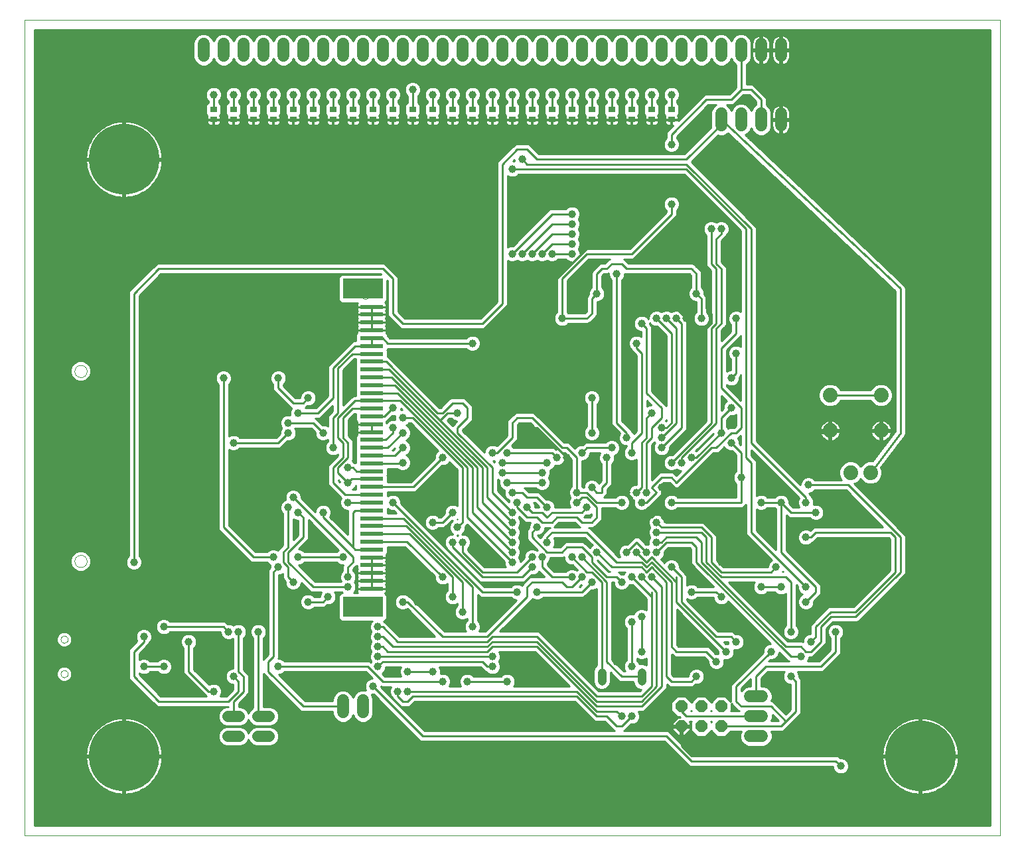
<source format=gbl>
G75*
G70*
%OFA0B0*%
%FSLAX24Y24*%
%IPPOS*%
%LPD*%
%AMOC8*
5,1,8,0,0,1.08239X$1,22.5*
%
%ADD10C,0.0000*%
%ADD11C,0.0740*%
%ADD12C,0.0600*%
%ADD13C,0.0560*%
%ADD14OC8,0.0600*%
%ADD15C,0.3543*%
%ADD16R,0.1181X0.0197*%
%ADD17R,0.2000X0.1000*%
%ADD18C,0.0440*%
%ADD19R,0.0354X0.0276*%
%ADD20C,0.0100*%
%ADD21C,0.0396*%
D10*
X002141Y000100D02*
X051141Y000100D01*
X051141Y041100D01*
X002141Y041100D01*
X002141Y000100D01*
X003964Y008234D02*
X003966Y008260D01*
X003972Y008286D01*
X003982Y008311D01*
X003995Y008334D01*
X004011Y008354D01*
X004031Y008372D01*
X004053Y008387D01*
X004076Y008399D01*
X004102Y008407D01*
X004128Y008411D01*
X004154Y008411D01*
X004180Y008407D01*
X004206Y008399D01*
X004230Y008387D01*
X004251Y008372D01*
X004271Y008354D01*
X004287Y008334D01*
X004300Y008311D01*
X004310Y008286D01*
X004316Y008260D01*
X004318Y008234D01*
X004316Y008208D01*
X004310Y008182D01*
X004300Y008157D01*
X004287Y008134D01*
X004271Y008114D01*
X004251Y008096D01*
X004229Y008081D01*
X004206Y008069D01*
X004180Y008061D01*
X004154Y008057D01*
X004128Y008057D01*
X004102Y008061D01*
X004076Y008069D01*
X004052Y008081D01*
X004031Y008096D01*
X004011Y008114D01*
X003995Y008134D01*
X003982Y008157D01*
X003972Y008182D01*
X003966Y008208D01*
X003964Y008234D01*
X003964Y009966D02*
X003966Y009992D01*
X003972Y010018D01*
X003982Y010043D01*
X003995Y010066D01*
X004011Y010086D01*
X004031Y010104D01*
X004053Y010119D01*
X004076Y010131D01*
X004102Y010139D01*
X004128Y010143D01*
X004154Y010143D01*
X004180Y010139D01*
X004206Y010131D01*
X004230Y010119D01*
X004251Y010104D01*
X004271Y010086D01*
X004287Y010066D01*
X004300Y010043D01*
X004310Y010018D01*
X004316Y009992D01*
X004318Y009966D01*
X004316Y009940D01*
X004310Y009914D01*
X004300Y009889D01*
X004287Y009866D01*
X004271Y009846D01*
X004251Y009828D01*
X004229Y009813D01*
X004206Y009801D01*
X004180Y009793D01*
X004154Y009789D01*
X004128Y009789D01*
X004102Y009793D01*
X004076Y009801D01*
X004052Y009813D01*
X004031Y009828D01*
X004011Y009846D01*
X003995Y009866D01*
X003982Y009889D01*
X003972Y009914D01*
X003966Y009940D01*
X003964Y009966D01*
X004663Y013899D02*
X004665Y013934D01*
X004671Y013968D01*
X004681Y014001D01*
X004694Y014034D01*
X004711Y014064D01*
X004732Y014092D01*
X004755Y014118D01*
X004782Y014141D01*
X004810Y014160D01*
X004841Y014176D01*
X004874Y014189D01*
X004907Y014198D01*
X004942Y014203D01*
X004977Y014204D01*
X005011Y014201D01*
X005046Y014194D01*
X005079Y014183D01*
X005110Y014169D01*
X005140Y014151D01*
X005168Y014130D01*
X005193Y014105D01*
X005215Y014078D01*
X005234Y014049D01*
X005249Y014018D01*
X005261Y013985D01*
X005269Y013951D01*
X005273Y013916D01*
X005273Y013882D01*
X005269Y013847D01*
X005261Y013813D01*
X005249Y013780D01*
X005234Y013749D01*
X005215Y013720D01*
X005193Y013693D01*
X005168Y013668D01*
X005140Y013647D01*
X005110Y013629D01*
X005079Y013615D01*
X005046Y013604D01*
X005011Y013597D01*
X004977Y013594D01*
X004942Y013595D01*
X004907Y013600D01*
X004874Y013609D01*
X004841Y013622D01*
X004810Y013638D01*
X004782Y013657D01*
X004755Y013680D01*
X004732Y013706D01*
X004711Y013734D01*
X004694Y013764D01*
X004681Y013797D01*
X004671Y013830D01*
X004665Y013864D01*
X004663Y013899D01*
X004663Y023450D02*
X004665Y023485D01*
X004671Y023519D01*
X004681Y023552D01*
X004694Y023585D01*
X004711Y023615D01*
X004732Y023643D01*
X004755Y023669D01*
X004782Y023692D01*
X004810Y023711D01*
X004841Y023727D01*
X004874Y023740D01*
X004907Y023749D01*
X004942Y023754D01*
X004977Y023755D01*
X005011Y023752D01*
X005046Y023745D01*
X005079Y023734D01*
X005110Y023720D01*
X005140Y023702D01*
X005168Y023681D01*
X005193Y023656D01*
X005215Y023629D01*
X005234Y023600D01*
X005249Y023569D01*
X005261Y023536D01*
X005269Y023502D01*
X005273Y023467D01*
X005273Y023433D01*
X005269Y023398D01*
X005261Y023364D01*
X005249Y023331D01*
X005234Y023300D01*
X005215Y023271D01*
X005193Y023244D01*
X005168Y023219D01*
X005140Y023198D01*
X005110Y023180D01*
X005079Y023166D01*
X005046Y023155D01*
X005011Y023148D01*
X004977Y023145D01*
X004942Y023146D01*
X004907Y023151D01*
X004874Y023160D01*
X004841Y023173D01*
X004810Y023189D01*
X004782Y023208D01*
X004755Y023231D01*
X004732Y023257D01*
X004711Y023285D01*
X004694Y023315D01*
X004681Y023348D01*
X004671Y023381D01*
X004665Y023415D01*
X004663Y023450D01*
X019074Y027277D02*
X019076Y027304D01*
X019082Y027331D01*
X019091Y027357D01*
X019104Y027381D01*
X019120Y027404D01*
X019139Y027423D01*
X019161Y027440D01*
X019185Y027454D01*
X019210Y027464D01*
X019237Y027471D01*
X019264Y027474D01*
X019292Y027473D01*
X019319Y027468D01*
X019345Y027460D01*
X019369Y027448D01*
X019392Y027432D01*
X019413Y027414D01*
X019430Y027393D01*
X019445Y027369D01*
X019456Y027344D01*
X019464Y027318D01*
X019468Y027291D01*
X019468Y027263D01*
X019464Y027236D01*
X019456Y027210D01*
X019445Y027185D01*
X019430Y027161D01*
X019413Y027140D01*
X019392Y027122D01*
X019370Y027106D01*
X019345Y027094D01*
X019319Y027086D01*
X019292Y027081D01*
X019264Y027080D01*
X019237Y027083D01*
X019210Y027090D01*
X019185Y027100D01*
X019161Y027114D01*
X019139Y027131D01*
X019120Y027150D01*
X019104Y027173D01*
X019091Y027197D01*
X019082Y027223D01*
X019076Y027250D01*
X019074Y027277D01*
X019074Y011923D02*
X019076Y011950D01*
X019082Y011977D01*
X019091Y012003D01*
X019104Y012027D01*
X019120Y012050D01*
X019139Y012069D01*
X019161Y012086D01*
X019185Y012100D01*
X019210Y012110D01*
X019237Y012117D01*
X019264Y012120D01*
X019292Y012119D01*
X019319Y012114D01*
X019345Y012106D01*
X019369Y012094D01*
X019392Y012078D01*
X019413Y012060D01*
X019430Y012039D01*
X019445Y012015D01*
X019456Y011990D01*
X019464Y011964D01*
X019468Y011937D01*
X019468Y011909D01*
X019464Y011882D01*
X019456Y011856D01*
X019445Y011831D01*
X019430Y011807D01*
X019413Y011786D01*
X019392Y011768D01*
X019370Y011752D01*
X019345Y011740D01*
X019319Y011732D01*
X019292Y011727D01*
X019264Y011726D01*
X019237Y011729D01*
X019210Y011736D01*
X019185Y011746D01*
X019161Y011760D01*
X019139Y011777D01*
X019120Y011796D01*
X019104Y011819D01*
X019091Y011843D01*
X019082Y011869D01*
X019076Y011896D01*
X019074Y011923D01*
D11*
X042611Y020460D03*
X042611Y022240D03*
X045171Y022240D03*
X045171Y020460D03*
X044641Y018350D03*
X043641Y018350D03*
D12*
X039191Y007100D02*
X038591Y007100D01*
X038591Y006100D02*
X039191Y006100D01*
X039191Y005100D02*
X038591Y005100D01*
X019141Y006300D02*
X019141Y006900D01*
X018141Y006900D02*
X018141Y006300D01*
X037141Y035800D02*
X037141Y036400D01*
X038141Y036400D02*
X038141Y035800D01*
X039141Y035800D02*
X039141Y036400D01*
X040141Y036400D02*
X040141Y035800D01*
X040141Y039300D02*
X040141Y039900D01*
X039141Y039900D02*
X039141Y039300D01*
X038141Y039300D02*
X038141Y039900D01*
X037141Y039900D02*
X037141Y039300D01*
X036141Y039300D02*
X036141Y039900D01*
X035141Y039900D02*
X035141Y039300D01*
X034141Y039300D02*
X034141Y039900D01*
X033141Y039900D02*
X033141Y039300D01*
X032141Y039300D02*
X032141Y039900D01*
X031141Y039900D02*
X031141Y039300D01*
X030141Y039300D02*
X030141Y039900D01*
X029141Y039900D02*
X029141Y039300D01*
X028141Y039300D02*
X028141Y039900D01*
X027141Y039900D02*
X027141Y039300D01*
X026141Y039300D02*
X026141Y039900D01*
X025141Y039900D02*
X025141Y039300D01*
X024141Y039300D02*
X024141Y039900D01*
X023141Y039900D02*
X023141Y039300D01*
X022141Y039300D02*
X022141Y039900D01*
X021141Y039900D02*
X021141Y039300D01*
X020141Y039300D02*
X020141Y039900D01*
X019141Y039900D02*
X019141Y039300D01*
X018141Y039300D02*
X018141Y039900D01*
X017141Y039900D02*
X017141Y039300D01*
X016141Y039300D02*
X016141Y039900D01*
X015141Y039900D02*
X015141Y039300D01*
X014141Y039300D02*
X014141Y039900D01*
X013141Y039900D02*
X013141Y039300D01*
X012141Y039300D02*
X012141Y039900D01*
X011141Y039900D02*
X011141Y039300D01*
D13*
X012361Y006100D02*
X012921Y006100D01*
X013861Y006100D02*
X014421Y006100D01*
X014421Y005100D02*
X013861Y005100D01*
X012921Y005100D02*
X012361Y005100D01*
D14*
X035141Y005600D03*
X036141Y005600D03*
X037141Y005600D03*
X037141Y006600D03*
X036141Y006600D03*
X035141Y006600D03*
D15*
X047141Y004100D03*
X007141Y004100D03*
X007141Y034100D03*
D16*
X019574Y026687D03*
X019574Y026293D03*
X019574Y025899D03*
X019574Y025506D03*
X019574Y025112D03*
X019574Y024718D03*
X019574Y024324D03*
X019574Y023931D03*
X019574Y023537D03*
X019574Y023143D03*
X019574Y022750D03*
X019574Y022356D03*
X019574Y021962D03*
X019574Y021569D03*
X019574Y021175D03*
X019574Y020781D03*
X019574Y020387D03*
X019574Y019994D03*
X019574Y019600D03*
X019574Y019206D03*
X019574Y018813D03*
X019574Y018419D03*
X019574Y018025D03*
X019574Y017631D03*
X019574Y017238D03*
X019574Y016844D03*
X019574Y016450D03*
X019574Y016057D03*
X019574Y015663D03*
X019574Y015269D03*
X019574Y014876D03*
X019574Y014482D03*
X019574Y014088D03*
X019574Y013694D03*
X019574Y013301D03*
X019574Y012907D03*
X019574Y012513D03*
D17*
X019141Y011600D03*
X019141Y027600D03*
D18*
X031141Y008320D02*
X031141Y007880D01*
X033141Y007880D02*
X033141Y008320D01*
D19*
X033641Y036094D03*
X033641Y036606D03*
X034641Y036606D03*
X034641Y036094D03*
X032641Y036094D03*
X032641Y036606D03*
X031641Y036606D03*
X031641Y036094D03*
X030641Y036094D03*
X030641Y036606D03*
X029641Y036606D03*
X029641Y036094D03*
X028641Y036094D03*
X028641Y036606D03*
X027641Y036606D03*
X027641Y036094D03*
X026641Y036094D03*
X026641Y036606D03*
X025641Y036606D03*
X025641Y036094D03*
X024641Y036094D03*
X024641Y036606D03*
X023641Y036606D03*
X023641Y036094D03*
X022641Y036094D03*
X022641Y036606D03*
X021641Y036606D03*
X021641Y036094D03*
X020641Y036094D03*
X020641Y036606D03*
X019641Y036606D03*
X019641Y036094D03*
X018641Y036094D03*
X018641Y036606D03*
X017641Y036606D03*
X017641Y036094D03*
X016641Y036094D03*
X016641Y036606D03*
X015641Y036606D03*
X015641Y036094D03*
X014641Y036094D03*
X014641Y036606D03*
X013641Y036606D03*
X013641Y036094D03*
X012641Y036094D03*
X012641Y036606D03*
X011641Y036606D03*
X011641Y036094D03*
D20*
X011660Y036076D02*
X012622Y036076D01*
X012622Y036075D02*
X012314Y036075D01*
X012314Y035937D01*
X012324Y035898D01*
X012344Y035864D01*
X012371Y035836D01*
X012406Y035817D01*
X012444Y035806D01*
X012622Y035806D01*
X012622Y036075D01*
X012660Y036075D01*
X012660Y036113D01*
X012968Y036113D01*
X012968Y036252D01*
X012958Y036290D01*
X012950Y036303D01*
X013028Y036381D01*
X013028Y036831D01*
X012905Y036954D01*
X012901Y036954D01*
X012901Y037033D01*
X012987Y037119D01*
X013049Y037269D01*
X013049Y037431D01*
X012987Y037581D01*
X012872Y037696D01*
X012722Y037758D01*
X012560Y037758D01*
X012410Y037696D01*
X012295Y037581D01*
X012233Y037431D01*
X012233Y037269D01*
X012295Y037119D01*
X012381Y037033D01*
X012381Y036954D01*
X012377Y036954D01*
X012254Y036831D01*
X012254Y036381D01*
X012332Y036303D01*
X012324Y036290D01*
X012314Y036252D01*
X012314Y036113D01*
X012622Y036113D01*
X012622Y036075D01*
X012660Y036075D02*
X012660Y035806D01*
X012838Y035806D01*
X012876Y035817D01*
X012910Y035836D01*
X012938Y035864D01*
X012958Y035898D01*
X012968Y035937D01*
X012968Y036075D01*
X012660Y036075D01*
X012660Y036076D02*
X013622Y036076D01*
X013622Y036075D02*
X013314Y036075D01*
X013314Y035937D01*
X013324Y035898D01*
X013344Y035864D01*
X013371Y035836D01*
X013406Y035817D01*
X013444Y035806D01*
X013622Y035806D01*
X013622Y036075D01*
X013660Y036075D01*
X013660Y036113D01*
X013968Y036113D01*
X013968Y036252D01*
X013958Y036290D01*
X013950Y036303D01*
X014028Y036381D01*
X014028Y036831D01*
X013905Y036954D01*
X013901Y036954D01*
X013901Y037033D01*
X013987Y037119D01*
X014049Y037269D01*
X014049Y037431D01*
X013987Y037581D01*
X013872Y037696D01*
X013722Y037758D01*
X013560Y037758D01*
X013410Y037696D01*
X013295Y037581D01*
X013233Y037431D01*
X013233Y037269D01*
X013295Y037119D01*
X013381Y037033D01*
X013381Y036954D01*
X013377Y036954D01*
X013254Y036831D01*
X013254Y036381D01*
X013332Y036303D01*
X013324Y036290D01*
X013314Y036252D01*
X013314Y036113D01*
X013622Y036113D01*
X013622Y036075D01*
X013660Y036075D02*
X013660Y035806D01*
X013838Y035806D01*
X013876Y035817D01*
X013910Y035836D01*
X013938Y035864D01*
X013958Y035898D01*
X013968Y035937D01*
X013968Y036075D01*
X013660Y036075D01*
X013660Y036076D02*
X014622Y036076D01*
X014622Y036075D02*
X014314Y036075D01*
X014314Y035937D01*
X014324Y035898D01*
X014344Y035864D01*
X014371Y035836D01*
X014406Y035817D01*
X014444Y035806D01*
X014622Y035806D01*
X014622Y036075D01*
X014660Y036075D01*
X014660Y036113D01*
X014968Y036113D01*
X014968Y036252D01*
X014958Y036290D01*
X014950Y036303D01*
X015028Y036381D01*
X015028Y036831D01*
X014905Y036954D01*
X014901Y036954D01*
X014901Y037033D01*
X014987Y037119D01*
X015049Y037269D01*
X015049Y037431D01*
X014987Y037581D01*
X014872Y037696D01*
X014722Y037758D01*
X014560Y037758D01*
X014410Y037696D01*
X014295Y037581D01*
X014233Y037431D01*
X014233Y037269D01*
X014295Y037119D01*
X014381Y037033D01*
X014381Y036954D01*
X014377Y036954D01*
X014254Y036831D01*
X014254Y036381D01*
X014332Y036303D01*
X014324Y036290D01*
X014314Y036252D01*
X014314Y036113D01*
X014622Y036113D01*
X014622Y036075D01*
X014660Y036075D02*
X014660Y035806D01*
X014838Y035806D01*
X014876Y035817D01*
X014910Y035836D01*
X014938Y035864D01*
X014958Y035898D01*
X014968Y035937D01*
X014968Y036075D01*
X014660Y036075D01*
X014660Y036076D02*
X015622Y036076D01*
X015622Y036075D02*
X015314Y036075D01*
X015314Y035937D01*
X015324Y035898D01*
X015344Y035864D01*
X015371Y035836D01*
X015406Y035817D01*
X015444Y035806D01*
X015622Y035806D01*
X015622Y036075D01*
X015660Y036075D01*
X015660Y036113D01*
X015968Y036113D01*
X015968Y036252D01*
X015958Y036290D01*
X015950Y036303D01*
X016028Y036381D01*
X016028Y036831D01*
X015905Y036954D01*
X015901Y036954D01*
X015901Y037033D01*
X015987Y037119D01*
X016049Y037269D01*
X016049Y037431D01*
X015987Y037581D01*
X015872Y037696D01*
X015722Y037758D01*
X015560Y037758D01*
X015410Y037696D01*
X015295Y037581D01*
X015233Y037431D01*
X015233Y037269D01*
X015295Y037119D01*
X015381Y037033D01*
X015381Y036954D01*
X015377Y036954D01*
X015254Y036831D01*
X015254Y036381D01*
X015332Y036303D01*
X015324Y036290D01*
X015314Y036252D01*
X015314Y036113D01*
X015622Y036113D01*
X015622Y036075D01*
X015660Y036075D02*
X015660Y035806D01*
X015838Y035806D01*
X015876Y035817D01*
X015910Y035836D01*
X015938Y035864D01*
X015958Y035898D01*
X015968Y035937D01*
X015968Y036075D01*
X015660Y036075D01*
X015660Y036076D02*
X016622Y036076D01*
X016622Y036075D02*
X016314Y036075D01*
X016314Y035937D01*
X016324Y035898D01*
X016344Y035864D01*
X016371Y035836D01*
X016406Y035817D01*
X016444Y035806D01*
X016622Y035806D01*
X016622Y036075D01*
X016660Y036075D01*
X016660Y036113D01*
X016968Y036113D01*
X016968Y036252D01*
X016958Y036290D01*
X016950Y036303D01*
X017028Y036381D01*
X017028Y036831D01*
X016905Y036954D01*
X016901Y036954D01*
X016901Y037033D01*
X016987Y037119D01*
X017049Y037269D01*
X017049Y037431D01*
X016987Y037581D01*
X016872Y037696D01*
X016722Y037758D01*
X016560Y037758D01*
X016410Y037696D01*
X016295Y037581D01*
X016233Y037431D01*
X016233Y037269D01*
X016295Y037119D01*
X016381Y037033D01*
X016381Y036954D01*
X016377Y036954D01*
X016254Y036831D01*
X016254Y036381D01*
X016332Y036303D01*
X016324Y036290D01*
X016314Y036252D01*
X016314Y036113D01*
X016622Y036113D01*
X016622Y036075D01*
X016660Y036075D02*
X016660Y035806D01*
X016838Y035806D01*
X016876Y035817D01*
X016910Y035836D01*
X016938Y035864D01*
X016958Y035898D01*
X016968Y035937D01*
X016968Y036075D01*
X016660Y036075D01*
X016660Y036076D02*
X017622Y036076D01*
X017622Y036075D02*
X017314Y036075D01*
X017314Y035937D01*
X017324Y035898D01*
X017344Y035864D01*
X017371Y035836D01*
X017406Y035817D01*
X017444Y035806D01*
X017622Y035806D01*
X017622Y036075D01*
X017660Y036075D01*
X017660Y036113D01*
X017968Y036113D01*
X017968Y036252D01*
X017958Y036290D01*
X017950Y036303D01*
X018028Y036381D01*
X018028Y036831D01*
X017905Y036954D01*
X017901Y036954D01*
X017901Y037033D01*
X017987Y037119D01*
X018049Y037269D01*
X018049Y037431D01*
X017987Y037581D01*
X017872Y037696D01*
X017722Y037758D01*
X017560Y037758D01*
X017410Y037696D01*
X017295Y037581D01*
X017233Y037431D01*
X017233Y037269D01*
X017295Y037119D01*
X017381Y037033D01*
X017381Y036954D01*
X017377Y036954D01*
X017254Y036831D01*
X017254Y036381D01*
X017332Y036303D01*
X017324Y036290D01*
X017314Y036252D01*
X017314Y036113D01*
X017622Y036113D01*
X017622Y036075D01*
X017660Y036075D02*
X017660Y035806D01*
X017838Y035806D01*
X017876Y035817D01*
X017910Y035836D01*
X017938Y035864D01*
X017958Y035898D01*
X017968Y035937D01*
X017968Y036075D01*
X017660Y036075D01*
X017660Y036076D02*
X018622Y036076D01*
X018622Y036075D02*
X018314Y036075D01*
X018314Y035937D01*
X018324Y035898D01*
X018344Y035864D01*
X018371Y035836D01*
X018406Y035817D01*
X018444Y035806D01*
X018622Y035806D01*
X018622Y036075D01*
X018660Y036075D01*
X018660Y036113D01*
X018968Y036113D01*
X018968Y036252D01*
X018958Y036290D01*
X018950Y036303D01*
X019028Y036381D01*
X019028Y036831D01*
X018905Y036954D01*
X018901Y036954D01*
X018901Y037033D01*
X018987Y037119D01*
X019049Y037269D01*
X019049Y037431D01*
X018987Y037581D01*
X018872Y037696D01*
X018722Y037758D01*
X018560Y037758D01*
X018410Y037696D01*
X018295Y037581D01*
X018233Y037431D01*
X018233Y037269D01*
X018295Y037119D01*
X018381Y037033D01*
X018381Y036954D01*
X018377Y036954D01*
X018254Y036831D01*
X018254Y036381D01*
X018332Y036303D01*
X018324Y036290D01*
X018314Y036252D01*
X018314Y036113D01*
X018622Y036113D01*
X018622Y036075D01*
X018660Y036075D02*
X018660Y035806D01*
X018838Y035806D01*
X018876Y035817D01*
X018910Y035836D01*
X018938Y035864D01*
X018958Y035898D01*
X018968Y035937D01*
X018968Y036075D01*
X018660Y036075D01*
X018660Y036076D02*
X019622Y036076D01*
X019622Y036075D02*
X019314Y036075D01*
X019314Y035937D01*
X019324Y035898D01*
X019344Y035864D01*
X019371Y035836D01*
X019406Y035817D01*
X019444Y035806D01*
X019622Y035806D01*
X019622Y036075D01*
X019660Y036075D01*
X019660Y036113D01*
X019968Y036113D01*
X019968Y036252D01*
X019958Y036290D01*
X019950Y036303D01*
X020028Y036381D01*
X020028Y036831D01*
X019905Y036954D01*
X019901Y036954D01*
X019901Y037033D01*
X019987Y037119D01*
X020049Y037269D01*
X020049Y037431D01*
X019987Y037581D01*
X019872Y037696D01*
X019722Y037758D01*
X019560Y037758D01*
X019410Y037696D01*
X019295Y037581D01*
X019233Y037431D01*
X019233Y037269D01*
X019295Y037119D01*
X019381Y037033D01*
X019381Y036954D01*
X019377Y036954D01*
X019254Y036831D01*
X019254Y036381D01*
X019332Y036303D01*
X019324Y036290D01*
X019314Y036252D01*
X019314Y036113D01*
X019622Y036113D01*
X019622Y036075D01*
X019660Y036075D02*
X019660Y035806D01*
X019838Y035806D01*
X019876Y035817D01*
X019910Y035836D01*
X019938Y035864D01*
X019958Y035898D01*
X019968Y035937D01*
X019968Y036075D01*
X019660Y036075D01*
X019660Y036076D02*
X020622Y036076D01*
X020622Y036075D02*
X020314Y036075D01*
X020314Y035937D01*
X020324Y035898D01*
X020344Y035864D01*
X020371Y035836D01*
X020406Y035817D01*
X020444Y035806D01*
X020622Y035806D01*
X020622Y036075D01*
X020660Y036075D01*
X020660Y036113D01*
X020968Y036113D01*
X020968Y036252D01*
X020958Y036290D01*
X020950Y036303D01*
X021028Y036381D01*
X021028Y036831D01*
X020905Y036954D01*
X020901Y036954D01*
X020901Y037033D01*
X020987Y037119D01*
X021049Y037269D01*
X021049Y037431D01*
X020987Y037581D01*
X020872Y037696D01*
X020722Y037758D01*
X020560Y037758D01*
X020410Y037696D01*
X020295Y037581D01*
X020233Y037431D01*
X020233Y037269D01*
X020295Y037119D01*
X020381Y037033D01*
X020381Y036954D01*
X020377Y036954D01*
X020254Y036831D01*
X020254Y036381D01*
X020332Y036303D01*
X020324Y036290D01*
X020314Y036252D01*
X020314Y036113D01*
X020622Y036113D01*
X020622Y036075D01*
X020660Y036075D02*
X020660Y035806D01*
X020838Y035806D01*
X020876Y035817D01*
X020910Y035836D01*
X020938Y035864D01*
X020958Y035898D01*
X020968Y035937D01*
X020968Y036075D01*
X020660Y036075D01*
X020660Y036076D02*
X021622Y036076D01*
X021622Y036075D02*
X021314Y036075D01*
X021314Y035937D01*
X021324Y035898D01*
X021344Y035864D01*
X021371Y035836D01*
X021406Y035817D01*
X021444Y035806D01*
X021622Y035806D01*
X021622Y036075D01*
X021660Y036075D01*
X021660Y036113D01*
X021968Y036113D01*
X021968Y036252D01*
X021958Y036290D01*
X021950Y036303D01*
X022028Y036381D01*
X022028Y036831D01*
X021905Y036954D01*
X021901Y036954D01*
X021901Y037283D01*
X021987Y037369D01*
X022049Y037519D01*
X022049Y037681D01*
X021987Y037831D01*
X021872Y037946D01*
X021722Y038008D01*
X021560Y038008D01*
X021410Y037946D01*
X021295Y037831D01*
X021233Y037681D01*
X021233Y037519D01*
X021295Y037369D01*
X021381Y037283D01*
X021381Y036954D01*
X021377Y036954D01*
X021254Y036831D01*
X021254Y036381D01*
X021332Y036303D01*
X021324Y036290D01*
X021314Y036252D01*
X021314Y036113D01*
X021622Y036113D01*
X021622Y036075D01*
X021660Y036075D02*
X021660Y035806D01*
X021838Y035806D01*
X021876Y035817D01*
X021910Y035836D01*
X021938Y035864D01*
X021958Y035898D01*
X021968Y035937D01*
X021968Y036075D01*
X021660Y036075D01*
X021660Y036076D02*
X022622Y036076D01*
X022622Y036075D02*
X022314Y036075D01*
X022314Y035937D01*
X022324Y035898D01*
X022344Y035864D01*
X022371Y035836D01*
X022406Y035817D01*
X022444Y035806D01*
X022622Y035806D01*
X022622Y036075D01*
X022660Y036075D01*
X022660Y036113D01*
X022968Y036113D01*
X022968Y036252D01*
X022958Y036290D01*
X022950Y036303D01*
X023028Y036381D01*
X023028Y036831D01*
X022905Y036954D01*
X022901Y036954D01*
X022901Y037033D01*
X022987Y037119D01*
X023049Y037269D01*
X023049Y037431D01*
X022987Y037581D01*
X022872Y037696D01*
X022722Y037758D01*
X022560Y037758D01*
X022410Y037696D01*
X022295Y037581D01*
X022233Y037431D01*
X022233Y037269D01*
X022295Y037119D01*
X022381Y037033D01*
X022381Y036954D01*
X022377Y036954D01*
X022254Y036831D01*
X022254Y036381D01*
X022332Y036303D01*
X022324Y036290D01*
X022314Y036252D01*
X022314Y036113D01*
X022622Y036113D01*
X022622Y036075D01*
X022660Y036075D02*
X022660Y035806D01*
X022838Y035806D01*
X022876Y035817D01*
X022910Y035836D01*
X022938Y035864D01*
X022958Y035898D01*
X022968Y035937D01*
X022968Y036075D01*
X022660Y036075D01*
X022660Y036076D02*
X023622Y036076D01*
X023622Y036075D02*
X023314Y036075D01*
X023314Y035937D01*
X023324Y035898D01*
X023344Y035864D01*
X023371Y035836D01*
X023406Y035817D01*
X023444Y035806D01*
X023622Y035806D01*
X023622Y036075D01*
X023660Y036075D01*
X023660Y036113D01*
X023968Y036113D01*
X023968Y036252D01*
X023958Y036290D01*
X023950Y036303D01*
X024028Y036381D01*
X024028Y036831D01*
X023905Y036954D01*
X023901Y036954D01*
X023901Y037033D01*
X023987Y037119D01*
X024049Y037269D01*
X024049Y037431D01*
X023987Y037581D01*
X023872Y037696D01*
X023722Y037758D01*
X023560Y037758D01*
X023410Y037696D01*
X023295Y037581D01*
X023233Y037431D01*
X023233Y037269D01*
X023295Y037119D01*
X023381Y037033D01*
X023381Y036954D01*
X023377Y036954D01*
X023254Y036831D01*
X023254Y036381D01*
X023332Y036303D01*
X023324Y036290D01*
X023314Y036252D01*
X023314Y036113D01*
X023622Y036113D01*
X023622Y036075D01*
X023660Y036075D02*
X023660Y035806D01*
X023838Y035806D01*
X023876Y035817D01*
X023910Y035836D01*
X023938Y035864D01*
X023958Y035898D01*
X023968Y035937D01*
X023968Y036075D01*
X023660Y036075D01*
X023660Y036076D02*
X024622Y036076D01*
X024622Y036075D02*
X024314Y036075D01*
X024314Y035937D01*
X024324Y035898D01*
X024344Y035864D01*
X024371Y035836D01*
X024406Y035817D01*
X024444Y035806D01*
X024622Y035806D01*
X024622Y036075D01*
X024660Y036075D01*
X024660Y036113D01*
X024968Y036113D01*
X024968Y036252D01*
X024958Y036290D01*
X024950Y036303D01*
X025028Y036381D01*
X025028Y036831D01*
X024905Y036954D01*
X024901Y036954D01*
X024901Y037033D01*
X024987Y037119D01*
X025049Y037269D01*
X025049Y037431D01*
X024987Y037581D01*
X024872Y037696D01*
X024722Y037758D01*
X024560Y037758D01*
X024410Y037696D01*
X024295Y037581D01*
X024233Y037431D01*
X024233Y037269D01*
X024295Y037119D01*
X024381Y037033D01*
X024381Y036954D01*
X024377Y036954D01*
X024254Y036831D01*
X024254Y036381D01*
X024332Y036303D01*
X024324Y036290D01*
X024314Y036252D01*
X024314Y036113D01*
X024622Y036113D01*
X024622Y036075D01*
X024660Y036075D02*
X024660Y035806D01*
X024838Y035806D01*
X024876Y035817D01*
X024910Y035836D01*
X024938Y035864D01*
X024958Y035898D01*
X024968Y035937D01*
X024968Y036075D01*
X024660Y036075D01*
X024660Y036076D02*
X025622Y036076D01*
X025622Y036075D02*
X025314Y036075D01*
X025314Y035937D01*
X025324Y035898D01*
X025344Y035864D01*
X025371Y035836D01*
X025406Y035817D01*
X025444Y035806D01*
X025622Y035806D01*
X025622Y036075D01*
X025660Y036075D01*
X025660Y036113D01*
X025968Y036113D01*
X025968Y036252D01*
X025958Y036290D01*
X025950Y036303D01*
X026028Y036381D01*
X026028Y036831D01*
X025905Y036954D01*
X025901Y036954D01*
X025901Y037033D01*
X025987Y037119D01*
X026049Y037269D01*
X026049Y037431D01*
X025987Y037581D01*
X025872Y037696D01*
X025722Y037758D01*
X025560Y037758D01*
X025410Y037696D01*
X025295Y037581D01*
X025233Y037431D01*
X025233Y037269D01*
X025295Y037119D01*
X025381Y037033D01*
X025381Y036954D01*
X025377Y036954D01*
X025254Y036831D01*
X025254Y036381D01*
X025332Y036303D01*
X025324Y036290D01*
X025314Y036252D01*
X025314Y036113D01*
X025622Y036113D01*
X025622Y036075D01*
X025660Y036075D02*
X025660Y035806D01*
X025838Y035806D01*
X025876Y035817D01*
X025910Y035836D01*
X025938Y035864D01*
X025958Y035898D01*
X025968Y035937D01*
X025968Y036075D01*
X025660Y036075D01*
X025660Y036076D02*
X026622Y036076D01*
X026622Y036075D02*
X026314Y036075D01*
X026314Y035937D01*
X026324Y035898D01*
X026344Y035864D01*
X026371Y035836D01*
X026406Y035817D01*
X026444Y035806D01*
X026622Y035806D01*
X026622Y036075D01*
X026660Y036075D01*
X026660Y036113D01*
X026968Y036113D01*
X026968Y036252D01*
X026958Y036290D01*
X026950Y036303D01*
X027028Y036381D01*
X027028Y036831D01*
X026905Y036954D01*
X026901Y036954D01*
X026901Y037033D01*
X026987Y037119D01*
X027049Y037269D01*
X027049Y037431D01*
X026987Y037581D01*
X026872Y037696D01*
X026722Y037758D01*
X026560Y037758D01*
X026410Y037696D01*
X026295Y037581D01*
X026233Y037431D01*
X026233Y037269D01*
X026295Y037119D01*
X026381Y037033D01*
X026381Y036954D01*
X026377Y036954D01*
X026254Y036831D01*
X026254Y036381D01*
X026332Y036303D01*
X026324Y036290D01*
X026314Y036252D01*
X026314Y036113D01*
X026622Y036113D01*
X026622Y036075D01*
X026660Y036075D02*
X026660Y035806D01*
X026838Y035806D01*
X026876Y035817D01*
X026910Y035836D01*
X026938Y035864D01*
X026958Y035898D01*
X026968Y035937D01*
X026968Y036075D01*
X026660Y036075D01*
X026660Y036076D02*
X027622Y036076D01*
X027622Y036075D02*
X027314Y036075D01*
X027314Y035937D01*
X027324Y035898D01*
X027344Y035864D01*
X027371Y035836D01*
X027406Y035817D01*
X027444Y035806D01*
X027622Y035806D01*
X027622Y036075D01*
X027660Y036075D01*
X027660Y036113D01*
X027968Y036113D01*
X027968Y036252D01*
X027958Y036290D01*
X027950Y036303D01*
X028028Y036381D01*
X028028Y036831D01*
X027905Y036954D01*
X027901Y036954D01*
X027901Y037033D01*
X027987Y037119D01*
X028049Y037269D01*
X028049Y037431D01*
X027987Y037581D01*
X027872Y037696D01*
X027722Y037758D01*
X027560Y037758D01*
X027410Y037696D01*
X027295Y037581D01*
X027233Y037431D01*
X027233Y037269D01*
X027295Y037119D01*
X027381Y037033D01*
X027381Y036954D01*
X027377Y036954D01*
X027254Y036831D01*
X027254Y036381D01*
X027332Y036303D01*
X027324Y036290D01*
X027314Y036252D01*
X027314Y036113D01*
X027622Y036113D01*
X027622Y036075D01*
X027660Y036075D02*
X027660Y035806D01*
X027838Y035806D01*
X027876Y035817D01*
X027910Y035836D01*
X027938Y035864D01*
X027958Y035898D01*
X027968Y035937D01*
X027968Y036075D01*
X027660Y036075D01*
X027660Y036076D02*
X028622Y036076D01*
X028622Y036075D02*
X028314Y036075D01*
X028314Y035937D01*
X028324Y035898D01*
X028344Y035864D01*
X028371Y035836D01*
X028406Y035817D01*
X028444Y035806D01*
X028622Y035806D01*
X028622Y036075D01*
X028660Y036075D01*
X028660Y036113D01*
X028968Y036113D01*
X028968Y036252D01*
X028958Y036290D01*
X028950Y036303D01*
X029028Y036381D01*
X029028Y036831D01*
X028905Y036954D01*
X028901Y036954D01*
X028901Y037033D01*
X028987Y037119D01*
X029049Y037269D01*
X029049Y037431D01*
X028987Y037581D01*
X028872Y037696D01*
X028722Y037758D01*
X028560Y037758D01*
X028410Y037696D01*
X028295Y037581D01*
X028233Y037431D01*
X028233Y037269D01*
X028295Y037119D01*
X028381Y037033D01*
X028381Y036954D01*
X028377Y036954D01*
X028254Y036831D01*
X028254Y036381D01*
X028332Y036303D01*
X028324Y036290D01*
X028314Y036252D01*
X028314Y036113D01*
X028622Y036113D01*
X028622Y036075D01*
X028660Y036075D02*
X028660Y035806D01*
X028838Y035806D01*
X028876Y035817D01*
X028910Y035836D01*
X028938Y035864D01*
X028958Y035898D01*
X028968Y035937D01*
X028968Y036075D01*
X028660Y036075D01*
X028660Y036076D02*
X029622Y036076D01*
X029622Y036075D02*
X029314Y036075D01*
X029314Y035937D01*
X029324Y035898D01*
X029344Y035864D01*
X029371Y035836D01*
X029406Y035817D01*
X029444Y035806D01*
X029622Y035806D01*
X029622Y036075D01*
X029660Y036075D01*
X029660Y036113D01*
X029968Y036113D01*
X029968Y036252D01*
X029958Y036290D01*
X029950Y036303D01*
X030028Y036381D01*
X030028Y036831D01*
X029905Y036954D01*
X029901Y036954D01*
X029901Y037033D01*
X029987Y037119D01*
X030049Y037269D01*
X030049Y037431D01*
X029987Y037581D01*
X029872Y037696D01*
X029722Y037758D01*
X029560Y037758D01*
X029410Y037696D01*
X029295Y037581D01*
X029233Y037431D01*
X029233Y037269D01*
X029295Y037119D01*
X029381Y037033D01*
X029381Y036954D01*
X029377Y036954D01*
X029254Y036831D01*
X029254Y036381D01*
X029332Y036303D01*
X029324Y036290D01*
X029314Y036252D01*
X029314Y036113D01*
X029622Y036113D01*
X029622Y036075D01*
X029660Y036075D02*
X029660Y035806D01*
X029838Y035806D01*
X029876Y035817D01*
X029910Y035836D01*
X029938Y035864D01*
X029958Y035898D01*
X029968Y035937D01*
X029968Y036075D01*
X029660Y036075D01*
X029660Y036076D02*
X030622Y036076D01*
X030622Y036075D02*
X030314Y036075D01*
X030314Y035937D01*
X030324Y035898D01*
X030344Y035864D01*
X030371Y035836D01*
X030406Y035817D01*
X030444Y035806D01*
X030622Y035806D01*
X030622Y036075D01*
X030660Y036075D01*
X030660Y036113D01*
X030968Y036113D01*
X030968Y036252D01*
X030958Y036290D01*
X030950Y036303D01*
X031028Y036381D01*
X031028Y036831D01*
X030905Y036954D01*
X030901Y036954D01*
X030901Y037033D01*
X030987Y037119D01*
X031049Y037269D01*
X031049Y037431D01*
X030987Y037581D01*
X030872Y037696D01*
X030722Y037758D01*
X030560Y037758D01*
X030410Y037696D01*
X030295Y037581D01*
X030233Y037431D01*
X030233Y037269D01*
X030295Y037119D01*
X030381Y037033D01*
X030381Y036954D01*
X030377Y036954D01*
X030254Y036831D01*
X030254Y036381D01*
X030332Y036303D01*
X030324Y036290D01*
X030314Y036252D01*
X030314Y036113D01*
X030622Y036113D01*
X030622Y036075D01*
X030660Y036075D02*
X030660Y035806D01*
X030838Y035806D01*
X030876Y035817D01*
X030910Y035836D01*
X030938Y035864D01*
X030958Y035898D01*
X030968Y035937D01*
X030968Y036075D01*
X030660Y036075D01*
X030660Y036076D02*
X031622Y036076D01*
X031622Y036075D02*
X031314Y036075D01*
X031314Y035937D01*
X031324Y035898D01*
X031344Y035864D01*
X031371Y035836D01*
X031406Y035817D01*
X031444Y035806D01*
X031622Y035806D01*
X031622Y036075D01*
X031660Y036075D01*
X031660Y036113D01*
X031968Y036113D01*
X031968Y036252D01*
X031958Y036290D01*
X031950Y036303D01*
X032028Y036381D01*
X032028Y036831D01*
X031905Y036954D01*
X031901Y036954D01*
X031901Y037033D01*
X031987Y037119D01*
X032049Y037269D01*
X032049Y037431D01*
X031987Y037581D01*
X031872Y037696D01*
X031722Y037758D01*
X031560Y037758D01*
X031410Y037696D01*
X031295Y037581D01*
X031233Y037431D01*
X031233Y037269D01*
X031295Y037119D01*
X031381Y037033D01*
X031381Y036954D01*
X031377Y036954D01*
X031254Y036831D01*
X031254Y036381D01*
X031332Y036303D01*
X031324Y036290D01*
X031314Y036252D01*
X031314Y036113D01*
X031622Y036113D01*
X031622Y036075D01*
X031660Y036075D02*
X031660Y035806D01*
X031838Y035806D01*
X031876Y035817D01*
X031910Y035836D01*
X031938Y035864D01*
X031958Y035898D01*
X031968Y035937D01*
X031968Y036075D01*
X031660Y036075D01*
X031660Y036076D02*
X032622Y036076D01*
X032622Y036075D02*
X032314Y036075D01*
X032314Y035937D01*
X032324Y035898D01*
X032344Y035864D01*
X032371Y035836D01*
X032406Y035817D01*
X032444Y035806D01*
X032622Y035806D01*
X032622Y036075D01*
X032660Y036075D01*
X032660Y036113D01*
X032968Y036113D01*
X032968Y036252D01*
X032958Y036290D01*
X032950Y036303D01*
X033028Y036381D01*
X033028Y036831D01*
X032905Y036954D01*
X032901Y036954D01*
X032901Y037033D01*
X032987Y037119D01*
X033049Y037269D01*
X033049Y037431D01*
X032987Y037581D01*
X032872Y037696D01*
X032722Y037758D01*
X032560Y037758D01*
X032410Y037696D01*
X032295Y037581D01*
X032233Y037431D01*
X032233Y037269D01*
X032295Y037119D01*
X032381Y037033D01*
X032381Y036954D01*
X032377Y036954D01*
X032254Y036831D01*
X032254Y036381D01*
X032332Y036303D01*
X032324Y036290D01*
X032314Y036252D01*
X032314Y036113D01*
X032622Y036113D01*
X032622Y036075D01*
X032660Y036075D02*
X032660Y035806D01*
X032838Y035806D01*
X032876Y035817D01*
X032910Y035836D01*
X032938Y035864D01*
X032958Y035898D01*
X032968Y035937D01*
X032968Y036075D01*
X032660Y036075D01*
X032660Y036076D02*
X033622Y036076D01*
X033622Y036075D02*
X033314Y036075D01*
X033314Y035937D01*
X033324Y035898D01*
X033344Y035864D01*
X033371Y035836D01*
X033406Y035817D01*
X033444Y035806D01*
X033622Y035806D01*
X033622Y036075D01*
X033660Y036075D01*
X033660Y036113D01*
X033968Y036113D01*
X033968Y036252D01*
X033958Y036290D01*
X033950Y036303D01*
X034028Y036381D01*
X034028Y036831D01*
X033905Y036954D01*
X033901Y036954D01*
X033901Y037033D01*
X033987Y037119D01*
X034049Y037269D01*
X034049Y037431D01*
X033987Y037581D01*
X033872Y037696D01*
X033722Y037758D01*
X033560Y037758D01*
X033410Y037696D01*
X033295Y037581D01*
X033233Y037431D01*
X033233Y037269D01*
X033295Y037119D01*
X033381Y037033D01*
X033381Y036954D01*
X033377Y036954D01*
X033254Y036831D01*
X033254Y036381D01*
X033332Y036303D01*
X033324Y036290D01*
X033314Y036252D01*
X033314Y036113D01*
X033622Y036113D01*
X033622Y036075D01*
X033660Y036075D02*
X033660Y035806D01*
X033838Y035806D01*
X033876Y035817D01*
X033910Y035836D01*
X033938Y035864D01*
X033958Y035898D01*
X033968Y035937D01*
X033968Y036075D01*
X033660Y036075D01*
X033660Y036076D02*
X034622Y036076D01*
X034622Y036075D02*
X034314Y036075D01*
X034314Y035937D01*
X034324Y035898D01*
X034344Y035864D01*
X034371Y035836D01*
X034406Y035817D01*
X034444Y035806D01*
X034622Y035806D01*
X034622Y036075D01*
X034660Y036075D01*
X034660Y036113D01*
X034968Y036113D01*
X034968Y036252D01*
X034958Y036290D01*
X034950Y036303D01*
X035028Y036381D01*
X035028Y036831D01*
X034905Y036954D01*
X034901Y036954D01*
X034901Y037033D01*
X034987Y037119D01*
X035049Y037269D01*
X035049Y037431D01*
X034987Y037581D01*
X034872Y037696D01*
X034722Y037758D01*
X034560Y037758D01*
X034410Y037696D01*
X034295Y037581D01*
X034233Y037431D01*
X034233Y037269D01*
X034295Y037119D01*
X034381Y037033D01*
X034381Y036954D01*
X034377Y036954D01*
X034254Y036831D01*
X034254Y036381D01*
X034332Y036303D01*
X034324Y036290D01*
X034314Y036252D01*
X034314Y036113D01*
X034622Y036113D01*
X034622Y036075D01*
X034660Y036075D02*
X034660Y035806D01*
X034729Y035806D01*
X034493Y035570D01*
X034420Y035497D01*
X034381Y035402D01*
X034381Y035167D01*
X034295Y035081D01*
X034233Y034931D01*
X034233Y034769D01*
X034295Y034619D01*
X034410Y034504D01*
X034560Y034442D01*
X034722Y034442D01*
X034872Y034504D01*
X034987Y034619D01*
X035049Y034769D01*
X035049Y034931D01*
X034987Y035081D01*
X034901Y035167D01*
X034901Y035242D01*
X036498Y036840D01*
X036870Y036840D01*
X036852Y036832D01*
X036708Y036689D01*
X036631Y036501D01*
X036631Y035708D01*
X035283Y034360D01*
X027998Y034360D01*
X027611Y034747D01*
X027538Y034820D01*
X027442Y034860D01*
X026839Y034860D01*
X026743Y034820D01*
X025993Y034070D01*
X025920Y033997D01*
X025881Y033902D01*
X025881Y026958D01*
X025033Y026110D01*
X021248Y026110D01*
X020901Y026458D01*
X020901Y028152D01*
X020861Y028247D01*
X020361Y028747D01*
X020361Y028747D01*
X020288Y028820D01*
X020192Y028860D01*
X008839Y028860D01*
X008743Y028820D01*
X007493Y027570D01*
X007420Y027497D01*
X007381Y027402D01*
X007381Y014167D01*
X007295Y014081D01*
X007233Y013931D01*
X007233Y013769D01*
X007295Y013619D01*
X007410Y013504D01*
X007560Y013442D01*
X007722Y013442D01*
X007872Y013504D01*
X007987Y013619D01*
X008049Y013769D01*
X008049Y013931D01*
X007987Y014081D01*
X007901Y014167D01*
X007901Y027242D01*
X008998Y028340D01*
X020033Y028340D01*
X020063Y028310D01*
X018054Y028310D01*
X017931Y028187D01*
X017931Y027013D01*
X018054Y026890D01*
X018876Y026890D01*
X018863Y026877D01*
X018843Y026843D01*
X018833Y026805D01*
X018833Y026687D01*
X019574Y026687D01*
X020314Y026687D01*
X020314Y026805D01*
X020304Y026843D01*
X020284Y026877D01*
X020256Y026905D01*
X020248Y026910D01*
X020351Y027013D01*
X020351Y028022D01*
X020381Y027992D01*
X020381Y026298D01*
X020420Y026203D01*
X020993Y025630D01*
X021089Y025590D01*
X025192Y025590D01*
X025288Y025630D01*
X025361Y025703D01*
X026361Y026703D01*
X026401Y026798D01*
X026401Y029013D01*
X026410Y029004D01*
X026560Y028942D01*
X026722Y028942D01*
X026872Y029004D01*
X026891Y029023D01*
X026910Y029004D01*
X027060Y028942D01*
X027222Y028942D01*
X027372Y029004D01*
X027391Y029023D01*
X027410Y029004D01*
X027560Y028942D01*
X027722Y028942D01*
X027872Y029004D01*
X027891Y029023D01*
X027910Y029004D01*
X028060Y028942D01*
X028222Y028942D01*
X028372Y029004D01*
X028391Y029023D01*
X028410Y029004D01*
X028560Y028942D01*
X028722Y028942D01*
X028872Y029004D01*
X028958Y029090D01*
X029324Y029090D01*
X029410Y029004D01*
X029560Y028942D01*
X029615Y028942D01*
X028993Y028320D01*
X028920Y028247D01*
X028881Y028152D01*
X028881Y026417D01*
X028795Y026331D01*
X028733Y026181D01*
X028733Y026019D01*
X028795Y025869D01*
X028910Y025754D01*
X029060Y025692D01*
X029222Y025692D01*
X029372Y025754D01*
X029458Y025840D01*
X030421Y025840D01*
X030553Y025895D01*
X030553Y025895D01*
X030604Y025945D01*
X030640Y025982D01*
X030640Y025982D01*
X030861Y026203D01*
X030901Y026298D01*
X030901Y026942D01*
X030972Y026942D01*
X031122Y027004D01*
X031237Y027119D01*
X031299Y027269D01*
X031299Y027431D01*
X031237Y027581D01*
X031151Y027667D01*
X031151Y028242D01*
X031248Y028340D01*
X031421Y028340D01*
X031483Y028366D01*
X031483Y028269D01*
X031545Y028119D01*
X031631Y028033D01*
X031631Y020798D01*
X031670Y020703D01*
X032044Y020329D01*
X031983Y020181D01*
X031983Y020019D01*
X032045Y019869D01*
X032160Y019754D01*
X032310Y019692D01*
X032381Y019692D01*
X032381Y019667D01*
X032295Y019581D01*
X032233Y019431D01*
X032233Y019269D01*
X032295Y019119D01*
X032410Y019004D01*
X032560Y018942D01*
X032722Y018942D01*
X032872Y019004D01*
X032881Y019013D01*
X032881Y017758D01*
X032810Y017758D01*
X032660Y017696D01*
X032545Y017581D01*
X032483Y017431D01*
X032483Y017269D01*
X032545Y017119D01*
X032660Y017004D01*
X032748Y016968D01*
X032733Y016931D01*
X032733Y016769D01*
X032795Y016619D01*
X032910Y016504D01*
X033060Y016442D01*
X033222Y016442D01*
X033372Y016504D01*
X033469Y016601D01*
X033538Y016630D01*
X034038Y017130D01*
X034111Y017203D01*
X034151Y017298D01*
X034151Y017402D01*
X034111Y017497D01*
X034008Y017600D01*
X034248Y017840D01*
X034533Y017840D01*
X034670Y017703D01*
X034743Y017630D01*
X034839Y017590D01*
X034942Y017590D01*
X035038Y017630D01*
X036748Y019340D01*
X036942Y019340D01*
X037038Y019380D01*
X037111Y019453D01*
X037290Y019631D01*
X037295Y019619D01*
X037410Y019504D01*
X037560Y019442D01*
X037681Y019442D01*
X037881Y019242D01*
X037881Y018417D01*
X037795Y018331D01*
X037733Y018181D01*
X037733Y018019D01*
X037795Y017869D01*
X037881Y017783D01*
X037881Y017110D01*
X034958Y017110D01*
X034872Y017196D01*
X034722Y017258D01*
X034560Y017258D01*
X034410Y017196D01*
X034295Y017081D01*
X034233Y016931D01*
X034233Y016769D01*
X034295Y016619D01*
X034410Y016504D01*
X034560Y016442D01*
X034722Y016442D01*
X034872Y016504D01*
X034958Y016590D01*
X038192Y016590D01*
X038288Y016630D01*
X038361Y016703D01*
X038381Y016750D01*
X038381Y015298D01*
X038420Y015203D01*
X038493Y015130D01*
X039672Y013951D01*
X039660Y013946D01*
X039545Y013831D01*
X039483Y013681D01*
X039483Y013610D01*
X037248Y013610D01*
X036901Y013958D01*
X036901Y015152D01*
X036861Y015247D01*
X036788Y015320D01*
X036288Y015820D01*
X036192Y015860D01*
X034299Y015860D01*
X034299Y015931D01*
X034237Y016081D01*
X034122Y016196D01*
X033972Y016258D01*
X033810Y016258D01*
X033660Y016196D01*
X033545Y016081D01*
X033483Y015931D01*
X033483Y015769D01*
X033545Y015619D01*
X033564Y015600D01*
X033545Y015581D01*
X033483Y015431D01*
X033483Y015269D01*
X033545Y015119D01*
X033564Y015100D01*
X033545Y015081D01*
X033483Y014931D01*
X033483Y014769D01*
X033490Y014751D01*
X033472Y014758D01*
X033350Y014758D01*
X033038Y015070D01*
X032942Y015110D01*
X032839Y015110D01*
X032743Y015070D01*
X032670Y014997D01*
X031111Y014997D01*
X031013Y015096D02*
X032804Y015096D01*
X032670Y014997D02*
X032431Y014758D01*
X032310Y014758D01*
X032160Y014696D01*
X032045Y014581D01*
X031983Y014431D01*
X031983Y014269D01*
X032045Y014119D01*
X032054Y014110D01*
X031998Y014110D01*
X030611Y015497D01*
X030538Y015570D01*
X030491Y015590D01*
X030692Y015590D01*
X030788Y015630D01*
X031038Y015880D01*
X031111Y015953D01*
X031151Y016048D01*
X031151Y016590D01*
X031824Y016590D01*
X031910Y016504D01*
X032060Y016442D01*
X032222Y016442D01*
X032372Y016504D01*
X032487Y016619D01*
X032549Y016769D01*
X032549Y016931D01*
X032487Y017081D01*
X032372Y017196D01*
X032222Y017258D01*
X032060Y017258D01*
X031910Y017196D01*
X031824Y017110D01*
X031241Y017110D01*
X031288Y017130D01*
X031361Y017203D01*
X031401Y017298D01*
X031401Y017492D01*
X031611Y017703D01*
X031651Y017798D01*
X031651Y018783D01*
X031737Y018869D01*
X031799Y019019D01*
X031799Y019181D01*
X031784Y019218D01*
X031872Y019254D01*
X031987Y019369D01*
X032049Y019519D01*
X032049Y019681D01*
X031987Y019831D01*
X031872Y019946D01*
X031722Y020008D01*
X031560Y020008D01*
X031410Y019946D01*
X031324Y019860D01*
X030339Y019860D01*
X030243Y019820D01*
X030181Y019758D01*
X030060Y019758D01*
X029910Y019696D01*
X029795Y019581D01*
X029790Y019569D01*
X029538Y019820D01*
X029442Y019860D01*
X029248Y019860D01*
X027788Y021320D01*
X027692Y021360D01*
X026839Y021360D01*
X026743Y021320D01*
X026670Y021247D01*
X026420Y020997D01*
X026381Y020902D01*
X026381Y020208D01*
X025870Y019697D01*
X025722Y019758D01*
X025560Y019758D01*
X025410Y019696D01*
X025295Y019581D01*
X025233Y019431D01*
X025233Y019376D01*
X024151Y020458D01*
X024151Y020492D01*
X024611Y020953D01*
X024651Y021048D01*
X024651Y021652D01*
X024611Y021747D01*
X024538Y021820D01*
X024288Y022070D01*
X024192Y022110D01*
X023589Y022110D01*
X023493Y022070D01*
X023420Y021997D01*
X023033Y021610D01*
X022998Y021610D01*
X020457Y024151D01*
X020374Y024185D01*
X020374Y024510D01*
X020363Y024521D01*
X020374Y024533D01*
X020374Y024590D01*
X024324Y024590D01*
X024410Y024504D01*
X024560Y024442D01*
X024722Y024442D01*
X024872Y024504D01*
X024987Y024619D01*
X025049Y024769D01*
X025049Y024931D01*
X024987Y025081D01*
X024872Y025196D01*
X024722Y025258D01*
X024560Y025258D01*
X024410Y025196D01*
X024324Y025110D01*
X020498Y025110D01*
X020374Y025234D01*
X020374Y025297D01*
X020308Y025364D01*
X020314Y025387D01*
X020314Y025506D01*
X020314Y025624D01*
X020304Y025662D01*
X020284Y025696D01*
X020278Y025702D01*
X020284Y025709D01*
X020304Y025743D01*
X020314Y025781D01*
X020314Y025899D01*
X019574Y025899D01*
X019574Y025651D01*
X019574Y025506D01*
X019574Y025506D01*
X019574Y025899D01*
X019574Y025899D01*
X019574Y025899D01*
X020314Y025899D01*
X020314Y026017D01*
X020304Y026056D01*
X020284Y026090D01*
X020278Y026096D01*
X020284Y026102D01*
X020304Y026137D01*
X020314Y026175D01*
X020314Y026293D01*
X020314Y026411D01*
X020304Y026449D01*
X020284Y026483D01*
X020278Y026490D01*
X020284Y026496D01*
X020304Y026530D01*
X020314Y026568D01*
X020314Y026687D01*
X019574Y026687D01*
X019574Y026687D01*
X019574Y026293D01*
X020314Y026293D01*
X019574Y026293D01*
X019574Y026293D01*
X019574Y026293D01*
X019574Y026438D01*
X019574Y026687D01*
X019574Y026687D01*
X019574Y026687D01*
X018833Y026687D01*
X018833Y026568D01*
X018843Y026530D01*
X018863Y026496D01*
X018870Y026490D01*
X018863Y026483D01*
X018843Y026449D01*
X018833Y026411D01*
X018833Y026293D01*
X019574Y026293D01*
X019574Y025899D01*
X019574Y025506D01*
X020314Y025506D01*
X019574Y025506D01*
X019574Y025506D01*
X019574Y025506D01*
X018833Y025506D01*
X018833Y025624D01*
X018843Y025662D01*
X018863Y025696D01*
X018870Y025702D01*
X018863Y025709D01*
X018843Y025743D01*
X018833Y025781D01*
X018833Y025899D01*
X019574Y025899D01*
X019574Y025899D01*
X019574Y025899D01*
X019574Y026044D01*
X019574Y026293D01*
X019574Y026687D01*
X019574Y026620D02*
X019574Y026620D01*
X019574Y026522D02*
X019574Y026522D01*
X019574Y026423D02*
X019574Y026423D01*
X019574Y026325D02*
X019574Y026325D01*
X019574Y026293D02*
X019574Y026293D01*
X019574Y026293D01*
X019574Y025899D01*
X018833Y025899D01*
X018833Y026017D01*
X018843Y026056D01*
X018863Y026090D01*
X018870Y026096D01*
X018863Y026102D01*
X018843Y026137D01*
X018833Y026175D01*
X018833Y026293D01*
X019574Y026293D01*
X019574Y026226D02*
X019574Y026226D01*
X019574Y026128D02*
X019574Y026128D01*
X019574Y026029D02*
X019574Y026029D01*
X019574Y025931D02*
X019574Y025931D01*
X019574Y025832D02*
X019574Y025832D01*
X019574Y025734D02*
X019574Y025734D01*
X019574Y025635D02*
X019574Y025635D01*
X019574Y025537D02*
X019574Y025537D01*
X019574Y025506D02*
X025485Y025506D01*
X026141Y024850D01*
X028391Y027100D01*
X028391Y028100D01*
X028891Y028100D01*
X030891Y030100D01*
X030891Y031850D01*
X030042Y031447D02*
X034370Y031447D01*
X034381Y031458D02*
X032533Y029610D01*
X030339Y029610D01*
X030243Y029570D01*
X030049Y029376D01*
X030049Y029431D01*
X029987Y029581D01*
X029968Y029600D01*
X029987Y029619D01*
X030049Y029769D01*
X030049Y029931D01*
X029987Y030081D01*
X029968Y030100D01*
X029987Y030119D01*
X030049Y030269D01*
X030049Y030431D01*
X029987Y030581D01*
X029968Y030600D01*
X029987Y030619D01*
X030049Y030769D01*
X030049Y030931D01*
X029987Y031081D01*
X029968Y031100D01*
X029987Y031119D01*
X030049Y031269D01*
X030049Y031431D01*
X029987Y031581D01*
X029872Y031696D01*
X029722Y031758D01*
X029560Y031758D01*
X029410Y031696D01*
X029324Y031610D01*
X028589Y031610D01*
X028493Y031570D01*
X026681Y029758D01*
X026560Y029758D01*
X026410Y029696D01*
X026401Y029687D01*
X026401Y033263D01*
X026410Y033254D01*
X026560Y033192D01*
X026722Y033192D01*
X026872Y033254D01*
X026958Y033340D01*
X035283Y033340D01*
X038131Y030492D01*
X038131Y026437D01*
X038122Y026446D01*
X037972Y026508D01*
X037810Y026508D01*
X037660Y026446D01*
X037545Y026331D01*
X037483Y026181D01*
X037483Y026019D01*
X037545Y025869D01*
X037631Y025783D01*
X037631Y025458D01*
X037151Y024978D01*
X037151Y025492D01*
X037259Y025600D01*
X037295Y025637D01*
X037295Y025637D01*
X037346Y025687D01*
X037346Y025688D01*
X037401Y025820D01*
X037401Y028652D01*
X037361Y028747D01*
X037288Y028820D01*
X037151Y028958D01*
X037151Y029992D01*
X037288Y030130D01*
X037361Y030203D01*
X037390Y030272D01*
X037487Y030369D01*
X037549Y030519D01*
X037549Y030681D01*
X037487Y030831D01*
X037372Y030946D01*
X037222Y031008D01*
X037060Y031008D01*
X036910Y030946D01*
X036891Y030927D01*
X036872Y030946D01*
X036722Y031008D01*
X036560Y031008D01*
X036410Y030946D01*
X036295Y030831D01*
X036233Y030681D01*
X036233Y030519D01*
X036295Y030369D01*
X036381Y030283D01*
X036381Y028798D01*
X036420Y028703D01*
X036493Y028630D01*
X036631Y028492D01*
X036631Y025958D01*
X036523Y025850D01*
X036523Y025850D01*
X036486Y025813D01*
X036436Y025763D01*
X036436Y025762D01*
X036381Y025630D01*
X036381Y020958D01*
X034681Y019258D01*
X034560Y019258D01*
X034410Y019196D01*
X034295Y019081D01*
X034233Y018931D01*
X034233Y018769D01*
X034295Y018619D01*
X034410Y018504D01*
X034560Y018442D01*
X034722Y018442D01*
X034872Y018504D01*
X034891Y018523D01*
X034910Y018504D01*
X035060Y018442D01*
X035115Y018442D01*
X034891Y018218D01*
X034788Y018320D01*
X034692Y018360D01*
X034089Y018360D01*
X033993Y018320D01*
X033920Y018247D01*
X033651Y017978D01*
X033651Y019742D01*
X033790Y019881D01*
X033795Y019869D01*
X033814Y019850D01*
X033795Y019831D01*
X033733Y019681D01*
X033733Y019519D01*
X033795Y019369D01*
X033910Y019254D01*
X034060Y019192D01*
X034222Y019192D01*
X034372Y019254D01*
X034487Y019369D01*
X034549Y019519D01*
X034549Y019640D01*
X035288Y020380D01*
X035361Y020453D01*
X035401Y020548D01*
X035401Y025902D01*
X035361Y025997D01*
X035299Y026060D01*
X035299Y026181D01*
X035237Y026331D01*
X035122Y026446D01*
X034972Y026508D01*
X034810Y026508D01*
X034660Y026446D01*
X034641Y026427D01*
X034622Y026446D01*
X034472Y026508D01*
X034310Y026508D01*
X034160Y026446D01*
X034141Y026427D01*
X034122Y026446D01*
X033972Y026508D01*
X033810Y026508D01*
X033660Y026446D01*
X033545Y026331D01*
X033483Y026181D01*
X033483Y026085D01*
X033372Y026196D01*
X033222Y026258D01*
X033060Y026258D01*
X032910Y026196D01*
X032795Y026081D01*
X032733Y025931D01*
X032733Y025769D01*
X032795Y025619D01*
X032910Y025504D01*
X033060Y025442D01*
X033131Y025442D01*
X033131Y025187D01*
X033122Y025196D01*
X032972Y025258D01*
X032810Y025258D01*
X032660Y025196D01*
X032545Y025081D01*
X032483Y024931D01*
X032483Y024769D01*
X032545Y024619D01*
X032642Y024522D01*
X032670Y024453D01*
X032151Y024453D01*
X032151Y024355D02*
X032768Y024355D01*
X032670Y024453D02*
X032881Y024242D01*
X032881Y020458D01*
X032742Y020319D01*
X032737Y020331D01*
X032640Y020428D01*
X032611Y020497D01*
X032151Y020958D01*
X032151Y028033D01*
X032237Y028119D01*
X032299Y028269D01*
X032299Y028357D01*
X032339Y028340D01*
X035533Y028340D01*
X035631Y028242D01*
X035631Y027667D01*
X035545Y027581D01*
X035483Y027431D01*
X035483Y027269D01*
X035545Y027119D01*
X035660Y027004D01*
X035810Y026942D01*
X035881Y026942D01*
X035881Y026417D01*
X035795Y026331D01*
X035733Y026181D01*
X035733Y026019D01*
X035795Y025869D01*
X035910Y025754D01*
X036060Y025692D01*
X036222Y025692D01*
X036372Y025754D01*
X036487Y025869D01*
X036549Y026019D01*
X036549Y026181D01*
X036487Y026331D01*
X036401Y026417D01*
X036401Y027152D01*
X036361Y027247D01*
X036299Y027310D01*
X036299Y027431D01*
X036237Y027581D01*
X036151Y027667D01*
X036151Y028402D01*
X036111Y028497D01*
X036038Y028570D01*
X035890Y028718D01*
X035854Y028755D01*
X035803Y028805D01*
X035671Y028860D01*
X032498Y028860D01*
X032288Y029070D01*
X032241Y029090D01*
X032692Y029090D01*
X032788Y029130D01*
X032861Y029203D01*
X034861Y031203D01*
X034901Y031298D01*
X034901Y031533D01*
X034987Y031619D01*
X035049Y031769D01*
X035049Y031931D01*
X034987Y032081D01*
X034872Y032196D01*
X034722Y032258D01*
X034560Y032258D01*
X034410Y032196D01*
X034295Y032081D01*
X034233Y031931D01*
X034233Y031769D01*
X034295Y031619D01*
X034381Y031533D01*
X034381Y031458D01*
X034369Y031545D02*
X030002Y031545D01*
X029924Y031644D02*
X034285Y031644D01*
X034244Y031742D02*
X029761Y031742D01*
X029521Y031742D02*
X026401Y031742D01*
X026401Y031644D02*
X029357Y031644D01*
X029641Y031350D02*
X028641Y031350D01*
X026641Y029350D01*
X026824Y028984D02*
X026958Y028984D01*
X027324Y028984D02*
X027458Y028984D01*
X027824Y028984D02*
X027958Y028984D01*
X028324Y028984D02*
X028458Y028984D01*
X028824Y028984D02*
X029458Y028984D01*
X029559Y028886D02*
X026401Y028886D01*
X026401Y028984D02*
X026458Y028984D01*
X026401Y028787D02*
X029460Y028787D01*
X029362Y028689D02*
X026401Y028689D01*
X026401Y028590D02*
X029263Y028590D01*
X029165Y028492D02*
X026401Y028492D01*
X026401Y028393D02*
X029066Y028393D01*
X028968Y028295D02*
X026401Y028295D01*
X026401Y028196D02*
X028899Y028196D01*
X028881Y028098D02*
X026401Y028098D01*
X026401Y027999D02*
X028881Y027999D01*
X028881Y027901D02*
X026401Y027901D01*
X026401Y027802D02*
X028881Y027802D01*
X028881Y027704D02*
X026401Y027704D01*
X026401Y027605D02*
X028881Y027605D01*
X028881Y027507D02*
X026401Y027507D01*
X026401Y027408D02*
X028881Y027408D01*
X028881Y027310D02*
X026401Y027310D01*
X026401Y027211D02*
X028881Y027211D01*
X028881Y027113D02*
X026401Y027113D01*
X026401Y027014D02*
X028881Y027014D01*
X028881Y026916D02*
X026401Y026916D01*
X026401Y026817D02*
X028881Y026817D01*
X028881Y026719D02*
X026368Y026719D01*
X026279Y026620D02*
X028881Y026620D01*
X028881Y026522D02*
X026180Y026522D01*
X026082Y026423D02*
X028881Y026423D01*
X028792Y026325D02*
X025983Y026325D01*
X025885Y026226D02*
X028751Y026226D01*
X028733Y026128D02*
X025786Y026128D01*
X025688Y026029D02*
X028733Y026029D01*
X028769Y025931D02*
X025589Y025931D01*
X025491Y025832D02*
X028832Y025832D01*
X028959Y025734D02*
X025392Y025734D01*
X025294Y025635D02*
X031631Y025635D01*
X031631Y025537D02*
X020314Y025537D01*
X020311Y025635D02*
X020988Y025635D01*
X020889Y025734D02*
X020299Y025734D01*
X020314Y025832D02*
X020791Y025832D01*
X020692Y025931D02*
X020314Y025931D01*
X020311Y026029D02*
X020594Y026029D01*
X020495Y026128D02*
X020299Y026128D01*
X020314Y026226D02*
X020411Y026226D01*
X020381Y026325D02*
X020314Y026325D01*
X020311Y026423D02*
X020381Y026423D01*
X020381Y026522D02*
X020299Y026522D01*
X020314Y026620D02*
X020381Y026620D01*
X020381Y026719D02*
X020314Y026719D01*
X020311Y026817D02*
X020381Y026817D01*
X020381Y026916D02*
X020253Y026916D01*
X020351Y027014D02*
X020381Y027014D01*
X020381Y027113D02*
X020351Y027113D01*
X020351Y027211D02*
X020381Y027211D01*
X020381Y027310D02*
X020351Y027310D01*
X020351Y027408D02*
X020381Y027408D01*
X020381Y027507D02*
X020351Y027507D01*
X020351Y027605D02*
X020381Y027605D01*
X020381Y027704D02*
X020351Y027704D01*
X020351Y027802D02*
X020381Y027802D01*
X020381Y027901D02*
X020351Y027901D01*
X020351Y027999D02*
X020374Y027999D01*
X020641Y028100D02*
X020141Y028600D01*
X008891Y028600D01*
X007641Y027350D01*
X007641Y013850D01*
X008015Y014012D02*
X013361Y014012D01*
X013420Y013953D02*
X013493Y013880D01*
X013589Y013840D01*
X014324Y013840D01*
X014410Y013754D01*
X014498Y013718D01*
X014483Y013681D01*
X014483Y013560D01*
X014420Y013497D01*
X014381Y013402D01*
X014381Y009208D01*
X014243Y009070D01*
X014170Y008997D01*
X014151Y008950D01*
X014151Y010033D01*
X014237Y010119D01*
X014299Y010269D01*
X014381Y010269D01*
X014299Y010269D02*
X014299Y010431D01*
X014237Y010581D01*
X014122Y010696D01*
X013972Y010758D01*
X013810Y010758D01*
X013660Y010696D01*
X013545Y010581D01*
X013483Y010431D01*
X013483Y010269D01*
X013299Y010269D01*
X013299Y010431D01*
X013237Y010581D01*
X013122Y010696D01*
X012972Y010758D01*
X012810Y010758D01*
X012660Y010696D01*
X012641Y010677D01*
X012622Y010696D01*
X012472Y010758D01*
X012350Y010758D01*
X012288Y010820D01*
X012192Y010860D01*
X009458Y010860D01*
X009372Y010946D01*
X009222Y011008D01*
X009060Y011008D01*
X008910Y010946D01*
X008795Y010831D01*
X008733Y010681D01*
X008733Y010519D01*
X008795Y010369D01*
X008910Y010254D01*
X009060Y010192D01*
X009222Y010192D01*
X009372Y010254D01*
X009458Y010340D01*
X011983Y010340D01*
X011983Y010269D01*
X009387Y010269D01*
X009141Y010600D02*
X012141Y010600D01*
X012391Y010350D01*
X012548Y009974D02*
X012631Y009974D01*
X012622Y010004D02*
X012631Y010013D01*
X012631Y008508D01*
X012560Y008508D01*
X012410Y008446D01*
X012295Y008331D01*
X012233Y008181D01*
X012233Y008019D01*
X012295Y007869D01*
X012410Y007754D01*
X012560Y007692D01*
X012631Y007692D01*
X012631Y007458D01*
X012283Y007110D01*
X011978Y007110D01*
X011987Y007119D01*
X012049Y007269D01*
X012049Y007431D01*
X011987Y007581D01*
X011872Y007696D01*
X011722Y007758D01*
X011560Y007758D01*
X011412Y007697D01*
X010651Y008458D01*
X010651Y009533D01*
X010737Y009619D01*
X010799Y009769D01*
X010799Y009931D01*
X010737Y010081D01*
X010622Y010196D01*
X010472Y010258D01*
X010310Y010258D01*
X010160Y010196D01*
X010045Y010081D01*
X009983Y009931D01*
X009983Y009769D01*
X010045Y009619D01*
X010131Y009533D01*
X010131Y008298D01*
X010170Y008203D01*
X011170Y007203D01*
X011243Y007130D01*
X011291Y007110D01*
X008998Y007110D01*
X007901Y008208D01*
X007901Y008263D01*
X007910Y008254D01*
X008060Y008192D01*
X008222Y008192D01*
X008372Y008254D01*
X008458Y008340D01*
X008824Y008340D01*
X008910Y008254D01*
X009060Y008192D01*
X009222Y008192D01*
X009372Y008254D01*
X009487Y008369D01*
X009549Y008519D01*
X009549Y008681D01*
X009487Y008831D01*
X009372Y008946D01*
X009222Y009008D01*
X009060Y009008D01*
X008910Y008946D01*
X008824Y008860D01*
X008458Y008860D01*
X008372Y008946D01*
X008222Y009008D01*
X008060Y009008D01*
X007910Y008946D01*
X007901Y008937D01*
X007901Y009242D01*
X008288Y009630D01*
X008361Y009703D01*
X008390Y009772D01*
X008487Y009869D01*
X008549Y010019D01*
X008549Y010181D01*
X008487Y010331D01*
X008372Y010446D01*
X008222Y010508D01*
X008060Y010508D01*
X007910Y010446D01*
X007795Y010331D01*
X007733Y010181D01*
X007733Y010019D01*
X007794Y009871D01*
X007420Y009497D01*
X007381Y009402D01*
X007381Y008048D01*
X007420Y007953D01*
X007493Y007880D01*
X007493Y007880D01*
X008743Y006630D01*
X008839Y006590D01*
X012381Y006590D01*
X012263Y006590D01*
X012083Y006515D01*
X011945Y006378D01*
X011871Y006197D01*
X011871Y006003D01*
X011945Y005822D01*
X012083Y005685D01*
X012263Y005610D01*
X013018Y005610D01*
X013198Y005685D01*
X013336Y005822D01*
X013391Y005954D01*
X013445Y005822D01*
X013583Y005685D01*
X013763Y005610D01*
X014518Y005610D01*
X014698Y005685D01*
X014836Y005822D01*
X014911Y006003D01*
X014911Y006197D01*
X014836Y006378D01*
X014698Y006515D01*
X014518Y006590D01*
X014151Y006590D01*
X014151Y008250D01*
X014170Y008203D01*
X015920Y006453D01*
X015993Y006380D01*
X016089Y006340D01*
X017631Y006340D01*
X017631Y006199D01*
X017708Y006011D01*
X017852Y005868D01*
X018039Y005790D01*
X018242Y005790D01*
X018430Y005868D01*
X018573Y006011D01*
X018641Y006174D01*
X018708Y006011D01*
X018852Y005868D01*
X019039Y005790D01*
X019242Y005790D01*
X019430Y005868D01*
X019573Y006011D01*
X019651Y006199D01*
X019651Y007001D01*
X019573Y007189D01*
X019570Y007192D01*
X019681Y007192D01*
X021920Y004953D01*
X021993Y004880D01*
X022089Y004840D01*
X034283Y004840D01*
X035420Y003703D01*
X035493Y003630D01*
X035589Y003590D01*
X042733Y003590D01*
X042733Y003519D01*
X042795Y003369D01*
X042910Y003254D01*
X043060Y003192D01*
X043222Y003192D01*
X043372Y003254D01*
X043487Y003369D01*
X043549Y003519D01*
X043549Y003681D01*
X043487Y003831D01*
X043372Y003946D01*
X043222Y004008D01*
X043100Y004008D01*
X043038Y004070D01*
X042942Y004110D01*
X035748Y004110D01*
X034538Y005320D01*
X034442Y005360D01*
X032241Y005360D01*
X032288Y005380D01*
X032361Y005453D01*
X032600Y005692D01*
X032722Y005692D01*
X032872Y005754D01*
X032987Y005869D01*
X033049Y006019D01*
X033049Y006181D01*
X032987Y006331D01*
X032978Y006340D01*
X033192Y006340D01*
X033288Y006380D01*
X034288Y007380D01*
X034361Y007453D01*
X034401Y007548D01*
X034401Y007722D01*
X034420Y007703D01*
X034493Y007630D01*
X034589Y007590D01*
X035692Y007590D01*
X035788Y007630D01*
X035850Y007692D01*
X035972Y007692D01*
X036122Y007754D01*
X036237Y007869D01*
X036299Y008019D01*
X036299Y008181D01*
X036237Y008331D01*
X036122Y008446D01*
X035972Y008508D01*
X035810Y008508D01*
X035660Y008446D01*
X035545Y008331D01*
X035483Y008181D01*
X035483Y008110D01*
X034748Y008110D01*
X034651Y008208D01*
X034651Y009222D01*
X034670Y009203D01*
X034743Y009130D01*
X034839Y009090D01*
X036283Y009090D01*
X036483Y008890D01*
X034651Y008890D01*
X034651Y008792D02*
X036483Y008792D01*
X036483Y008769D02*
X036545Y008619D01*
X036660Y008504D01*
X036810Y008442D01*
X036972Y008442D01*
X037122Y008504D01*
X037237Y008619D01*
X037299Y008769D01*
X037299Y008931D01*
X037291Y008949D01*
X037310Y008942D01*
X037472Y008942D01*
X037622Y009004D01*
X037737Y009119D01*
X037799Y009269D01*
X037799Y009431D01*
X037791Y009449D01*
X037810Y009442D01*
X037972Y009442D01*
X038122Y009504D01*
X038237Y009619D01*
X038299Y009769D01*
X038299Y009931D01*
X038237Y010081D01*
X038122Y010196D01*
X037972Y010258D01*
X037850Y010258D01*
X037788Y010320D01*
X037692Y010360D01*
X036998Y010360D01*
X035401Y011958D01*
X035401Y012013D01*
X035410Y012004D01*
X035560Y011942D01*
X035722Y011942D01*
X035872Y012004D01*
X035958Y012090D01*
X036733Y012090D01*
X036733Y012019D01*
X036795Y011869D01*
X036910Y011754D01*
X037060Y011692D01*
X037222Y011692D01*
X037372Y011754D01*
X037487Y011869D01*
X037492Y011881D01*
X039615Y009758D01*
X039560Y009758D01*
X039410Y009696D01*
X039295Y009581D01*
X039233Y009431D01*
X039233Y009310D01*
X037743Y007820D01*
X037670Y007747D01*
X037631Y007652D01*
X037631Y006831D01*
X037352Y007110D01*
X036929Y007110D01*
X036641Y006821D01*
X036352Y007110D01*
X035929Y007110D01*
X035641Y006821D01*
X035352Y007110D01*
X034929Y007110D01*
X034631Y006811D01*
X034631Y006389D01*
X034929Y006090D01*
X035033Y006090D01*
X035073Y006050D01*
X034954Y006050D01*
X034691Y005786D01*
X034691Y005650D01*
X035091Y005650D01*
X035091Y005550D01*
X035191Y005550D01*
X035191Y005650D01*
X035591Y005650D01*
X035591Y005786D01*
X035537Y005840D01*
X035660Y005840D01*
X035631Y005811D01*
X035631Y005389D01*
X035929Y005090D01*
X036352Y005090D01*
X036641Y005379D01*
X036929Y005090D01*
X037352Y005090D01*
X037602Y005340D01*
X038138Y005340D01*
X038081Y005201D01*
X038081Y004999D01*
X038158Y004811D01*
X038302Y004668D01*
X038489Y004590D01*
X039292Y004590D01*
X039480Y004668D01*
X039623Y004811D01*
X039701Y004999D01*
X039701Y005201D01*
X039643Y005340D01*
X040192Y005340D01*
X040288Y005380D01*
X040361Y005453D01*
X040611Y005703D01*
X041111Y006203D01*
X041151Y006298D01*
X041151Y007902D01*
X041111Y007997D01*
X041049Y008060D01*
X041049Y008181D01*
X040987Y008331D01*
X040978Y008340D01*
X042192Y008340D01*
X042288Y008380D01*
X042361Y008453D01*
X043111Y009203D01*
X043151Y009298D01*
X043151Y010033D01*
X043237Y010119D01*
X043299Y010269D01*
X050641Y010269D01*
X050641Y010171D02*
X043258Y010171D01*
X043299Y010269D02*
X043299Y010431D01*
X043237Y010581D01*
X043122Y010696D01*
X042972Y010758D01*
X042810Y010758D01*
X042660Y010696D01*
X042545Y010581D01*
X042483Y010431D01*
X042483Y010269D01*
X042401Y010269D01*
X042483Y010269D02*
X042545Y010119D01*
X042631Y010033D01*
X042631Y009458D01*
X042033Y008860D01*
X041478Y008860D01*
X041487Y008869D01*
X041549Y009019D01*
X041549Y009090D01*
X041692Y009090D01*
X041788Y009130D01*
X041861Y009203D01*
X042361Y009703D01*
X042401Y009798D01*
X042401Y010492D01*
X042748Y010840D01*
X043942Y010840D01*
X044038Y010880D01*
X044111Y010953D01*
X046361Y013203D01*
X046401Y013298D01*
X046401Y015152D01*
X046361Y015247D01*
X046288Y015320D01*
X043814Y017794D01*
X043969Y017858D01*
X044132Y018021D01*
X044141Y018041D01*
X044149Y018021D01*
X044312Y017858D01*
X044525Y017770D01*
X044756Y017770D01*
X044969Y017858D01*
X045132Y018021D01*
X045221Y018235D01*
X045221Y018465D01*
X045161Y018610D01*
X046338Y020179D01*
X046361Y020203D01*
X046368Y020220D01*
X046380Y020235D01*
X046388Y020268D01*
X046401Y020298D01*
X046401Y020317D01*
X046405Y020336D01*
X046401Y020368D01*
X046401Y027552D01*
X046402Y027556D01*
X046401Y027604D01*
X046401Y027652D01*
X046399Y027655D01*
X046399Y027659D01*
X046380Y027703D01*
X046361Y027747D01*
X046358Y027750D01*
X046357Y027754D01*
X046322Y027786D01*
X046288Y027820D01*
X046284Y027822D01*
X038336Y035329D01*
X038430Y035368D01*
X038573Y035511D01*
X038641Y035674D01*
X038708Y035511D01*
X038852Y035368D01*
X039039Y035290D01*
X039242Y035290D01*
X039430Y035368D01*
X039573Y035511D01*
X039651Y035699D01*
X039651Y036501D01*
X039573Y036689D01*
X039430Y036832D01*
X039401Y036844D01*
X039401Y037152D01*
X039361Y037247D01*
X039288Y037320D01*
X038788Y037820D01*
X038692Y037860D01*
X038401Y037860D01*
X038401Y038856D01*
X038430Y038868D01*
X038573Y039011D01*
X038651Y039199D01*
X038651Y040001D01*
X038573Y040189D01*
X038430Y040332D01*
X038242Y040410D01*
X038039Y040410D01*
X037852Y040332D01*
X037708Y040189D01*
X037641Y040026D01*
X037573Y040189D01*
X037430Y040332D01*
X037242Y040410D01*
X037039Y040410D01*
X036852Y040332D01*
X036708Y040189D01*
X036641Y040026D01*
X036573Y040189D01*
X036430Y040332D01*
X036242Y040410D01*
X036039Y040410D01*
X035852Y040332D01*
X035708Y040189D01*
X035641Y040026D01*
X035573Y040189D01*
X035430Y040332D01*
X035242Y040410D01*
X035039Y040410D01*
X034852Y040332D01*
X034708Y040189D01*
X034641Y040026D01*
X034573Y040189D01*
X034430Y040332D01*
X034242Y040410D01*
X034039Y040410D01*
X033852Y040332D01*
X033708Y040189D01*
X033641Y040026D01*
X033573Y040189D01*
X033430Y040332D01*
X033242Y040410D01*
X033039Y040410D01*
X032852Y040332D01*
X032708Y040189D01*
X032641Y040026D01*
X032573Y040189D01*
X032430Y040332D01*
X032242Y040410D01*
X032039Y040410D01*
X031852Y040332D01*
X031708Y040189D01*
X031641Y040026D01*
X031573Y040189D01*
X031430Y040332D01*
X031242Y040410D01*
X031039Y040410D01*
X030852Y040332D01*
X030708Y040189D01*
X030641Y040026D01*
X030573Y040189D01*
X030430Y040332D01*
X030242Y040410D01*
X030039Y040410D01*
X029852Y040332D01*
X029708Y040189D01*
X029641Y040026D01*
X029573Y040189D01*
X029430Y040332D01*
X029242Y040410D01*
X029039Y040410D01*
X028852Y040332D01*
X028708Y040189D01*
X028641Y040026D01*
X028573Y040189D01*
X028430Y040332D01*
X028242Y040410D01*
X028039Y040410D01*
X027852Y040332D01*
X027708Y040189D01*
X027641Y040026D01*
X027573Y040189D01*
X027430Y040332D01*
X027242Y040410D01*
X027039Y040410D01*
X026852Y040332D01*
X026708Y040189D01*
X026641Y040026D01*
X026573Y040189D01*
X026430Y040332D01*
X026242Y040410D01*
X026039Y040410D01*
X025852Y040332D01*
X025708Y040189D01*
X025641Y040026D01*
X025573Y040189D01*
X025430Y040332D01*
X025242Y040410D01*
X025039Y040410D01*
X024852Y040332D01*
X024708Y040189D01*
X024641Y040026D01*
X024573Y040189D01*
X024430Y040332D01*
X024242Y040410D01*
X024039Y040410D01*
X023852Y040332D01*
X023708Y040189D01*
X023641Y040026D01*
X023573Y040189D01*
X023430Y040332D01*
X023242Y040410D01*
X023039Y040410D01*
X022852Y040332D01*
X022708Y040189D01*
X022641Y040026D01*
X022573Y040189D01*
X022430Y040332D01*
X022242Y040410D01*
X022039Y040410D01*
X021852Y040332D01*
X021708Y040189D01*
X021641Y040026D01*
X021573Y040189D01*
X021430Y040332D01*
X021242Y040410D01*
X021039Y040410D01*
X020852Y040332D01*
X020708Y040189D01*
X020641Y040026D01*
X020573Y040189D01*
X020430Y040332D01*
X020242Y040410D01*
X020039Y040410D01*
X019852Y040332D01*
X019708Y040189D01*
X019641Y040026D01*
X019573Y040189D01*
X019430Y040332D01*
X019242Y040410D01*
X019039Y040410D01*
X018852Y040332D01*
X018708Y040189D01*
X018641Y040026D01*
X018573Y040189D01*
X018430Y040332D01*
X018242Y040410D01*
X018039Y040410D01*
X017852Y040332D01*
X017708Y040189D01*
X017641Y040026D01*
X017573Y040189D01*
X017430Y040332D01*
X017242Y040410D01*
X017039Y040410D01*
X016852Y040332D01*
X016708Y040189D01*
X016641Y040026D01*
X016573Y040189D01*
X016430Y040332D01*
X016242Y040410D01*
X016039Y040410D01*
X015852Y040332D01*
X015708Y040189D01*
X015641Y040026D01*
X015573Y040189D01*
X015430Y040332D01*
X015242Y040410D01*
X015039Y040410D01*
X014852Y040332D01*
X014708Y040189D01*
X014641Y040026D01*
X014573Y040189D01*
X014430Y040332D01*
X014242Y040410D01*
X014039Y040410D01*
X013852Y040332D01*
X013708Y040189D01*
X013641Y040026D01*
X013573Y040189D01*
X013430Y040332D01*
X013242Y040410D01*
X013039Y040410D01*
X012852Y040332D01*
X012708Y040189D01*
X012641Y040026D01*
X012573Y040189D01*
X012430Y040332D01*
X012242Y040410D01*
X012039Y040410D01*
X011852Y040332D01*
X011708Y040189D01*
X011641Y040026D01*
X011573Y040189D01*
X011430Y040332D01*
X011242Y040410D01*
X011039Y040410D01*
X010852Y040332D01*
X010708Y040189D01*
X010631Y040001D01*
X010631Y039199D01*
X010708Y039011D01*
X010852Y038868D01*
X011039Y038790D01*
X011242Y038790D01*
X011430Y038868D01*
X011573Y039011D01*
X011641Y039174D01*
X011708Y039011D01*
X011852Y038868D01*
X012039Y038790D01*
X012242Y038790D01*
X012430Y038868D01*
X012573Y039011D01*
X012641Y039174D01*
X012708Y039011D01*
X012852Y038868D01*
X013039Y038790D01*
X013242Y038790D01*
X013430Y038868D01*
X013573Y039011D01*
X013641Y039174D01*
X013708Y039011D01*
X013852Y038868D01*
X014039Y038790D01*
X014242Y038790D01*
X014430Y038868D01*
X014573Y039011D01*
X014641Y039174D01*
X014708Y039011D01*
X014852Y038868D01*
X015039Y038790D01*
X015242Y038790D01*
X015430Y038868D01*
X015573Y039011D01*
X015641Y039174D01*
X015708Y039011D01*
X015852Y038868D01*
X016039Y038790D01*
X016242Y038790D01*
X016430Y038868D01*
X016573Y039011D01*
X016641Y039174D01*
X016708Y039011D01*
X016852Y038868D01*
X017039Y038790D01*
X017242Y038790D01*
X017430Y038868D01*
X017573Y039011D01*
X017641Y039174D01*
X017708Y039011D01*
X017852Y038868D01*
X018039Y038790D01*
X018242Y038790D01*
X018430Y038868D01*
X018573Y039011D01*
X018641Y039174D01*
X018708Y039011D01*
X018852Y038868D01*
X019039Y038790D01*
X019242Y038790D01*
X019430Y038868D01*
X019573Y039011D01*
X019641Y039174D01*
X019708Y039011D01*
X019852Y038868D01*
X020039Y038790D01*
X020242Y038790D01*
X020430Y038868D01*
X020573Y039011D01*
X020641Y039174D01*
X020708Y039011D01*
X020852Y038868D01*
X021039Y038790D01*
X021242Y038790D01*
X021430Y038868D01*
X021573Y039011D01*
X021641Y039174D01*
X021708Y039011D01*
X021852Y038868D01*
X022039Y038790D01*
X022242Y038790D01*
X022430Y038868D01*
X022573Y039011D01*
X022641Y039174D01*
X022708Y039011D01*
X022852Y038868D01*
X023039Y038790D01*
X023242Y038790D01*
X023430Y038868D01*
X023573Y039011D01*
X023641Y039174D01*
X023708Y039011D01*
X023852Y038868D01*
X024039Y038790D01*
X024242Y038790D01*
X024430Y038868D01*
X024573Y039011D01*
X024641Y039174D01*
X024708Y039011D01*
X024852Y038868D01*
X025039Y038790D01*
X025242Y038790D01*
X025430Y038868D01*
X025573Y039011D01*
X025641Y039174D01*
X025708Y039011D01*
X025852Y038868D01*
X026039Y038790D01*
X026242Y038790D01*
X026430Y038868D01*
X026573Y039011D01*
X026641Y039174D01*
X026708Y039011D01*
X026852Y038868D01*
X027039Y038790D01*
X027242Y038790D01*
X027430Y038868D01*
X027573Y039011D01*
X027641Y039174D01*
X027708Y039011D01*
X027852Y038868D01*
X028039Y038790D01*
X028242Y038790D01*
X028430Y038868D01*
X028573Y039011D01*
X028641Y039174D01*
X028708Y039011D01*
X028852Y038868D01*
X029039Y038790D01*
X029242Y038790D01*
X029430Y038868D01*
X029573Y039011D01*
X029641Y039174D01*
X029708Y039011D01*
X029852Y038868D01*
X030039Y038790D01*
X030242Y038790D01*
X030430Y038868D01*
X030573Y039011D01*
X030641Y039174D01*
X030708Y039011D01*
X030852Y038868D01*
X031039Y038790D01*
X031242Y038790D01*
X031430Y038868D01*
X031573Y039011D01*
X031641Y039174D01*
X031708Y039011D01*
X031852Y038868D01*
X032039Y038790D01*
X032242Y038790D01*
X032430Y038868D01*
X032573Y039011D01*
X032641Y039174D01*
X032708Y039011D01*
X032852Y038868D01*
X033039Y038790D01*
X033242Y038790D01*
X033430Y038868D01*
X033573Y039011D01*
X033641Y039174D01*
X033708Y039011D01*
X033852Y038868D01*
X034039Y038790D01*
X034242Y038790D01*
X034430Y038868D01*
X034573Y039011D01*
X034641Y039174D01*
X034708Y039011D01*
X034852Y038868D01*
X035039Y038790D01*
X035242Y038790D01*
X035430Y038868D01*
X035573Y039011D01*
X035641Y039174D01*
X035708Y039011D01*
X035852Y038868D01*
X036039Y038790D01*
X036242Y038790D01*
X036430Y038868D01*
X036573Y039011D01*
X036641Y039174D01*
X036708Y039011D01*
X036852Y038868D01*
X037039Y038790D01*
X037242Y038790D01*
X037430Y038868D01*
X037573Y039011D01*
X037641Y039174D01*
X037708Y039011D01*
X037852Y038868D01*
X037881Y038856D01*
X037881Y037708D01*
X037533Y037360D01*
X036339Y037360D01*
X036243Y037320D01*
X034968Y036045D01*
X034968Y036075D01*
X034660Y036075D01*
X034660Y036076D02*
X034999Y036076D01*
X034968Y036175D02*
X035098Y036175D01*
X035196Y036273D02*
X034962Y036273D01*
X035018Y036372D02*
X035295Y036372D01*
X035393Y036470D02*
X035028Y036470D01*
X035028Y036569D02*
X035492Y036569D01*
X035590Y036667D02*
X035028Y036667D01*
X035028Y036766D02*
X035689Y036766D01*
X035787Y036864D02*
X034994Y036864D01*
X034901Y036963D02*
X035886Y036963D01*
X035984Y037061D02*
X034929Y037061D01*
X035004Y037160D02*
X036083Y037160D01*
X036181Y037258D02*
X035044Y037258D01*
X035049Y037357D02*
X036331Y037357D01*
X036391Y037100D02*
X034641Y035350D01*
X034641Y034850D01*
X035019Y034697D02*
X035620Y034697D01*
X035522Y034599D02*
X034967Y034599D01*
X034862Y034500D02*
X035423Y034500D01*
X035325Y034402D02*
X027957Y034402D01*
X027858Y034500D02*
X034419Y034500D01*
X034315Y034599D02*
X027760Y034599D01*
X027661Y034697D02*
X034262Y034697D01*
X034233Y034796D02*
X027563Y034796D01*
X027391Y034600D02*
X026891Y034600D01*
X026141Y033850D01*
X026141Y026850D01*
X025141Y025850D01*
X021141Y025850D01*
X020641Y026350D01*
X020641Y028100D01*
X020901Y028098D02*
X025881Y028098D01*
X025881Y028196D02*
X020882Y028196D01*
X020814Y028295D02*
X025881Y028295D01*
X025881Y028393D02*
X020715Y028393D01*
X020617Y028492D02*
X025881Y028492D01*
X025881Y028590D02*
X020518Y028590D01*
X020420Y028689D02*
X025881Y028689D01*
X025881Y028787D02*
X020321Y028787D01*
X020901Y027999D02*
X025881Y027999D01*
X025881Y027901D02*
X020901Y027901D01*
X020901Y027802D02*
X025881Y027802D01*
X025881Y027704D02*
X020901Y027704D01*
X020901Y027605D02*
X025881Y027605D01*
X025881Y027507D02*
X020901Y027507D01*
X020901Y027408D02*
X025881Y027408D01*
X025881Y027310D02*
X020901Y027310D01*
X020901Y027211D02*
X025881Y027211D01*
X025881Y027113D02*
X020901Y027113D01*
X020901Y027014D02*
X025881Y027014D01*
X025839Y026916D02*
X020901Y026916D01*
X020901Y026817D02*
X025740Y026817D01*
X025642Y026719D02*
X020901Y026719D01*
X020901Y026620D02*
X025543Y026620D01*
X025445Y026522D02*
X020901Y026522D01*
X020935Y026423D02*
X025346Y026423D01*
X025248Y026325D02*
X021034Y026325D01*
X021132Y026226D02*
X025149Y026226D01*
X025051Y026128D02*
X021231Y026128D01*
X020314Y025438D02*
X031631Y025438D01*
X031631Y025340D02*
X020332Y025340D01*
X020374Y025241D02*
X024518Y025241D01*
X024356Y025143D02*
X020466Y025143D01*
X020391Y024850D02*
X020141Y025100D01*
X019586Y025100D01*
X019574Y025112D01*
X019574Y024718D01*
X018759Y024718D01*
X017641Y023600D01*
X017641Y022100D01*
X016891Y021350D01*
X015891Y021350D01*
X015510Y021498D02*
X012401Y021498D01*
X012401Y021400D02*
X015483Y021400D01*
X015483Y021431D02*
X015483Y021269D01*
X015490Y021251D01*
X015472Y021258D01*
X015310Y021258D01*
X015160Y021196D01*
X015045Y021081D01*
X014983Y020931D01*
X014983Y020769D01*
X015045Y020619D01*
X015064Y020600D01*
X015045Y020581D01*
X014983Y020431D01*
X014983Y020310D01*
X014783Y020110D01*
X012958Y020110D01*
X012872Y020196D01*
X012722Y020258D01*
X012560Y020258D01*
X012410Y020196D01*
X012401Y020187D01*
X012401Y022783D01*
X012487Y022869D01*
X012549Y023019D01*
X012549Y023181D01*
X012487Y023331D01*
X012372Y023446D01*
X012222Y023508D01*
X012060Y023508D01*
X011910Y023446D01*
X011795Y023331D01*
X011733Y023181D01*
X011733Y023019D01*
X011795Y022869D01*
X011881Y022783D01*
X011881Y015548D01*
X011920Y015453D01*
X013420Y013953D01*
X013460Y013914D02*
X008049Y013914D01*
X008049Y013815D02*
X014349Y013815D01*
X014497Y013717D02*
X008027Y013717D01*
X007986Y013618D02*
X014483Y013618D01*
X014443Y013520D02*
X007887Y013520D01*
X007394Y013520D02*
X005316Y013520D01*
X005259Y013463D02*
X005404Y013607D01*
X005483Y013797D01*
X005483Y014002D01*
X005404Y014191D01*
X005259Y014336D01*
X005070Y014414D01*
X004865Y014414D01*
X004676Y014336D01*
X004531Y014191D01*
X004452Y014002D01*
X004452Y013797D01*
X004531Y013607D01*
X004676Y013463D01*
X004865Y013384D01*
X005070Y013384D01*
X005259Y013463D01*
X005159Y013421D02*
X014389Y013421D01*
X014381Y013323D02*
X002641Y013323D01*
X002641Y013421D02*
X004776Y013421D01*
X004619Y013520D02*
X002641Y013520D01*
X002641Y013618D02*
X004526Y013618D01*
X004486Y013717D02*
X002641Y013717D01*
X002641Y013815D02*
X004452Y013815D01*
X004452Y013914D02*
X002641Y013914D01*
X002641Y014012D02*
X004457Y014012D01*
X004497Y014111D02*
X002641Y014111D01*
X002641Y014209D02*
X004549Y014209D01*
X004647Y014308D02*
X002641Y014308D01*
X002641Y014406D02*
X004845Y014406D01*
X005090Y014406D02*
X007381Y014406D01*
X007381Y014308D02*
X005288Y014308D01*
X005386Y014209D02*
X007381Y014209D01*
X007324Y014111D02*
X005438Y014111D01*
X005478Y014012D02*
X007266Y014012D01*
X007233Y013914D02*
X005483Y013914D01*
X005483Y013815D02*
X007233Y013815D01*
X007254Y013717D02*
X005449Y013717D01*
X005409Y013618D02*
X007296Y013618D01*
X007957Y014111D02*
X013263Y014111D01*
X013164Y014209D02*
X007901Y014209D01*
X007901Y014308D02*
X013066Y014308D01*
X012967Y014406D02*
X007901Y014406D01*
X007901Y014505D02*
X012869Y014505D01*
X012770Y014603D02*
X007901Y014603D01*
X007901Y014702D02*
X012672Y014702D01*
X012573Y014800D02*
X007901Y014800D01*
X007901Y014899D02*
X012475Y014899D01*
X012376Y014997D02*
X007901Y014997D01*
X007901Y015096D02*
X012278Y015096D01*
X012179Y015194D02*
X007901Y015194D01*
X007901Y015293D02*
X012081Y015293D01*
X011982Y015391D02*
X007901Y015391D01*
X007901Y015490D02*
X011905Y015490D01*
X011881Y015588D02*
X007901Y015588D01*
X007901Y015687D02*
X011881Y015687D01*
X011881Y015785D02*
X007901Y015785D01*
X007901Y015884D02*
X011881Y015884D01*
X011881Y015982D02*
X007901Y015982D01*
X007901Y016081D02*
X011881Y016081D01*
X011881Y016179D02*
X007901Y016179D01*
X007901Y016278D02*
X011881Y016278D01*
X011881Y016376D02*
X007901Y016376D01*
X007901Y016475D02*
X011881Y016475D01*
X011881Y016573D02*
X007901Y016573D01*
X007901Y016672D02*
X011881Y016672D01*
X011881Y016770D02*
X007901Y016770D01*
X007901Y016869D02*
X011881Y016869D01*
X011881Y016967D02*
X007901Y016967D01*
X007901Y017066D02*
X011881Y017066D01*
X011881Y017164D02*
X007901Y017164D01*
X007901Y017263D02*
X011881Y017263D01*
X011881Y017361D02*
X007901Y017361D01*
X007901Y017460D02*
X011881Y017460D01*
X011881Y017558D02*
X007901Y017558D01*
X007901Y017657D02*
X011881Y017657D01*
X011881Y017755D02*
X007901Y017755D01*
X007901Y017854D02*
X011881Y017854D01*
X011881Y017952D02*
X007901Y017952D01*
X007901Y018051D02*
X011881Y018051D01*
X011881Y018149D02*
X007901Y018149D01*
X007901Y018248D02*
X011881Y018248D01*
X011881Y018346D02*
X007901Y018346D01*
X007901Y018445D02*
X011881Y018445D01*
X011881Y018543D02*
X007901Y018543D01*
X007901Y018642D02*
X011881Y018642D01*
X011881Y018740D02*
X007901Y018740D01*
X007901Y018839D02*
X011881Y018839D01*
X011881Y018937D02*
X007901Y018937D01*
X007901Y019036D02*
X011881Y019036D01*
X011881Y019134D02*
X007901Y019134D01*
X007901Y019233D02*
X011881Y019233D01*
X011881Y019331D02*
X007901Y019331D01*
X007901Y019430D02*
X011881Y019430D01*
X011881Y019528D02*
X007901Y019528D01*
X007901Y019627D02*
X011881Y019627D01*
X011881Y019725D02*
X007901Y019725D01*
X007901Y019824D02*
X011881Y019824D01*
X011881Y019922D02*
X007901Y019922D01*
X007901Y020021D02*
X011881Y020021D01*
X011881Y020119D02*
X007901Y020119D01*
X007901Y020218D02*
X011881Y020218D01*
X011881Y020316D02*
X007901Y020316D01*
X007901Y020415D02*
X011881Y020415D01*
X011881Y020513D02*
X007901Y020513D01*
X007901Y020612D02*
X011881Y020612D01*
X011881Y020710D02*
X007901Y020710D01*
X007901Y020809D02*
X011881Y020809D01*
X011881Y020907D02*
X007901Y020907D01*
X007901Y021006D02*
X011881Y021006D01*
X011881Y021104D02*
X007901Y021104D01*
X007901Y021203D02*
X011881Y021203D01*
X011881Y021301D02*
X007901Y021301D01*
X007901Y021400D02*
X011881Y021400D01*
X011881Y021498D02*
X007901Y021498D01*
X007901Y021597D02*
X011881Y021597D01*
X011881Y021695D02*
X007901Y021695D01*
X007901Y021794D02*
X011881Y021794D01*
X011881Y021892D02*
X007901Y021892D01*
X007901Y021991D02*
X011881Y021991D01*
X011881Y022089D02*
X007901Y022089D01*
X007901Y022188D02*
X011881Y022188D01*
X011881Y022286D02*
X007901Y022286D01*
X007901Y022385D02*
X011881Y022385D01*
X011881Y022483D02*
X007901Y022483D01*
X007901Y022582D02*
X011881Y022582D01*
X011881Y022680D02*
X007901Y022680D01*
X007901Y022779D02*
X011881Y022779D01*
X011791Y022877D02*
X007901Y022877D01*
X007901Y022976D02*
X011751Y022976D01*
X011733Y023074D02*
X007901Y023074D01*
X007901Y023173D02*
X011733Y023173D01*
X011770Y023271D02*
X007901Y023271D01*
X007901Y023370D02*
X011833Y023370D01*
X011963Y023468D02*
X007901Y023468D01*
X007901Y023567D02*
X017381Y023567D01*
X017381Y023652D02*
X017381Y022208D01*
X016783Y021610D01*
X016241Y021610D01*
X016288Y021630D01*
X016350Y021692D01*
X016472Y021692D01*
X016622Y021754D01*
X016737Y021869D01*
X016799Y022019D01*
X016799Y022181D01*
X016737Y022331D01*
X016622Y022446D01*
X016472Y022508D01*
X016310Y022508D01*
X016160Y022446D01*
X016045Y022331D01*
X015983Y022181D01*
X015983Y022110D01*
X015748Y022110D01*
X015151Y022708D01*
X015151Y022783D01*
X015237Y022869D01*
X015299Y023019D01*
X015299Y023181D01*
X015237Y023331D01*
X015122Y023446D01*
X014972Y023508D01*
X014810Y023508D01*
X014660Y023446D01*
X014545Y023331D01*
X014483Y023181D01*
X014483Y023019D01*
X014545Y022869D01*
X014631Y022783D01*
X014631Y022548D01*
X014670Y022453D01*
X014743Y022380D01*
X015420Y021703D01*
X015493Y021630D01*
X015564Y021600D01*
X015545Y021581D01*
X015483Y021431D01*
X015483Y021301D02*
X012401Y021301D01*
X012401Y021203D02*
X015175Y021203D01*
X015068Y021104D02*
X012401Y021104D01*
X012401Y021006D02*
X015013Y021006D01*
X014983Y020907D02*
X012401Y020907D01*
X012401Y020809D02*
X014983Y020809D01*
X015007Y020710D02*
X012401Y020710D01*
X012401Y020612D02*
X015052Y020612D01*
X015017Y020513D02*
X012401Y020513D01*
X012401Y020415D02*
X014983Y020415D01*
X014983Y020316D02*
X012401Y020316D01*
X012401Y020218D02*
X012462Y020218D01*
X012820Y020218D02*
X014891Y020218D01*
X014792Y020119D02*
X012949Y020119D01*
X012641Y019850D02*
X014891Y019850D01*
X015391Y020350D01*
X015765Y020513D02*
X016610Y020513D01*
X016533Y020590D02*
X016733Y020390D01*
X016733Y020269D01*
X016795Y020119D01*
X016910Y020004D01*
X017060Y019942D01*
X017222Y019942D01*
X017372Y020004D01*
X017381Y020013D01*
X017381Y019917D01*
X017295Y019831D01*
X017233Y019681D01*
X017233Y019519D01*
X017295Y019369D01*
X017410Y019254D01*
X017560Y019192D01*
X017722Y019192D01*
X017872Y019254D01*
X017881Y019263D01*
X017881Y019208D01*
X017493Y018820D01*
X017420Y018747D01*
X017381Y018652D01*
X017381Y017798D01*
X017420Y017703D01*
X018033Y017091D01*
X018044Y017079D01*
X017983Y016931D01*
X017983Y016769D01*
X018045Y016619D01*
X018160Y016504D01*
X018310Y016442D01*
X018397Y016442D01*
X018381Y016402D01*
X018381Y015228D01*
X017488Y016121D01*
X017549Y016269D01*
X017549Y016431D01*
X017487Y016581D01*
X017372Y016696D01*
X017222Y016758D01*
X017060Y016758D01*
X016910Y016696D01*
X016795Y016581D01*
X016733Y016431D01*
X016733Y016376D01*
X016732Y016376D01*
X016733Y016376D02*
X016049Y017060D01*
X016049Y017181D01*
X015987Y017331D01*
X015872Y017446D01*
X015722Y017508D01*
X015560Y017508D01*
X015410Y017446D01*
X015295Y017331D01*
X015233Y017181D01*
X015233Y017019D01*
X015248Y016982D01*
X015160Y016946D01*
X015045Y016831D01*
X014983Y016681D01*
X014983Y016519D01*
X015045Y016369D01*
X015131Y016283D01*
X015131Y014708D01*
X014993Y014570D01*
X014920Y014497D01*
X014891Y014427D01*
X014872Y014446D01*
X014722Y014508D01*
X014560Y014508D01*
X014410Y014446D01*
X014324Y014360D01*
X013748Y014360D01*
X012401Y015708D01*
X012401Y019513D01*
X012410Y019504D01*
X012560Y019442D01*
X012722Y019442D01*
X012872Y019504D01*
X012958Y019590D01*
X014942Y019590D01*
X015038Y019630D01*
X015350Y019942D01*
X015472Y019942D01*
X015622Y020004D01*
X015737Y020119D01*
X016795Y020119D01*
X016754Y020218D02*
X015778Y020218D01*
X015799Y020269D02*
X015799Y020431D01*
X015737Y020581D01*
X015728Y020590D01*
X016533Y020590D01*
X016708Y020415D02*
X015799Y020415D01*
X015799Y020316D02*
X016733Y020316D01*
X016893Y020021D02*
X015638Y020021D01*
X015737Y020119D02*
X015799Y020269D01*
X015331Y019922D02*
X017381Y019922D01*
X017292Y019824D02*
X015232Y019824D01*
X015134Y019725D02*
X017251Y019725D01*
X017233Y019627D02*
X015031Y019627D01*
X015391Y020850D02*
X016641Y020850D01*
X017141Y020350D01*
X017100Y020758D02*
X016788Y021070D01*
X016741Y021090D01*
X016942Y021090D01*
X017038Y021130D01*
X017631Y021722D01*
X017631Y021458D01*
X017493Y021320D01*
X017420Y021247D01*
X017381Y021152D01*
X017381Y020687D01*
X017372Y020696D01*
X017222Y020758D01*
X017100Y020758D01*
X017050Y020809D02*
X017381Y020809D01*
X017381Y020907D02*
X016951Y020907D01*
X016853Y021006D02*
X017381Y021006D01*
X017381Y021104D02*
X016976Y021104D01*
X017111Y021203D02*
X017402Y021203D01*
X017474Y021301D02*
X017210Y021301D01*
X017308Y021400D02*
X017573Y021400D01*
X017493Y021320D02*
X017493Y021320D01*
X017407Y021498D02*
X017631Y021498D01*
X017631Y021597D02*
X017505Y021597D01*
X017604Y021695D02*
X017631Y021695D01*
X017891Y021350D02*
X017641Y021100D01*
X017641Y019600D01*
X017270Y019430D02*
X012401Y019430D01*
X012401Y019331D02*
X017333Y019331D01*
X017461Y019233D02*
X012401Y019233D01*
X012401Y019134D02*
X017807Y019134D01*
X017820Y019233D02*
X017881Y019233D01*
X017709Y019036D02*
X012401Y019036D01*
X012401Y018937D02*
X017610Y018937D01*
X017512Y018839D02*
X012401Y018839D01*
X012401Y018740D02*
X017417Y018740D01*
X017381Y018642D02*
X012401Y018642D01*
X012401Y018543D02*
X017381Y018543D01*
X017381Y018445D02*
X012401Y018445D01*
X012401Y018346D02*
X017381Y018346D01*
X017381Y018248D02*
X012401Y018248D01*
X012401Y018149D02*
X017381Y018149D01*
X017381Y018051D02*
X012401Y018051D01*
X012401Y017952D02*
X017381Y017952D01*
X017381Y017854D02*
X012401Y017854D01*
X012401Y017755D02*
X017399Y017755D01*
X017466Y017657D02*
X012401Y017657D01*
X012401Y017558D02*
X017565Y017558D01*
X017663Y017460D02*
X015839Y017460D01*
X015957Y017361D02*
X017762Y017361D01*
X017860Y017263D02*
X016015Y017263D01*
X016049Y017164D02*
X017959Y017164D01*
X018038Y017066D02*
X016049Y017066D01*
X016141Y016967D02*
X017997Y016967D01*
X017983Y016869D02*
X016240Y016869D01*
X016338Y016770D02*
X017983Y016770D01*
X018023Y016672D02*
X017396Y016672D01*
X017490Y016573D02*
X018091Y016573D01*
X018231Y016475D02*
X017531Y016475D01*
X017549Y016376D02*
X018381Y016376D01*
X018381Y016278D02*
X017549Y016278D01*
X017512Y016179D02*
X018381Y016179D01*
X018381Y016081D02*
X017528Y016081D01*
X017626Y015982D02*
X018381Y015982D01*
X018381Y015884D02*
X017725Y015884D01*
X017823Y015785D02*
X018381Y015785D01*
X018381Y015687D02*
X017922Y015687D01*
X018020Y015588D02*
X018381Y015588D01*
X018381Y015490D02*
X018119Y015490D01*
X018217Y015391D02*
X018381Y015391D01*
X018381Y015293D02*
X018316Y015293D01*
X017475Y014899D02*
X016307Y014899D01*
X016361Y014953D02*
X016401Y015048D01*
X016401Y015972D01*
X017922Y014451D01*
X017910Y014446D01*
X017824Y014360D01*
X016208Y014360D01*
X016122Y014446D01*
X015972Y014508D01*
X015917Y014508D01*
X016361Y014953D01*
X016380Y014997D02*
X017376Y014997D01*
X017278Y015096D02*
X016401Y015096D01*
X016401Y015194D02*
X017179Y015194D01*
X017081Y015293D02*
X016401Y015293D01*
X016401Y015391D02*
X016982Y015391D01*
X016884Y015490D02*
X016401Y015490D01*
X016401Y015588D02*
X016785Y015588D01*
X016687Y015687D02*
X016401Y015687D01*
X016401Y015785D02*
X016588Y015785D01*
X016490Y015884D02*
X016401Y015884D01*
X016141Y016100D02*
X016141Y015100D01*
X015391Y014350D01*
X015391Y013850D01*
X016641Y012600D01*
X018391Y012600D01*
X018678Y012310D02*
X018737Y012369D01*
X018799Y012519D01*
X018799Y012681D01*
X018737Y012831D01*
X018718Y012850D01*
X018737Y012869D01*
X018799Y013019D01*
X018799Y013181D01*
X018737Y013331D01*
X018651Y013417D01*
X018651Y013492D01*
X018788Y013630D01*
X018833Y013675D01*
X018833Y013576D01*
X018843Y013538D01*
X018863Y013504D01*
X018870Y013498D01*
X018863Y013491D01*
X018843Y013457D01*
X018833Y013419D01*
X018833Y013301D01*
X019574Y013301D01*
X019574Y013301D01*
X019574Y013694D01*
X019574Y013694D01*
X019574Y013694D01*
X020314Y013694D01*
X020314Y013576D01*
X020304Y013538D01*
X020284Y013504D01*
X020278Y013498D01*
X020284Y013491D01*
X020304Y013457D01*
X020314Y013419D01*
X020314Y013301D01*
X019574Y013301D01*
X019574Y013301D01*
X019574Y013549D01*
X019574Y013694D01*
X020314Y013694D01*
X020314Y013813D01*
X020304Y013851D01*
X020284Y013885D01*
X020278Y013891D01*
X020284Y013898D01*
X020304Y013932D01*
X020314Y013970D01*
X020314Y014088D01*
X019574Y014088D01*
X019574Y014088D01*
X019574Y013695D01*
X019574Y013695D01*
X019574Y013943D01*
X019574Y014088D01*
X019574Y014088D01*
X020314Y014088D01*
X020314Y014206D01*
X020308Y014230D01*
X020374Y014296D01*
X020374Y014616D01*
X021257Y014616D01*
X022733Y013140D01*
X022733Y013019D01*
X022795Y012869D01*
X022910Y012754D01*
X023060Y012692D01*
X023222Y012692D01*
X023372Y012754D01*
X023381Y012763D01*
X023381Y012417D01*
X023295Y012331D01*
X023233Y012181D01*
X023233Y012019D01*
X023295Y011869D01*
X023410Y011754D01*
X023560Y011692D01*
X023722Y011692D01*
X023872Y011754D01*
X023881Y011763D01*
X023881Y011667D01*
X023795Y011581D01*
X023733Y011431D01*
X023733Y011269D01*
X023795Y011119D01*
X023910Y011004D01*
X024060Y010942D01*
X024222Y010942D01*
X024372Y011004D01*
X024381Y011013D01*
X024381Y010917D01*
X024295Y010831D01*
X024233Y010681D01*
X024233Y010519D01*
X024295Y010369D01*
X024304Y010360D01*
X023248Y010360D01*
X021538Y012070D01*
X021469Y012099D01*
X021372Y012196D01*
X021222Y012258D01*
X021060Y012258D01*
X020910Y012196D01*
X020795Y012081D01*
X020733Y011931D01*
X020733Y011769D01*
X020795Y011619D01*
X020910Y011504D01*
X021060Y011442D01*
X021222Y011442D01*
X021370Y011503D01*
X022763Y010110D01*
X020998Y010110D01*
X020288Y010820D01*
X020219Y010849D01*
X020178Y010890D01*
X020228Y010890D01*
X020351Y011013D01*
X020351Y012187D01*
X020248Y012290D01*
X020256Y012295D01*
X020284Y012323D01*
X020304Y012357D01*
X020314Y012395D01*
X020314Y012513D01*
X019574Y012513D01*
X019574Y012513D01*
X018833Y012513D01*
X018833Y012395D01*
X018843Y012357D01*
X018863Y012323D01*
X018876Y012310D01*
X018678Y012310D01*
X018705Y012338D02*
X018855Y012338D01*
X018833Y012436D02*
X018765Y012436D01*
X018833Y012513D02*
X019574Y012513D01*
X019574Y012513D01*
X020314Y012513D01*
X020314Y012632D01*
X020304Y012670D01*
X020284Y012704D01*
X020278Y012710D01*
X020284Y012717D01*
X020304Y012751D01*
X020314Y012789D01*
X020314Y012907D01*
X019574Y012907D01*
X019574Y012907D01*
X019574Y012513D01*
X021141Y012513D01*
X021141Y013600D01*
X021391Y013850D01*
X021664Y014209D02*
X020314Y014209D01*
X020314Y014111D02*
X021763Y014111D01*
X021861Y014012D02*
X020314Y014012D01*
X020294Y013914D02*
X021960Y013914D01*
X022058Y013815D02*
X020314Y013815D01*
X020314Y013717D02*
X022157Y013717D01*
X022255Y013618D02*
X020314Y013618D01*
X020293Y013520D02*
X022354Y013520D01*
X022452Y013421D02*
X020314Y013421D01*
X020314Y013323D02*
X022551Y013323D01*
X022649Y013224D02*
X020314Y013224D01*
X020314Y013183D02*
X020314Y013301D01*
X019574Y013301D01*
X019574Y013694D01*
X019574Y014088D01*
X019574Y014012D02*
X019574Y014012D01*
X019574Y013914D02*
X019574Y013914D01*
X019574Y013815D02*
X019574Y013815D01*
X019574Y013717D02*
X019574Y013717D01*
X019574Y013618D02*
X019574Y013618D01*
X019574Y013520D02*
X019574Y013520D01*
X019574Y013421D02*
X019574Y013421D01*
X019574Y013323D02*
X019574Y013323D01*
X019574Y013301D02*
X019574Y013301D01*
X019574Y012907D01*
X019574Y012907D01*
X020314Y012907D01*
X020314Y013025D01*
X020304Y013063D01*
X020284Y013098D01*
X020278Y013104D01*
X020284Y013110D01*
X020304Y013144D01*
X020314Y013183D01*
X020293Y013126D02*
X022733Y013126D01*
X022733Y013027D02*
X020314Y013027D01*
X020314Y012929D02*
X022770Y012929D01*
X022834Y012830D02*
X020314Y012830D01*
X020293Y012732D02*
X022964Y012732D01*
X023318Y012732D02*
X023381Y012732D01*
X023381Y012633D02*
X020314Y012633D01*
X020314Y012535D02*
X023381Y012535D01*
X023381Y012436D02*
X020314Y012436D01*
X020293Y012338D02*
X023301Y012338D01*
X023257Y012239D02*
X021268Y012239D01*
X021427Y012141D02*
X023233Y012141D01*
X023233Y012042D02*
X021566Y012042D01*
X021665Y011944D02*
X023264Y011944D01*
X023319Y011845D02*
X021763Y011845D01*
X021891Y011850D02*
X021227Y012513D01*
X021141Y012513D01*
X021014Y012239D02*
X020299Y012239D01*
X020351Y012141D02*
X020854Y012141D01*
X020779Y012042D02*
X020351Y012042D01*
X020351Y011944D02*
X020738Y011944D01*
X020733Y011845D02*
X020351Y011845D01*
X020351Y011747D02*
X020742Y011747D01*
X020783Y011648D02*
X020351Y011648D01*
X020351Y011550D02*
X020864Y011550D01*
X021037Y011451D02*
X020351Y011451D01*
X020351Y011353D02*
X021521Y011353D01*
X021619Y011254D02*
X020351Y011254D01*
X020351Y011156D02*
X021718Y011156D01*
X021816Y011057D02*
X020351Y011057D01*
X020296Y010959D02*
X021915Y010959D01*
X022013Y010860D02*
X020208Y010860D01*
X020347Y010762D02*
X022112Y010762D01*
X022210Y010663D02*
X020445Y010663D01*
X020544Y010565D02*
X022309Y010565D01*
X022407Y010466D02*
X020642Y010466D01*
X020741Y010368D02*
X022506Y010368D01*
X022604Y010269D02*
X020839Y010269D01*
X020938Y010171D02*
X022703Y010171D01*
X023141Y010100D02*
X025391Y010100D01*
X027391Y012100D01*
X027391Y012600D01*
X027641Y012850D01*
X029141Y012850D01*
X029391Y012600D01*
X029641Y012600D01*
X030141Y013100D01*
X030391Y013350D02*
X030641Y013350D01*
X031141Y012850D01*
X031141Y008100D01*
X031571Y008102D02*
X031771Y008102D01*
X031870Y008004D02*
X031571Y008004D01*
X031571Y007905D02*
X031968Y007905D01*
X031993Y007880D02*
X032089Y007840D01*
X032711Y007840D01*
X032711Y007794D01*
X032776Y007636D01*
X032897Y007515D01*
X033055Y007450D01*
X033123Y007450D01*
X033033Y007360D01*
X030998Y007360D01*
X028038Y010320D01*
X027942Y010360D01*
X026018Y010360D01*
X027538Y011880D01*
X027611Y011953D01*
X027640Y012023D01*
X027660Y012004D01*
X027810Y011942D01*
X027972Y011942D01*
X028122Y012004D01*
X028208Y012090D01*
X030192Y012090D01*
X030288Y012130D01*
X030600Y012442D01*
X030722Y012442D01*
X030872Y012504D01*
X030881Y012513D01*
X030881Y008668D01*
X030776Y008564D01*
X030711Y008406D01*
X030711Y007794D01*
X030776Y007636D01*
X030897Y007515D01*
X031055Y007450D01*
X031226Y007450D01*
X031384Y007515D01*
X031505Y007636D01*
X031571Y007794D01*
X031571Y008302D01*
X031993Y007880D01*
X032141Y008100D02*
X031391Y008850D01*
X031391Y012850D01*
X030141Y014100D01*
X030141Y014600D02*
X030641Y014100D01*
X030641Y013850D01*
X031391Y013100D01*
X031891Y013100D01*
X032141Y012850D01*
X032523Y012707D02*
X032560Y012692D01*
X032681Y012692D01*
X033381Y011992D01*
X033381Y011437D01*
X033372Y011446D01*
X033222Y011508D01*
X033060Y011508D01*
X032910Y011446D01*
X032795Y011331D01*
X032758Y011243D01*
X032722Y011258D01*
X032560Y011258D01*
X032410Y011196D01*
X032295Y011081D01*
X032233Y010931D01*
X032233Y010769D01*
X032295Y010619D01*
X032381Y010533D01*
X032381Y008917D01*
X032295Y008831D01*
X032233Y008681D01*
X032233Y008519D01*
X032295Y008369D01*
X032304Y008360D01*
X032248Y008360D01*
X031651Y008958D01*
X031651Y012840D01*
X031733Y012840D01*
X031733Y012769D01*
X031795Y012619D01*
X031910Y012504D01*
X032060Y012442D01*
X032222Y012442D01*
X032372Y012504D01*
X032487Y012619D01*
X032523Y012707D01*
X032493Y012633D02*
X032740Y012633D01*
X032839Y012535D02*
X032402Y012535D01*
X031879Y012535D02*
X031651Y012535D01*
X031651Y012633D02*
X031789Y012633D01*
X031748Y012732D02*
X031651Y012732D01*
X031651Y012830D02*
X031733Y012830D01*
X031651Y012436D02*
X032937Y012436D01*
X033036Y012338D02*
X031651Y012338D01*
X031651Y012239D02*
X033134Y012239D01*
X033233Y012141D02*
X031651Y012141D01*
X031651Y012042D02*
X033331Y012042D01*
X033381Y011944D02*
X031651Y011944D01*
X031651Y011845D02*
X033381Y011845D01*
X033381Y011747D02*
X031651Y011747D01*
X031651Y011648D02*
X033381Y011648D01*
X033381Y011550D02*
X031651Y011550D01*
X031651Y011451D02*
X032922Y011451D01*
X032816Y011353D02*
X031651Y011353D01*
X031651Y011254D02*
X032550Y011254D01*
X032732Y011254D02*
X032763Y011254D01*
X032369Y011156D02*
X031651Y011156D01*
X031641Y011100D02*
X031641Y009100D01*
X031891Y008850D01*
X031817Y008792D02*
X032278Y008792D01*
X032238Y008693D02*
X031915Y008693D01*
X032014Y008595D02*
X032233Y008595D01*
X032242Y008496D02*
X032112Y008496D01*
X032211Y008398D02*
X032283Y008398D01*
X032141Y008100D02*
X033141Y008100D01*
X032711Y007807D02*
X031571Y007807D01*
X031535Y007708D02*
X032747Y007708D01*
X032803Y007610D02*
X031478Y007610D01*
X031374Y007511D02*
X032908Y007511D01*
X033086Y007413D02*
X030946Y007413D01*
X030908Y007511D02*
X030847Y007511D01*
X030803Y007610D02*
X030749Y007610D01*
X030747Y007708D02*
X030650Y007708D01*
X030711Y007807D02*
X030552Y007807D01*
X030453Y007905D02*
X030711Y007905D01*
X030711Y008004D02*
X030355Y008004D01*
X030256Y008102D02*
X030711Y008102D01*
X030711Y008201D02*
X030158Y008201D01*
X030059Y008299D02*
X030711Y008299D01*
X030711Y008398D02*
X029961Y008398D01*
X029862Y008496D02*
X030748Y008496D01*
X030807Y008595D02*
X029764Y008595D01*
X029665Y008693D02*
X030881Y008693D01*
X030881Y008792D02*
X029567Y008792D01*
X029468Y008890D02*
X030881Y008890D01*
X030881Y008989D02*
X029370Y008989D01*
X029271Y009087D02*
X030881Y009087D01*
X030881Y009186D02*
X029173Y009186D01*
X029074Y009284D02*
X030881Y009284D01*
X030881Y009383D02*
X028976Y009383D01*
X028877Y009481D02*
X030881Y009481D01*
X030881Y009580D02*
X028779Y009580D01*
X028680Y009678D02*
X030881Y009678D01*
X030881Y009777D02*
X028582Y009777D01*
X028483Y009875D02*
X030881Y009875D01*
X030881Y009974D02*
X028385Y009974D01*
X028286Y010072D02*
X030881Y010072D01*
X030881Y010171D02*
X028188Y010171D01*
X028089Y010269D02*
X030881Y010269D01*
X030881Y010368D02*
X026026Y010368D01*
X026124Y010466D02*
X030881Y010466D01*
X030881Y010565D02*
X026223Y010565D01*
X026321Y010663D02*
X030881Y010663D01*
X030881Y010762D02*
X026420Y010762D01*
X026518Y010860D02*
X030881Y010860D01*
X030881Y010959D02*
X026617Y010959D01*
X026715Y011057D02*
X030881Y011057D01*
X030881Y011156D02*
X026814Y011156D01*
X026912Y011254D02*
X030881Y011254D01*
X030881Y011353D02*
X027011Y011353D01*
X027109Y011451D02*
X030881Y011451D01*
X030881Y011550D02*
X027208Y011550D01*
X027306Y011648D02*
X030881Y011648D01*
X030881Y011747D02*
X027405Y011747D01*
X027503Y011845D02*
X030881Y011845D01*
X030881Y011944D02*
X027976Y011944D01*
X027806Y011944D02*
X027602Y011944D01*
X027891Y012350D02*
X030141Y012350D01*
X030641Y012850D01*
X030594Y012436D02*
X030881Y012436D01*
X030881Y012338D02*
X030496Y012338D01*
X030397Y012239D02*
X030881Y012239D01*
X030881Y012141D02*
X030299Y012141D01*
X030033Y012610D02*
X030115Y012692D01*
X030100Y012692D01*
X030018Y012610D01*
X030033Y012610D01*
X030041Y012633D02*
X030056Y012633D01*
X029641Y013100D02*
X028641Y013100D01*
X028141Y013600D01*
X028141Y014100D01*
X028391Y014350D02*
X029141Y014350D01*
X029391Y014600D01*
X030141Y014600D01*
X030308Y014800D02*
X030573Y014800D01*
X030660Y014696D02*
X030672Y014701D01*
X030283Y015090D01*
X028748Y015090D01*
X028738Y015079D01*
X028799Y014931D01*
X028799Y014769D01*
X028737Y014619D01*
X028728Y014610D01*
X029033Y014610D01*
X029170Y014747D01*
X029243Y014820D01*
X029339Y014860D01*
X030192Y014860D01*
X030288Y014820D01*
X030540Y014569D01*
X030545Y014581D01*
X030660Y014696D01*
X030672Y014702D02*
X030407Y014702D01*
X030505Y014603D02*
X030567Y014603D01*
X030475Y014899D02*
X028799Y014899D01*
X028799Y014800D02*
X029223Y014800D01*
X029125Y014702D02*
X028771Y014702D01*
X028772Y014997D02*
X030376Y014997D01*
X030391Y015350D02*
X028641Y015350D01*
X028391Y015100D01*
X028391Y014850D01*
X028142Y015178D02*
X028170Y015247D01*
X028420Y015497D01*
X028493Y015570D01*
X028541Y015590D01*
X028299Y015590D01*
X028299Y015519D01*
X028237Y015369D01*
X028122Y015254D01*
X027972Y015192D01*
X027917Y015192D01*
X028040Y015069D01*
X028045Y015081D01*
X028142Y015178D01*
X028148Y015194D02*
X027977Y015194D01*
X028013Y015096D02*
X028059Y015096D01*
X028160Y015293D02*
X028216Y015293D01*
X028246Y015391D02*
X028314Y015391D01*
X028287Y015490D02*
X028413Y015490D01*
X028299Y015588D02*
X028536Y015588D01*
X028741Y015610D02*
X028788Y015630D01*
X028998Y015840D01*
X029783Y015840D01*
X029920Y015703D01*
X029993Y015630D01*
X030041Y015610D01*
X028741Y015610D01*
X028845Y015687D02*
X029937Y015687D01*
X029838Y015785D02*
X028943Y015785D01*
X028641Y015850D02*
X028891Y016100D01*
X029891Y016100D01*
X030141Y015850D01*
X030641Y015850D01*
X030891Y016100D01*
X030891Y016600D01*
X030391Y017100D01*
X030141Y017100D01*
X029891Y016850D01*
X029483Y016869D02*
X028699Y016869D01*
X028737Y016831D02*
X028622Y016946D01*
X028472Y017008D01*
X028350Y017008D01*
X028038Y017320D01*
X027942Y017360D01*
X027498Y017360D01*
X027288Y017570D01*
X027241Y017590D01*
X027824Y017590D01*
X027910Y017504D01*
X028060Y017442D01*
X028222Y017442D01*
X028372Y017504D01*
X028487Y017619D01*
X028549Y017769D01*
X028549Y017931D01*
X028487Y018081D01*
X028468Y018100D01*
X028487Y018119D01*
X028549Y018269D01*
X028549Y018431D01*
X028534Y018468D01*
X028622Y018504D01*
X028737Y018619D01*
X028773Y018707D01*
X028810Y018692D01*
X028972Y018692D01*
X029122Y018754D01*
X029237Y018869D01*
X029299Y019019D01*
X029299Y019181D01*
X029237Y019331D01*
X029292Y019331D01*
X029283Y019340D02*
X029631Y018992D01*
X029631Y017667D01*
X029545Y017581D01*
X029483Y017431D01*
X029483Y017269D01*
X029545Y017119D01*
X029564Y017100D01*
X029545Y017081D01*
X029483Y016931D01*
X029483Y016769D01*
X029545Y016619D01*
X029554Y016610D01*
X028799Y016610D01*
X028799Y016681D01*
X028737Y016831D01*
X028762Y016770D02*
X029483Y016770D01*
X029523Y016672D02*
X028799Y016672D01*
X028641Y016350D02*
X028391Y016100D01*
X028141Y016350D01*
X027641Y016350D01*
X027391Y016600D01*
X027799Y016610D02*
X027799Y016681D01*
X027737Y016831D01*
X027728Y016840D01*
X027783Y016840D01*
X027983Y016640D01*
X027983Y016610D01*
X027799Y016610D01*
X027799Y016672D02*
X027951Y016672D01*
X027853Y016770D02*
X027762Y016770D01*
X027891Y017100D02*
X027391Y017100D01*
X027141Y017350D01*
X026641Y017350D01*
X026348Y017066D02*
X026293Y017066D01*
X026295Y017119D02*
X026410Y017004D01*
X026498Y016968D01*
X026483Y016931D01*
X026483Y016876D01*
X025901Y017458D01*
X025901Y018013D01*
X025910Y018004D01*
X025998Y017968D01*
X025983Y017931D01*
X025983Y017769D01*
X026045Y017619D01*
X026160Y017504D01*
X026248Y017468D01*
X026233Y017431D01*
X026233Y017269D01*
X026295Y017119D01*
X026276Y017164D02*
X026194Y017164D01*
X026235Y017263D02*
X026096Y017263D01*
X025997Y017361D02*
X026233Y017361D01*
X026244Y017460D02*
X025901Y017460D01*
X025901Y017558D02*
X026106Y017558D01*
X026029Y017657D02*
X025901Y017657D01*
X025901Y017755D02*
X025988Y017755D01*
X025983Y017854D02*
X025901Y017854D01*
X025901Y017952D02*
X025991Y017952D01*
X026391Y017850D02*
X028141Y017850D01*
X028549Y017854D02*
X029631Y017854D01*
X029631Y017952D02*
X028540Y017952D01*
X028499Y018051D02*
X029631Y018051D01*
X029631Y018149D02*
X028499Y018149D01*
X028540Y018248D02*
X029631Y018248D01*
X029631Y018346D02*
X028549Y018346D01*
X028543Y018445D02*
X029631Y018445D01*
X029631Y018543D02*
X028661Y018543D01*
X028746Y018642D02*
X029631Y018642D01*
X029631Y018740D02*
X029088Y018740D01*
X029206Y018839D02*
X029631Y018839D01*
X029631Y018937D02*
X029265Y018937D01*
X029299Y019036D02*
X029587Y019036D01*
X029489Y019134D02*
X029299Y019134D01*
X029391Y019100D02*
X027891Y020600D01*
X027141Y020600D01*
X026901Y020612D02*
X027761Y020612D01*
X027663Y020710D02*
X026901Y020710D01*
X026901Y020742D02*
X026998Y020840D01*
X027533Y020840D01*
X028865Y019508D01*
X028850Y019508D01*
X028788Y019570D01*
X028692Y019610D01*
X026708Y019610D01*
X026622Y019696D01*
X026610Y019701D01*
X026788Y019880D01*
X026861Y019953D01*
X026901Y020048D01*
X026901Y020742D01*
X026967Y020809D02*
X027564Y020809D01*
X027641Y021100D02*
X026891Y021100D01*
X026641Y020850D01*
X026641Y020100D01*
X025891Y019350D01*
X025641Y019350D01*
X025802Y019725D02*
X025898Y019725D01*
X025997Y019824D02*
X024785Y019824D01*
X024686Y019922D02*
X026095Y019922D01*
X026194Y020021D02*
X024588Y020021D01*
X024489Y020119D02*
X026292Y020119D01*
X026381Y020218D02*
X024391Y020218D01*
X024292Y020316D02*
X026381Y020316D01*
X026381Y020415D02*
X024194Y020415D01*
X024172Y020513D02*
X026381Y020513D01*
X026381Y020612D02*
X024270Y020612D01*
X024369Y020710D02*
X026381Y020710D01*
X026381Y020809D02*
X024467Y020809D01*
X024566Y020907D02*
X026383Y020907D01*
X026429Y021006D02*
X024633Y021006D01*
X024651Y021104D02*
X026527Y021104D01*
X026626Y021203D02*
X024651Y021203D01*
X024651Y021301D02*
X026724Y021301D01*
X027641Y021100D02*
X029141Y019600D01*
X029391Y019600D01*
X029891Y019100D01*
X029891Y017350D01*
X030391Y017350D01*
X030891Y016850D01*
X032141Y016850D01*
X032301Y016475D02*
X032981Y016475D01*
X032841Y016573D02*
X032441Y016573D01*
X032509Y016672D02*
X032773Y016672D01*
X032733Y016770D02*
X032549Y016770D01*
X032549Y016869D02*
X032733Y016869D01*
X032748Y016967D02*
X032534Y016967D01*
X032493Y017066D02*
X032598Y017066D01*
X032641Y017100D02*
X032641Y016100D01*
X033641Y016100D01*
X033891Y016350D01*
X034141Y016350D01*
X034141Y017600D01*
X034065Y017657D02*
X034716Y017657D01*
X034618Y017755D02*
X034163Y017755D01*
X034050Y017558D02*
X037881Y017558D01*
X037881Y017460D02*
X034127Y017460D01*
X034151Y017361D02*
X037881Y017361D01*
X037881Y017263D02*
X034136Y017263D01*
X034072Y017164D02*
X034378Y017164D01*
X034288Y017066D02*
X033974Y017066D01*
X033875Y016967D02*
X034247Y016967D01*
X034233Y016869D02*
X033777Y016869D01*
X033678Y016770D02*
X034233Y016770D01*
X034273Y016672D02*
X033580Y016672D01*
X033441Y016573D02*
X034341Y016573D01*
X034481Y016475D02*
X033301Y016475D01*
X033391Y016850D02*
X033141Y016850D01*
X033391Y016850D02*
X033891Y017350D01*
X033641Y017600D01*
X034141Y018100D01*
X034641Y018100D01*
X034891Y017850D01*
X036641Y019600D01*
X036891Y019600D01*
X037641Y020350D01*
X037891Y020350D01*
X038141Y020600D01*
X038141Y021600D01*
X037141Y022600D01*
X037141Y024600D01*
X037891Y025350D01*
X037891Y026100D01*
X037519Y025931D02*
X037401Y025931D01*
X037401Y026029D02*
X037483Y026029D01*
X037483Y026128D02*
X037401Y026128D01*
X037401Y026226D02*
X037501Y026226D01*
X037542Y026325D02*
X037401Y026325D01*
X037401Y026423D02*
X037637Y026423D01*
X037401Y026522D02*
X038131Y026522D01*
X038131Y026620D02*
X037401Y026620D01*
X037401Y026719D02*
X038131Y026719D01*
X038131Y026817D02*
X037401Y026817D01*
X037401Y026916D02*
X038131Y026916D01*
X038131Y027014D02*
X037401Y027014D01*
X037401Y027113D02*
X038131Y027113D01*
X038131Y027211D02*
X037401Y027211D01*
X037401Y027310D02*
X038131Y027310D01*
X038131Y027408D02*
X037401Y027408D01*
X037401Y027507D02*
X038131Y027507D01*
X038131Y027605D02*
X037401Y027605D01*
X037401Y027704D02*
X038131Y027704D01*
X038131Y027802D02*
X037401Y027802D01*
X037401Y027901D02*
X038131Y027901D01*
X038131Y027999D02*
X037401Y027999D01*
X037401Y028098D02*
X038131Y028098D01*
X038131Y028196D02*
X037401Y028196D01*
X037401Y028295D02*
X038131Y028295D01*
X038131Y028393D02*
X037401Y028393D01*
X037401Y028492D02*
X038131Y028492D01*
X038131Y028590D02*
X037401Y028590D01*
X037385Y028689D02*
X038131Y028689D01*
X038131Y028787D02*
X037321Y028787D01*
X037223Y028886D02*
X038131Y028886D01*
X038131Y028984D02*
X037151Y028984D01*
X037151Y029083D02*
X038131Y029083D01*
X038131Y029181D02*
X037151Y029181D01*
X037151Y029280D02*
X038131Y029280D01*
X038131Y029378D02*
X037151Y029378D01*
X037151Y029477D02*
X038131Y029477D01*
X038131Y029575D02*
X037151Y029575D01*
X037151Y029674D02*
X038131Y029674D01*
X038131Y029772D02*
X037151Y029772D01*
X037151Y029871D02*
X038131Y029871D01*
X038131Y029969D02*
X037151Y029969D01*
X037226Y030068D02*
X038131Y030068D01*
X038131Y030166D02*
X037325Y030166D01*
X037387Y030265D02*
X038131Y030265D01*
X038131Y030363D02*
X037481Y030363D01*
X037525Y030462D02*
X038131Y030462D01*
X038063Y030560D02*
X037549Y030560D01*
X037549Y030659D02*
X037964Y030659D01*
X037866Y030757D02*
X037517Y030757D01*
X037462Y030856D02*
X037767Y030856D01*
X037669Y030954D02*
X037352Y030954D01*
X037472Y031151D02*
X034810Y031151D01*
X034881Y031250D02*
X037373Y031250D01*
X037275Y031348D02*
X034901Y031348D01*
X034901Y031447D02*
X037176Y031447D01*
X037078Y031545D02*
X034913Y031545D01*
X034997Y031644D02*
X036979Y031644D01*
X036881Y031742D02*
X035038Y031742D01*
X035049Y031841D02*
X036782Y031841D01*
X036684Y031939D02*
X035046Y031939D01*
X035005Y032038D02*
X036585Y032038D01*
X036487Y032136D02*
X034932Y032136D01*
X034779Y032235D02*
X036388Y032235D01*
X036290Y032333D02*
X026401Y032333D01*
X026401Y032235D02*
X034503Y032235D01*
X034350Y032136D02*
X026401Y032136D01*
X026401Y032038D02*
X034277Y032038D01*
X034236Y031939D02*
X026401Y031939D01*
X026401Y031841D02*
X034233Y031841D01*
X034641Y031850D02*
X034641Y031350D01*
X032641Y029350D01*
X030391Y029350D01*
X029141Y028100D01*
X029141Y026100D01*
X030349Y026100D01*
X030420Y026129D02*
X030641Y026350D01*
X030641Y027059D01*
X030670Y027129D02*
X030891Y027350D01*
X030891Y028309D01*
X030920Y028379D02*
X031141Y028600D01*
X031349Y028600D01*
X031420Y028629D02*
X031641Y028850D01*
X032141Y028850D01*
X032391Y028600D01*
X035599Y028600D01*
X035670Y028571D02*
X035891Y028350D01*
X035891Y027350D01*
X036141Y027100D01*
X036141Y026100D01*
X036512Y025931D02*
X036604Y025931D01*
X036641Y025850D02*
X036391Y025600D01*
X035891Y025600D01*
X035391Y026100D01*
X034141Y027350D01*
X034141Y027850D01*
X035483Y027408D02*
X032151Y027408D01*
X032151Y027310D02*
X035483Y027310D01*
X035507Y027211D02*
X032151Y027211D01*
X032151Y027113D02*
X035551Y027113D01*
X035650Y027014D02*
X032151Y027014D01*
X032151Y026916D02*
X035881Y026916D01*
X035881Y026817D02*
X032151Y026817D01*
X032151Y026719D02*
X035881Y026719D01*
X035881Y026620D02*
X032151Y026620D01*
X032151Y026522D02*
X035881Y026522D01*
X035881Y026423D02*
X035145Y026423D01*
X035239Y026325D02*
X035792Y026325D01*
X035751Y026226D02*
X035280Y026226D01*
X035299Y026128D02*
X035733Y026128D01*
X035733Y026029D02*
X035329Y026029D01*
X035389Y025931D02*
X035769Y025931D01*
X035832Y025832D02*
X035401Y025832D01*
X035401Y025734D02*
X035959Y025734D01*
X036323Y025734D02*
X036424Y025734D01*
X036450Y025832D02*
X036505Y025832D01*
X036641Y025850D02*
X036641Y026350D01*
X036391Y026600D01*
X036391Y028350D01*
X036151Y028393D02*
X036631Y028393D01*
X036631Y028295D02*
X036151Y028295D01*
X036151Y028196D02*
X036631Y028196D01*
X036631Y028098D02*
X036151Y028098D01*
X036151Y027999D02*
X036631Y027999D01*
X036631Y027901D02*
X036151Y027901D01*
X036151Y027802D02*
X036631Y027802D01*
X036631Y027704D02*
X036151Y027704D01*
X036213Y027605D02*
X036631Y027605D01*
X036631Y027507D02*
X036268Y027507D01*
X036299Y027408D02*
X036631Y027408D01*
X036631Y027310D02*
X036299Y027310D01*
X036376Y027211D02*
X036631Y027211D01*
X036631Y027113D02*
X036401Y027113D01*
X036401Y027014D02*
X036631Y027014D01*
X036631Y026916D02*
X036401Y026916D01*
X036401Y026817D02*
X036631Y026817D01*
X036631Y026719D02*
X036401Y026719D01*
X036401Y026620D02*
X036631Y026620D01*
X036631Y026522D02*
X036401Y026522D01*
X036401Y026423D02*
X036631Y026423D01*
X036631Y026325D02*
X036489Y026325D01*
X036530Y026226D02*
X036631Y026226D01*
X036631Y026128D02*
X036549Y026128D01*
X036549Y026029D02*
X036631Y026029D01*
X036891Y025850D02*
X036891Y028600D01*
X036641Y028850D01*
X036641Y030600D01*
X036264Y030757D02*
X034416Y030757D01*
X034514Y030856D02*
X036319Y030856D01*
X036429Y030954D02*
X034613Y030954D01*
X034711Y031053D02*
X037570Y031053D01*
X037141Y030600D02*
X037141Y030350D01*
X036891Y030100D01*
X036891Y028850D01*
X037141Y028600D01*
X037141Y025891D01*
X037111Y025821D02*
X036891Y025600D01*
X036891Y020850D01*
X035141Y019100D01*
X035141Y018850D01*
X035053Y018445D02*
X034728Y018445D01*
X034726Y018346D02*
X035019Y018346D01*
X034921Y018248D02*
X034861Y018248D01*
X034553Y018445D02*
X033651Y018445D01*
X033651Y018543D02*
X034371Y018543D01*
X034285Y018642D02*
X033651Y018642D01*
X033651Y018740D02*
X034245Y018740D01*
X034233Y018839D02*
X033651Y018839D01*
X033651Y018937D02*
X034235Y018937D01*
X034276Y019036D02*
X033651Y019036D01*
X033651Y019134D02*
X034348Y019134D01*
X034320Y019233D02*
X034498Y019233D01*
X034449Y019331D02*
X034754Y019331D01*
X034853Y019430D02*
X034512Y019430D01*
X034549Y019528D02*
X034951Y019528D01*
X035050Y019627D02*
X034549Y019627D01*
X034634Y019725D02*
X035148Y019725D01*
X035247Y019824D02*
X034732Y019824D01*
X034831Y019922D02*
X035345Y019922D01*
X035444Y020021D02*
X034929Y020021D01*
X035028Y020119D02*
X035542Y020119D01*
X035641Y020218D02*
X035126Y020218D01*
X035225Y020316D02*
X035739Y020316D01*
X035838Y020415D02*
X035323Y020415D01*
X035386Y020513D02*
X035936Y020513D01*
X036035Y020612D02*
X035401Y020612D01*
X035401Y020710D02*
X036133Y020710D01*
X036232Y020809D02*
X035401Y020809D01*
X035401Y020907D02*
X036330Y020907D01*
X036381Y021006D02*
X035401Y021006D01*
X035401Y021104D02*
X036381Y021104D01*
X036381Y021203D02*
X035401Y021203D01*
X035401Y021301D02*
X036381Y021301D01*
X036381Y021400D02*
X035401Y021400D01*
X035401Y021498D02*
X036381Y021498D01*
X036381Y021597D02*
X035401Y021597D01*
X035401Y021695D02*
X036381Y021695D01*
X036381Y021794D02*
X035401Y021794D01*
X035401Y021892D02*
X036381Y021892D01*
X036381Y021991D02*
X035401Y021991D01*
X035401Y022089D02*
X036381Y022089D01*
X036381Y022188D02*
X035401Y022188D01*
X035401Y022286D02*
X036381Y022286D01*
X036381Y022385D02*
X035401Y022385D01*
X035401Y022483D02*
X036381Y022483D01*
X036381Y022582D02*
X035401Y022582D01*
X035401Y022680D02*
X036381Y022680D01*
X036381Y022779D02*
X035401Y022779D01*
X035401Y022877D02*
X036381Y022877D01*
X036381Y022976D02*
X035401Y022976D01*
X035401Y023074D02*
X036381Y023074D01*
X036381Y023173D02*
X035401Y023173D01*
X035401Y023271D02*
X036381Y023271D01*
X036381Y023370D02*
X035401Y023370D01*
X035401Y023468D02*
X036381Y023468D01*
X036381Y023567D02*
X035401Y023567D01*
X035401Y023665D02*
X036381Y023665D01*
X036381Y023764D02*
X035401Y023764D01*
X035401Y023862D02*
X036381Y023862D01*
X036381Y023961D02*
X035401Y023961D01*
X035401Y024059D02*
X036381Y024059D01*
X036381Y024158D02*
X035401Y024158D01*
X035401Y024256D02*
X036381Y024256D01*
X036381Y024355D02*
X035401Y024355D01*
X035401Y024453D02*
X036381Y024453D01*
X036381Y024552D02*
X035401Y024552D01*
X035401Y024650D02*
X036381Y024650D01*
X036381Y024749D02*
X035401Y024749D01*
X035401Y024847D02*
X036381Y024847D01*
X036381Y024946D02*
X035401Y024946D01*
X035401Y025044D02*
X036381Y025044D01*
X036381Y025143D02*
X035401Y025143D01*
X035401Y025241D02*
X036381Y025241D01*
X036381Y025340D02*
X035401Y025340D01*
X035401Y025438D02*
X036381Y025438D01*
X036381Y025537D02*
X035401Y025537D01*
X035401Y025635D02*
X036383Y025635D01*
X036641Y025559D02*
X036641Y020850D01*
X034641Y018850D01*
X034055Y018346D02*
X033651Y018346D01*
X033651Y018248D02*
X033921Y018248D01*
X033822Y018149D02*
X033651Y018149D01*
X033651Y018051D02*
X033724Y018051D01*
X033141Y017600D02*
X032891Y017350D01*
X033141Y017600D02*
X033141Y019850D01*
X033391Y020100D01*
X033391Y021100D01*
X033641Y021350D01*
X033615Y021758D02*
X033560Y021758D01*
X033410Y021696D01*
X033401Y021687D01*
X033401Y021972D01*
X033615Y021758D01*
X033579Y021794D02*
X033401Y021794D01*
X033401Y021892D02*
X033481Y021892D01*
X033409Y021695D02*
X033401Y021695D01*
X032881Y021695D02*
X032151Y021695D01*
X032151Y021597D02*
X032881Y021597D01*
X032881Y021498D02*
X032151Y021498D01*
X032151Y021400D02*
X032881Y021400D01*
X032881Y021301D02*
X032151Y021301D01*
X032151Y021203D02*
X032881Y021203D01*
X032881Y021104D02*
X032151Y021104D01*
X032151Y021006D02*
X032881Y021006D01*
X032881Y020907D02*
X032201Y020907D01*
X032300Y020809D02*
X032881Y020809D01*
X032881Y020710D02*
X032398Y020710D01*
X032497Y020612D02*
X032881Y020612D01*
X032881Y020513D02*
X032595Y020513D01*
X032653Y020415D02*
X032838Y020415D01*
X033141Y020350D02*
X032641Y019850D01*
X032641Y019350D01*
X032340Y019627D02*
X032049Y019627D01*
X032049Y019528D02*
X032273Y019528D01*
X032233Y019430D02*
X032012Y019430D01*
X031949Y019331D02*
X032233Y019331D01*
X032248Y019233D02*
X031820Y019233D01*
X031799Y019134D02*
X032288Y019134D01*
X032378Y019036D02*
X031799Y019036D01*
X031765Y018937D02*
X032881Y018937D01*
X032881Y018839D02*
X031706Y018839D01*
X031651Y018740D02*
X032881Y018740D01*
X032881Y018642D02*
X031651Y018642D01*
X031651Y018543D02*
X032881Y018543D01*
X032881Y018445D02*
X031651Y018445D01*
X031651Y018346D02*
X032881Y018346D01*
X032881Y018248D02*
X031651Y018248D01*
X031651Y018149D02*
X032881Y018149D01*
X032881Y018051D02*
X031651Y018051D01*
X031651Y017952D02*
X032881Y017952D01*
X032881Y017854D02*
X031651Y017854D01*
X031633Y017755D02*
X032802Y017755D01*
X032620Y017657D02*
X031565Y017657D01*
X031466Y017558D02*
X032535Y017558D01*
X032494Y017460D02*
X031401Y017460D01*
X031401Y017361D02*
X032483Y017361D01*
X032391Y017350D02*
X032641Y017100D01*
X032526Y017164D02*
X032404Y017164D01*
X032485Y017263D02*
X031386Y017263D01*
X031322Y017164D02*
X031878Y017164D01*
X031841Y016573D02*
X031151Y016573D01*
X031151Y016475D02*
X031981Y016475D01*
X031391Y016100D02*
X032641Y016100D01*
X033483Y015884D02*
X031042Y015884D01*
X031123Y015982D02*
X033504Y015982D01*
X033545Y016081D02*
X031151Y016081D01*
X031151Y016179D02*
X033643Y016179D01*
X033891Y015850D02*
X034141Y015600D01*
X036141Y015600D01*
X036641Y015100D01*
X036641Y013850D01*
X037141Y013350D01*
X039641Y013350D01*
X039891Y013600D01*
X039483Y013618D02*
X037240Y013618D01*
X037142Y013717D02*
X039497Y013717D01*
X039538Y013815D02*
X037043Y013815D01*
X037141Y013850D02*
X037891Y013850D01*
X038141Y014100D01*
X038141Y014600D01*
X038641Y014600D01*
X038823Y014800D02*
X036901Y014800D01*
X036901Y014702D02*
X038922Y014702D01*
X039020Y014603D02*
X036901Y014603D01*
X036901Y014505D02*
X039119Y014505D01*
X039217Y014406D02*
X036901Y014406D01*
X036901Y014308D02*
X039316Y014308D01*
X039414Y014209D02*
X036901Y014209D01*
X036901Y014111D02*
X039513Y014111D01*
X039611Y014012D02*
X036901Y014012D01*
X036945Y013914D02*
X039627Y013914D01*
X040141Y014350D02*
X041891Y012600D01*
X041891Y012350D01*
X041391Y011850D01*
X041799Y011845D02*
X044018Y011845D01*
X043920Y011747D02*
X041790Y011747D01*
X041799Y011769D02*
X041799Y011890D01*
X042038Y012130D01*
X042111Y012203D01*
X042151Y012298D01*
X042151Y012652D01*
X042111Y012747D01*
X042038Y012820D01*
X040401Y014458D01*
X040401Y016222D01*
X040493Y016130D01*
X040589Y016090D01*
X041574Y016090D01*
X041660Y016004D01*
X041810Y015942D01*
X041972Y015942D01*
X042122Y016004D01*
X042237Y016119D01*
X042299Y016269D01*
X042299Y016431D01*
X042237Y016581D01*
X042122Y016696D01*
X041972Y016758D01*
X041810Y016758D01*
X041791Y016751D01*
X041799Y016769D01*
X041799Y016931D01*
X041737Y017081D01*
X041640Y017178D01*
X041611Y017247D01*
X041542Y017317D01*
X041597Y017317D01*
X041747Y017379D01*
X041833Y017465D01*
X043408Y017465D01*
X045263Y015610D01*
X041839Y015610D01*
X041743Y015570D01*
X041670Y015497D01*
X041620Y015447D01*
X041472Y015508D01*
X041310Y015508D01*
X041160Y015446D01*
X041045Y015331D01*
X040983Y015181D01*
X040983Y015019D01*
X041045Y014869D01*
X041160Y014754D01*
X041310Y014692D01*
X041472Y014692D01*
X041622Y014754D01*
X041719Y014851D01*
X041788Y014880D01*
X041861Y014953D01*
X041998Y015090D01*
X045533Y015090D01*
X045631Y014992D01*
X045631Y013458D01*
X043783Y011610D01*
X042589Y011610D01*
X042493Y011570D01*
X042420Y011497D01*
X041743Y010820D01*
X041670Y010747D01*
X041631Y010652D01*
X041631Y010258D01*
X041560Y010258D01*
X041410Y010196D01*
X041295Y010081D01*
X041233Y009931D01*
X041233Y009843D01*
X041192Y009860D01*
X040498Y009860D01*
X037518Y012840D01*
X038804Y012840D01*
X038795Y012831D01*
X038733Y012681D01*
X038733Y012519D01*
X038795Y012369D01*
X038910Y012254D01*
X039060Y012192D01*
X039222Y012192D01*
X039372Y012254D01*
X039458Y012340D01*
X039824Y012340D01*
X039910Y012254D01*
X040060Y012192D01*
X040222Y012192D01*
X040372Y012254D01*
X040381Y012263D01*
X040381Y010667D01*
X040295Y010581D01*
X040233Y010431D01*
X040233Y010269D01*
X040089Y010269D01*
X039991Y010368D02*
X040233Y010368D01*
X040247Y010466D02*
X039892Y010466D01*
X039794Y010565D02*
X040288Y010565D01*
X040377Y010663D02*
X039695Y010663D01*
X039597Y010762D02*
X040381Y010762D01*
X040381Y010860D02*
X039498Y010860D01*
X039400Y010959D02*
X040381Y010959D01*
X040381Y011057D02*
X039301Y011057D01*
X039203Y011156D02*
X040381Y011156D01*
X040381Y011254D02*
X039104Y011254D01*
X039006Y011353D02*
X040381Y011353D01*
X040381Y011451D02*
X038907Y011451D01*
X038809Y011550D02*
X040381Y011550D01*
X040381Y011648D02*
X038710Y011648D01*
X038612Y011747D02*
X040381Y011747D01*
X040381Y011845D02*
X038513Y011845D01*
X038415Y011944D02*
X040381Y011944D01*
X040381Y012042D02*
X038316Y012042D01*
X038218Y012141D02*
X040381Y012141D01*
X040381Y012239D02*
X040336Y012239D01*
X039946Y012239D02*
X039336Y012239D01*
X039455Y012338D02*
X039826Y012338D01*
X040141Y012600D02*
X039141Y012600D01*
X038767Y012436D02*
X037922Y012436D01*
X037824Y012535D02*
X038733Y012535D01*
X038733Y012633D02*
X037725Y012633D01*
X037627Y012732D02*
X038754Y012732D01*
X038794Y012830D02*
X037528Y012830D01*
X037141Y013100D02*
X040391Y013100D01*
X040641Y012850D01*
X040641Y010350D01*
X040798Y009974D02*
X041250Y009974D01*
X041233Y009875D02*
X040483Y009875D01*
X040483Y009974D02*
X040385Y009974D01*
X040410Y010004D02*
X040560Y009942D01*
X040722Y009942D01*
X040872Y010004D01*
X040987Y010119D01*
X041049Y010269D01*
X041631Y010269D01*
X041631Y010368D02*
X041049Y010368D01*
X041049Y010431D02*
X040987Y010581D01*
X040901Y010667D01*
X040901Y012722D01*
X040983Y012640D01*
X040983Y012519D01*
X041045Y012369D01*
X041160Y012254D01*
X041230Y012225D01*
X041160Y012196D01*
X041045Y012081D01*
X040983Y011931D01*
X040983Y011769D01*
X041045Y011619D01*
X041160Y011504D01*
X041310Y011442D01*
X041472Y011442D01*
X041622Y011504D01*
X041737Y011619D01*
X041799Y011769D01*
X041749Y011648D02*
X043821Y011648D01*
X043891Y011350D02*
X042641Y011350D01*
X041891Y010600D01*
X041891Y010100D01*
X041641Y009850D01*
X041384Y010171D02*
X041008Y010171D01*
X041049Y010269D02*
X041049Y010431D01*
X041034Y010466D02*
X041631Y010466D01*
X041631Y010565D02*
X040994Y010565D01*
X040905Y010663D02*
X041635Y010663D01*
X041685Y010762D02*
X040901Y010762D01*
X040901Y010860D02*
X041783Y010860D01*
X041743Y010820D02*
X041743Y010820D01*
X041882Y010959D02*
X040901Y010959D01*
X040901Y011057D02*
X041980Y011057D01*
X042079Y011156D02*
X040901Y011156D01*
X040901Y011254D02*
X042177Y011254D01*
X042276Y011353D02*
X040901Y011353D01*
X040901Y011451D02*
X041287Y011451D01*
X041114Y011550D02*
X040901Y011550D01*
X040901Y011648D02*
X041033Y011648D01*
X040992Y011747D02*
X040901Y011747D01*
X040901Y011845D02*
X040983Y011845D01*
X040988Y011944D02*
X040901Y011944D01*
X040901Y012042D02*
X041029Y012042D01*
X041104Y012141D02*
X040901Y012141D01*
X040901Y012239D02*
X041196Y012239D01*
X041076Y012338D02*
X040901Y012338D01*
X040901Y012436D02*
X041017Y012436D01*
X040983Y012535D02*
X040901Y012535D01*
X040901Y012633D02*
X040983Y012633D01*
X041391Y012600D02*
X038641Y015350D01*
X038641Y018850D01*
X038391Y019100D01*
X038391Y030600D01*
X035391Y033600D01*
X026641Y033600D01*
X026936Y033318D02*
X035305Y033318D01*
X035403Y033220D02*
X026789Y033220D01*
X026493Y033220D02*
X026401Y033220D01*
X026401Y033121D02*
X035502Y033121D01*
X035600Y033023D02*
X026401Y033023D01*
X026401Y032924D02*
X035699Y032924D01*
X035797Y032826D02*
X026401Y032826D01*
X026401Y032727D02*
X035896Y032727D01*
X035994Y032629D02*
X026401Y032629D01*
X026401Y032530D02*
X036093Y032530D01*
X036191Y032432D02*
X026401Y032432D01*
X025881Y032432D02*
X008094Y032432D01*
X008029Y032394D02*
X008174Y032478D01*
X008312Y032574D01*
X008440Y032682D01*
X008559Y032801D01*
X008667Y032929D01*
X008763Y033067D01*
X008847Y033212D01*
X008918Y033364D01*
X008975Y033522D01*
X009019Y033684D01*
X009048Y033849D01*
X009062Y034016D01*
X009062Y034050D01*
X007191Y034050D01*
X007191Y034150D01*
X009062Y034150D01*
X009062Y034184D01*
X009048Y034351D01*
X009019Y034516D01*
X008975Y034678D01*
X008918Y034836D01*
X008847Y034988D01*
X008763Y035133D01*
X008667Y035271D01*
X008559Y035399D01*
X008440Y035518D01*
X008312Y035626D01*
X008174Y035722D01*
X008029Y035806D01*
X007877Y035877D01*
X007719Y035934D01*
X007557Y035978D01*
X007392Y036007D01*
X007225Y036022D01*
X007191Y036022D01*
X007191Y034150D01*
X007091Y034150D01*
X007091Y036022D01*
X007057Y036022D01*
X006890Y036007D01*
X006724Y035978D01*
X006562Y035934D01*
X006405Y035877D01*
X006253Y035806D01*
X006107Y035722D01*
X005970Y035626D01*
X005841Y035518D01*
X005723Y035399D01*
X005615Y035271D01*
X005518Y035133D01*
X005435Y034988D01*
X005364Y034836D01*
X005306Y034678D01*
X005263Y034516D01*
X005234Y034351D01*
X005219Y034184D01*
X005219Y034150D01*
X007091Y034150D01*
X007091Y034050D01*
X007191Y034050D01*
X007191Y032178D01*
X007225Y032178D01*
X007392Y032193D01*
X007557Y032222D01*
X007719Y032266D01*
X007877Y032323D01*
X008029Y032394D01*
X007899Y032333D02*
X025881Y032333D01*
X025881Y032235D02*
X007604Y032235D01*
X007191Y032235D02*
X007091Y032235D01*
X007091Y032178D02*
X007091Y034050D01*
X005219Y034050D01*
X005219Y034016D01*
X005234Y033849D01*
X005263Y033684D01*
X005306Y033522D01*
X005364Y033364D01*
X005435Y033212D01*
X005518Y033067D01*
X005615Y032929D01*
X005723Y032801D01*
X005841Y032682D01*
X005970Y032574D01*
X006107Y032478D01*
X006253Y032394D01*
X006405Y032323D01*
X006562Y032266D01*
X006724Y032222D01*
X006890Y032193D01*
X007057Y032178D01*
X007091Y032178D01*
X007091Y032333D02*
X007191Y032333D01*
X007191Y032432D02*
X007091Y032432D01*
X007091Y032530D02*
X007191Y032530D01*
X007191Y032629D02*
X007091Y032629D01*
X007091Y032727D02*
X007191Y032727D01*
X007191Y032826D02*
X007091Y032826D01*
X007091Y032924D02*
X007191Y032924D01*
X007191Y033023D02*
X007091Y033023D01*
X007091Y033121D02*
X007191Y033121D01*
X007191Y033220D02*
X007091Y033220D01*
X007091Y033318D02*
X007191Y033318D01*
X007191Y033417D02*
X007091Y033417D01*
X007091Y033515D02*
X007191Y033515D01*
X007191Y033614D02*
X007091Y033614D01*
X007091Y033712D02*
X007191Y033712D01*
X007191Y033811D02*
X007091Y033811D01*
X007091Y033909D02*
X007191Y033909D01*
X007191Y034008D02*
X007091Y034008D01*
X007091Y034106D02*
X002641Y034106D01*
X002641Y034008D02*
X005220Y034008D01*
X005228Y033909D02*
X002641Y033909D01*
X002641Y033811D02*
X005240Y033811D01*
X005258Y033712D02*
X002641Y033712D01*
X002641Y033614D02*
X005282Y033614D01*
X005309Y033515D02*
X002641Y033515D01*
X002641Y033417D02*
X005345Y033417D01*
X005385Y033318D02*
X002641Y033318D01*
X002641Y033220D02*
X005431Y033220D01*
X005487Y033121D02*
X002641Y033121D01*
X002641Y033023D02*
X005549Y033023D01*
X005619Y032924D02*
X002641Y032924D01*
X002641Y032826D02*
X005702Y032826D01*
X005796Y032727D02*
X002641Y032727D01*
X002641Y032629D02*
X005905Y032629D01*
X006033Y032530D02*
X002641Y032530D01*
X002641Y032432D02*
X006187Y032432D01*
X006383Y032333D02*
X002641Y032333D01*
X002641Y032235D02*
X006678Y032235D01*
X008249Y032530D02*
X025881Y032530D01*
X025881Y032629D02*
X008377Y032629D01*
X008485Y032727D02*
X025881Y032727D01*
X025881Y032826D02*
X008580Y032826D01*
X008663Y032924D02*
X025881Y032924D01*
X025881Y033023D02*
X008732Y033023D01*
X008795Y033121D02*
X025881Y033121D01*
X025881Y033220D02*
X008851Y033220D01*
X008896Y033318D02*
X025881Y033318D01*
X025881Y033417D02*
X008937Y033417D01*
X008973Y033515D02*
X025881Y033515D01*
X025881Y033614D02*
X009000Y033614D01*
X009024Y033712D02*
X025881Y033712D01*
X025881Y033811D02*
X009041Y033811D01*
X009053Y033909D02*
X025884Y033909D01*
X025931Y034008D02*
X009062Y034008D01*
X009061Y034205D02*
X026128Y034205D01*
X026226Y034303D02*
X009052Y034303D01*
X009039Y034402D02*
X026325Y034402D01*
X026423Y034500D02*
X009021Y034500D01*
X008997Y034599D02*
X026522Y034599D01*
X026620Y034697D02*
X008968Y034697D01*
X008933Y034796D02*
X026719Y034796D01*
X027391Y034600D02*
X027891Y034100D01*
X035391Y034100D01*
X037141Y035850D01*
X037141Y036100D01*
X046141Y027600D01*
X046141Y020350D01*
X044641Y018350D01*
X045221Y018346D02*
X050641Y018346D01*
X050641Y018248D02*
X045221Y018248D01*
X045185Y018149D02*
X050641Y018149D01*
X050641Y018051D02*
X045145Y018051D01*
X045063Y017952D02*
X050641Y017952D01*
X050641Y017854D02*
X044958Y017854D01*
X044324Y017854D02*
X043958Y017854D01*
X044063Y017952D02*
X044218Y017952D01*
X043952Y017657D02*
X050641Y017657D01*
X050641Y017755D02*
X043853Y017755D01*
X044050Y017558D02*
X050641Y017558D01*
X050641Y017460D02*
X044149Y017460D01*
X044247Y017361D02*
X050641Y017361D01*
X050641Y017263D02*
X044346Y017263D01*
X044444Y017164D02*
X050641Y017164D01*
X050641Y017066D02*
X044543Y017066D01*
X044641Y016967D02*
X050641Y016967D01*
X050641Y016869D02*
X044740Y016869D01*
X044838Y016770D02*
X050641Y016770D01*
X050641Y016672D02*
X044937Y016672D01*
X045035Y016573D02*
X050641Y016573D01*
X050641Y016475D02*
X045134Y016475D01*
X045232Y016376D02*
X050641Y016376D01*
X050641Y016278D02*
X045331Y016278D01*
X045429Y016179D02*
X050641Y016179D01*
X050641Y016081D02*
X045528Y016081D01*
X045626Y015982D02*
X050641Y015982D01*
X050641Y015884D02*
X045725Y015884D01*
X045823Y015785D02*
X050641Y015785D01*
X050641Y015687D02*
X045922Y015687D01*
X046020Y015588D02*
X050641Y015588D01*
X050641Y015490D02*
X046119Y015490D01*
X046217Y015391D02*
X050641Y015391D01*
X050641Y015293D02*
X046316Y015293D01*
X046383Y015194D02*
X050641Y015194D01*
X050641Y015096D02*
X046401Y015096D01*
X046401Y014997D02*
X050641Y014997D01*
X050641Y014899D02*
X046401Y014899D01*
X046401Y014800D02*
X050641Y014800D01*
X050641Y014702D02*
X046401Y014702D01*
X046401Y014603D02*
X050641Y014603D01*
X050641Y014505D02*
X046401Y014505D01*
X046401Y014406D02*
X050641Y014406D01*
X050641Y014308D02*
X046401Y014308D01*
X046401Y014209D02*
X050641Y014209D01*
X050641Y014111D02*
X046401Y014111D01*
X046401Y014012D02*
X050641Y014012D01*
X050641Y013914D02*
X046401Y013914D01*
X046401Y013815D02*
X050641Y013815D01*
X050641Y013717D02*
X046401Y013717D01*
X046401Y013618D02*
X050641Y013618D01*
X050641Y013520D02*
X046401Y013520D01*
X046401Y013421D02*
X050641Y013421D01*
X050641Y013323D02*
X046401Y013323D01*
X046370Y013224D02*
X050641Y013224D01*
X050641Y013126D02*
X046284Y013126D01*
X046185Y013027D02*
X050641Y013027D01*
X050641Y012929D02*
X046087Y012929D01*
X045988Y012830D02*
X050641Y012830D01*
X050641Y012732D02*
X045890Y012732D01*
X045791Y012633D02*
X050641Y012633D01*
X050641Y012535D02*
X045693Y012535D01*
X045594Y012436D02*
X050641Y012436D01*
X050641Y012338D02*
X045496Y012338D01*
X045397Y012239D02*
X050641Y012239D01*
X050641Y012141D02*
X045299Y012141D01*
X045200Y012042D02*
X050641Y012042D01*
X050641Y011944D02*
X045102Y011944D01*
X045003Y011845D02*
X050641Y011845D01*
X050641Y011747D02*
X044905Y011747D01*
X044806Y011648D02*
X050641Y011648D01*
X050641Y011550D02*
X044708Y011550D01*
X044609Y011451D02*
X050641Y011451D01*
X050641Y011353D02*
X044511Y011353D01*
X044412Y011254D02*
X050641Y011254D01*
X050641Y011156D02*
X044314Y011156D01*
X044215Y011057D02*
X050641Y011057D01*
X050641Y010959D02*
X044117Y010959D01*
X043991Y010860D02*
X050641Y010860D01*
X050641Y010762D02*
X042670Y010762D01*
X042627Y010663D02*
X042571Y010663D01*
X042538Y010565D02*
X042473Y010565D01*
X042497Y010466D02*
X042401Y010466D01*
X042401Y010368D02*
X042483Y010368D01*
X042523Y010171D02*
X042401Y010171D01*
X042401Y010072D02*
X042592Y010072D01*
X042631Y009974D02*
X042401Y009974D01*
X042401Y009875D02*
X042631Y009875D01*
X042631Y009777D02*
X042392Y009777D01*
X042336Y009678D02*
X042631Y009678D01*
X042631Y009580D02*
X042238Y009580D01*
X042139Y009481D02*
X042631Y009481D01*
X042556Y009383D02*
X042041Y009383D01*
X041942Y009284D02*
X042457Y009284D01*
X042359Y009186D02*
X041844Y009186D01*
X041641Y009350D02*
X041391Y009350D01*
X041141Y009600D01*
X040391Y009600D01*
X036141Y013850D01*
X036141Y014850D01*
X035891Y015100D01*
X034391Y015100D01*
X034141Y014850D01*
X033891Y014850D01*
X033510Y014997D02*
X033111Y014997D01*
X033210Y014899D02*
X033483Y014899D01*
X033483Y014800D02*
X033308Y014800D01*
X033559Y015096D02*
X032977Y015096D01*
X032891Y014850D02*
X033391Y014350D01*
X033641Y014100D02*
X033391Y013850D01*
X032891Y014350D01*
X032391Y014350D02*
X032891Y014850D01*
X032572Y014899D02*
X031210Y014899D01*
X031308Y014800D02*
X032473Y014800D01*
X032173Y014702D02*
X031407Y014702D01*
X031505Y014603D02*
X032067Y014603D01*
X032013Y014505D02*
X031604Y014505D01*
X031702Y014406D02*
X031983Y014406D01*
X031983Y014308D02*
X031801Y014308D01*
X031899Y014209D02*
X032007Y014209D01*
X031998Y014111D02*
X032053Y014111D01*
X031891Y013850D02*
X033141Y013850D01*
X033391Y013600D01*
X033641Y013850D01*
X034641Y012850D01*
X034641Y009600D01*
X034891Y009350D01*
X036391Y009350D01*
X036891Y008850D01*
X037267Y008693D02*
X038616Y008693D01*
X038518Y008595D02*
X037212Y008595D01*
X037103Y008496D02*
X038419Y008496D01*
X038321Y008398D02*
X036170Y008398D01*
X036250Y008299D02*
X038222Y008299D01*
X038124Y008201D02*
X036291Y008201D01*
X036299Y008102D02*
X038025Y008102D01*
X037927Y008004D02*
X036293Y008004D01*
X036252Y007905D02*
X037828Y007905D01*
X037730Y007807D02*
X036174Y007807D01*
X036011Y007708D02*
X037654Y007708D01*
X037631Y007610D02*
X035740Y007610D01*
X035641Y007850D02*
X035891Y008100D01*
X035641Y007850D02*
X034641Y007850D01*
X034391Y008100D01*
X034391Y012850D01*
X033641Y013600D01*
X033391Y013350D01*
X033141Y013600D01*
X031641Y013600D01*
X030891Y014350D01*
X030917Y013942D02*
X030931Y013942D01*
X031420Y013453D01*
X031493Y013380D01*
X031541Y013360D01*
X031498Y013360D01*
X030917Y013942D01*
X030945Y013914D02*
X030960Y013914D01*
X031043Y013815D02*
X031058Y013815D01*
X031142Y013717D02*
X031157Y013717D01*
X031240Y013618D02*
X031255Y013618D01*
X031339Y013520D02*
X031354Y013520D01*
X031437Y013421D02*
X031452Y013421D01*
X031991Y013340D02*
X032304Y013340D01*
X032295Y013331D01*
X032258Y013243D01*
X032222Y013258D01*
X032100Y013258D01*
X032038Y013320D01*
X031991Y013340D01*
X032033Y013323D02*
X032291Y013323D01*
X032641Y013100D02*
X033641Y012100D01*
X033641Y012350D01*
X033891Y012350D02*
X033141Y013100D01*
X033641Y013100D02*
X034141Y012600D01*
X034141Y007600D01*
X033141Y006600D01*
X030891Y006600D01*
X027891Y009600D01*
X025641Y009600D01*
X025391Y009350D01*
X020391Y009350D01*
X020141Y009600D01*
X019891Y009600D01*
X019483Y009580D02*
X014901Y009580D01*
X014901Y009678D02*
X019483Y009678D01*
X019483Y009681D02*
X019483Y009519D01*
X019545Y009369D01*
X019564Y009350D01*
X019545Y009331D01*
X019483Y009181D01*
X019483Y009019D01*
X019545Y008869D01*
X019564Y008850D01*
X019545Y008831D01*
X019540Y008819D01*
X019538Y008820D01*
X019442Y008860D01*
X015208Y008860D01*
X015122Y008946D01*
X014972Y009008D01*
X014884Y009008D01*
X014901Y009048D01*
X014901Y013192D01*
X014972Y013192D01*
X015122Y013254D01*
X015131Y013263D01*
X015131Y013048D01*
X015170Y012953D01*
X015233Y012890D01*
X015233Y012769D01*
X015295Y012619D01*
X015410Y012504D01*
X015560Y012442D01*
X015722Y012442D01*
X015872Y012504D01*
X015987Y012619D01*
X016049Y012769D01*
X016049Y012824D01*
X016420Y012453D01*
X016420Y012453D01*
X016493Y012380D01*
X016589Y012340D01*
X017054Y012340D01*
X017045Y012331D01*
X016983Y012181D01*
X016983Y012110D01*
X016708Y012110D01*
X016622Y012196D01*
X016472Y012258D01*
X016310Y012258D01*
X016160Y012196D01*
X016045Y012081D01*
X015983Y011931D01*
X015983Y011769D01*
X016045Y011619D01*
X016160Y011504D01*
X016310Y011442D01*
X016472Y011442D01*
X016622Y011504D01*
X016708Y011590D01*
X017192Y011590D01*
X017288Y011630D01*
X017350Y011692D01*
X017472Y011692D01*
X017622Y011754D01*
X017737Y011869D01*
X017799Y012019D01*
X017799Y012181D01*
X017737Y012331D01*
X017728Y012340D01*
X018074Y012340D01*
X018104Y012310D01*
X018054Y012310D01*
X017931Y012187D01*
X017931Y011013D01*
X018054Y010890D01*
X019604Y010890D01*
X019545Y010831D01*
X019483Y010681D01*
X019483Y010519D01*
X019545Y010369D01*
X019564Y010350D01*
X019545Y010331D01*
X019483Y010181D01*
X019483Y010019D01*
X019545Y009869D01*
X019564Y009850D01*
X019545Y009831D01*
X019483Y009681D01*
X019522Y009777D02*
X014901Y009777D01*
X014901Y009875D02*
X019542Y009875D01*
X019501Y009974D02*
X014901Y009974D01*
X014901Y010072D02*
X019483Y010072D01*
X019483Y010171D02*
X014901Y010171D01*
X014901Y010269D02*
X019519Y010269D01*
X019546Y010368D02*
X014901Y010368D01*
X014901Y010466D02*
X019505Y010466D01*
X019483Y010565D02*
X014901Y010565D01*
X014901Y010663D02*
X019483Y010663D01*
X019516Y010762D02*
X014901Y010762D01*
X014901Y010860D02*
X019574Y010860D01*
X019891Y010600D02*
X020141Y010600D01*
X020891Y009850D01*
X025391Y009850D01*
X025641Y010100D01*
X027891Y010100D01*
X030891Y007100D01*
X033141Y007100D01*
X033641Y007600D01*
X033641Y012100D01*
X033891Y012350D02*
X033891Y007600D01*
X033141Y006850D01*
X030891Y006850D01*
X027891Y009850D01*
X025641Y009850D01*
X025391Y009600D01*
X020641Y009600D01*
X020141Y010100D01*
X019891Y010100D01*
X019498Y009481D02*
X014901Y009481D01*
X014901Y009383D02*
X019539Y009383D01*
X019525Y009284D02*
X014901Y009284D01*
X014901Y009186D02*
X019484Y009186D01*
X019483Y009087D02*
X014901Y009087D01*
X015019Y008989D02*
X019495Y008989D01*
X019536Y008890D02*
X015178Y008890D01*
X014891Y008600D02*
X019391Y008600D01*
X020141Y007850D01*
X023141Y007850D01*
X023519Y008004D02*
X024013Y008004D01*
X023983Y007931D02*
X023983Y007769D01*
X024045Y007619D01*
X024054Y007610D01*
X023478Y007610D01*
X023487Y007619D01*
X023549Y007769D01*
X023549Y007931D01*
X023487Y008081D01*
X023372Y008196D01*
X023222Y008258D01*
X023060Y008258D01*
X023041Y008251D01*
X023049Y008269D01*
X023049Y008431D01*
X022987Y008581D01*
X022978Y008590D01*
X025033Y008590D01*
X025170Y008453D01*
X025243Y008380D01*
X025313Y008351D01*
X025410Y008254D01*
X025560Y008192D01*
X025722Y008192D01*
X025872Y008254D01*
X025987Y008369D01*
X026049Y008519D01*
X026049Y008681D01*
X025987Y008831D01*
X025968Y008850D01*
X025987Y008869D01*
X026049Y009019D01*
X026049Y009181D01*
X025987Y009331D01*
X025978Y009340D01*
X027783Y009340D01*
X029513Y007610D01*
X026728Y007610D01*
X026737Y007619D01*
X026799Y007769D01*
X026799Y007931D01*
X026737Y008081D01*
X026622Y008196D01*
X026472Y008258D01*
X026310Y008258D01*
X026160Y008196D01*
X026074Y008110D01*
X024708Y008110D01*
X024622Y008196D01*
X024472Y008258D01*
X024310Y008258D01*
X024160Y008196D01*
X024045Y008081D01*
X023983Y007931D01*
X023983Y007905D02*
X023549Y007905D01*
X023549Y007807D02*
X023983Y007807D01*
X024008Y007708D02*
X023524Y007708D01*
X023466Y008102D02*
X024066Y008102D01*
X024171Y008201D02*
X023361Y008201D01*
X023049Y008299D02*
X025365Y008299D01*
X025226Y008398D02*
X023049Y008398D01*
X023022Y008496D02*
X025127Y008496D01*
X025391Y008600D02*
X025641Y008600D01*
X025391Y008600D02*
X025141Y008850D01*
X020141Y008850D01*
X019891Y008600D01*
X020299Y008590D02*
X021054Y008590D01*
X021045Y008581D01*
X020983Y008431D01*
X020983Y008269D01*
X021045Y008119D01*
X021054Y008110D01*
X020248Y008110D01*
X020110Y008249D01*
X020122Y008254D01*
X020237Y008369D01*
X020299Y008519D01*
X020299Y008590D01*
X020289Y008496D02*
X021010Y008496D01*
X020983Y008398D02*
X020249Y008398D01*
X020167Y008299D02*
X020983Y008299D01*
X021011Y008201D02*
X020158Y008201D01*
X019615Y008008D02*
X019560Y008008D01*
X019410Y007946D01*
X019295Y007831D01*
X019233Y007681D01*
X019233Y007519D01*
X019285Y007392D01*
X019242Y007410D01*
X019039Y007410D01*
X018852Y007332D01*
X018708Y007189D01*
X018641Y007026D01*
X018573Y007189D01*
X018430Y007332D01*
X018242Y007410D01*
X018039Y007410D01*
X017852Y007332D01*
X017708Y007189D01*
X017631Y007001D01*
X017631Y006860D01*
X016248Y006860D01*
X014917Y008192D01*
X014972Y008192D01*
X015122Y008254D01*
X015208Y008340D01*
X019283Y008340D01*
X019615Y008008D01*
X019549Y008004D02*
X015105Y008004D01*
X015006Y008102D02*
X019521Y008102D01*
X019423Y008201D02*
X014993Y008201D01*
X015167Y008299D02*
X019324Y008299D01*
X019369Y007905D02*
X015203Y007905D01*
X015302Y007807D02*
X019285Y007807D01*
X019244Y007708D02*
X015400Y007708D01*
X015499Y007610D02*
X019233Y007610D01*
X019236Y007511D02*
X015597Y007511D01*
X015696Y007413D02*
X019277Y007413D01*
X019641Y007600D02*
X022141Y005100D01*
X034391Y005100D01*
X035641Y003850D01*
X042891Y003850D01*
X043141Y003600D01*
X043513Y003768D02*
X045248Y003768D01*
X045234Y003849D02*
X045263Y003684D01*
X045306Y003522D01*
X045364Y003364D01*
X045435Y003212D01*
X045518Y003067D01*
X045615Y002929D01*
X045723Y002801D01*
X045841Y002682D01*
X045970Y002574D01*
X046107Y002478D01*
X046253Y002394D01*
X046405Y002323D01*
X046562Y002266D01*
X046724Y002222D01*
X046890Y002193D01*
X047057Y002178D01*
X047091Y002178D01*
X047091Y004050D01*
X047191Y004050D01*
X047191Y004150D01*
X049062Y004150D01*
X049062Y004184D01*
X049048Y004351D01*
X049019Y004516D01*
X048975Y004678D01*
X048918Y004836D01*
X048847Y004988D01*
X048763Y005133D01*
X048667Y005271D01*
X048559Y005399D01*
X048440Y005518D01*
X048312Y005626D01*
X048174Y005722D01*
X048029Y005806D01*
X047877Y005877D01*
X047719Y005934D01*
X047557Y005978D01*
X047392Y006007D01*
X047225Y006022D01*
X047191Y006022D01*
X047191Y004150D01*
X047091Y004150D01*
X047091Y006022D01*
X047057Y006022D01*
X046890Y006007D01*
X046724Y005978D01*
X046562Y005934D01*
X046405Y005877D01*
X046253Y005806D01*
X046107Y005722D01*
X045970Y005626D01*
X045841Y005518D01*
X045723Y005399D01*
X045615Y005271D01*
X045518Y005133D01*
X045435Y004988D01*
X045364Y004836D01*
X045306Y004678D01*
X045263Y004516D01*
X045234Y004351D01*
X045219Y004184D01*
X045219Y004150D01*
X047091Y004150D01*
X047091Y004050D01*
X045219Y004050D01*
X045219Y004016D01*
X045234Y003849D01*
X045232Y003867D02*
X043451Y003867D01*
X043326Y003965D02*
X045224Y003965D01*
X045219Y004162D02*
X035696Y004162D01*
X035641Y004100D02*
X035141Y004600D01*
X035141Y005600D01*
X035191Y005640D02*
X035631Y005640D01*
X035631Y005738D02*
X035591Y005738D01*
X035541Y005837D02*
X035656Y005837D01*
X035591Y005550D02*
X035191Y005550D01*
X035191Y005150D01*
X035327Y005150D01*
X035591Y005414D01*
X035591Y005550D01*
X035591Y005541D02*
X035631Y005541D01*
X035631Y005443D02*
X035591Y005443D01*
X035521Y005344D02*
X035675Y005344D01*
X035774Y005246D02*
X035423Y005246D01*
X035191Y005246D02*
X035091Y005246D01*
X035091Y005150D02*
X035091Y005550D01*
X034691Y005550D01*
X034691Y005414D01*
X034954Y005150D01*
X035091Y005150D01*
X035091Y005344D02*
X035191Y005344D01*
X035191Y005443D02*
X035091Y005443D01*
X035091Y005541D02*
X035191Y005541D01*
X035091Y005640D02*
X032548Y005640D01*
X032449Y005541D02*
X034691Y005541D01*
X034691Y005443D02*
X032351Y005443D01*
X032141Y005600D02*
X032641Y006100D01*
X033014Y005935D02*
X034839Y005935D01*
X034741Y005837D02*
X032954Y005837D01*
X032833Y005738D02*
X034691Y005738D01*
X034938Y006034D02*
X033049Y006034D01*
X033049Y006132D02*
X034887Y006132D01*
X034789Y006231D02*
X033028Y006231D01*
X032988Y006329D02*
X034690Y006329D01*
X034631Y006428D02*
X033336Y006428D01*
X033434Y006526D02*
X034631Y006526D01*
X034631Y006625D02*
X033533Y006625D01*
X033631Y006723D02*
X034631Y006723D01*
X034641Y006822D02*
X033730Y006822D01*
X033828Y006920D02*
X034740Y006920D01*
X034838Y007019D02*
X033927Y007019D01*
X034025Y007117D02*
X037631Y007117D01*
X037631Y007019D02*
X037443Y007019D01*
X037542Y006920D02*
X037631Y006920D01*
X037651Y006750D02*
X037670Y006703D01*
X037920Y006453D01*
X037993Y006380D01*
X038041Y006360D01*
X037622Y006360D01*
X037651Y006389D01*
X037651Y006750D01*
X037651Y006723D02*
X037662Y006723D01*
X037651Y006625D02*
X037749Y006625D01*
X037651Y006526D02*
X037847Y006526D01*
X037946Y006428D02*
X037651Y006428D01*
X037891Y006850D02*
X038141Y006600D01*
X039641Y006600D01*
X040391Y005850D01*
X040141Y005600D01*
X037141Y005600D01*
X037508Y005246D02*
X038099Y005246D01*
X038081Y005147D02*
X037409Y005147D01*
X038081Y005049D02*
X034810Y005049D01*
X034711Y005147D02*
X035872Y005147D01*
X036409Y005147D02*
X036872Y005147D01*
X036774Y005246D02*
X036508Y005246D01*
X036606Y005344D02*
X036675Y005344D01*
X036641Y005821D02*
X036660Y005840D01*
X036622Y005840D01*
X036641Y005821D01*
X036656Y005837D02*
X036625Y005837D01*
X036622Y006360D02*
X036641Y006379D01*
X036660Y006360D01*
X036622Y006360D01*
X036640Y006822D02*
X036641Y006822D01*
X036542Y006920D02*
X036740Y006920D01*
X036838Y007019D02*
X036443Y007019D01*
X035838Y007019D02*
X035443Y007019D01*
X035542Y006920D02*
X035740Y006920D01*
X035641Y006822D02*
X035640Y006822D01*
X035641Y006379D02*
X035622Y006360D01*
X035660Y006360D01*
X035641Y006379D01*
X035391Y006100D02*
X035141Y006350D01*
X035141Y006600D01*
X035391Y006100D02*
X038891Y006100D01*
X039643Y005860D02*
X040013Y005860D01*
X039701Y006172D01*
X039701Y005999D01*
X039643Y005860D01*
X039674Y005935D02*
X039938Y005935D01*
X039840Y006034D02*
X039701Y006034D01*
X039701Y006132D02*
X039741Y006132D01*
X040082Y006526D02*
X040631Y006526D01*
X040631Y006458D02*
X040391Y006218D01*
X039788Y006820D01*
X039692Y006860D01*
X039643Y006860D01*
X039701Y006999D01*
X039701Y007201D01*
X039623Y007389D01*
X039480Y007532D01*
X039292Y007610D01*
X039151Y007610D01*
X039151Y007992D01*
X039498Y008340D01*
X040304Y008340D01*
X040295Y008331D01*
X040233Y008181D01*
X040233Y008019D01*
X040295Y007869D01*
X040410Y007754D01*
X040560Y007692D01*
X040631Y007692D01*
X040631Y006458D01*
X040601Y006428D02*
X040181Y006428D01*
X040279Y006329D02*
X040502Y006329D01*
X040404Y006231D02*
X040378Y006231D01*
X040391Y005850D02*
X040891Y006350D01*
X040891Y007850D01*
X040641Y008100D01*
X041049Y008102D02*
X050641Y008102D01*
X050641Y008004D02*
X041105Y008004D01*
X041149Y007905D02*
X050641Y007905D01*
X050641Y007807D02*
X041151Y007807D01*
X041151Y007708D02*
X050641Y007708D01*
X050641Y007610D02*
X041151Y007610D01*
X041151Y007511D02*
X050641Y007511D01*
X050641Y007413D02*
X041151Y007413D01*
X041151Y007314D02*
X050641Y007314D01*
X050641Y007216D02*
X041151Y007216D01*
X041151Y007117D02*
X050641Y007117D01*
X050641Y007019D02*
X041151Y007019D01*
X041151Y006920D02*
X050641Y006920D01*
X050641Y006822D02*
X041151Y006822D01*
X041151Y006723D02*
X050641Y006723D01*
X050641Y006625D02*
X041151Y006625D01*
X041151Y006526D02*
X050641Y006526D01*
X050641Y006428D02*
X041151Y006428D01*
X041151Y006329D02*
X050641Y006329D01*
X050641Y006231D02*
X041123Y006231D01*
X041040Y006132D02*
X050641Y006132D01*
X050641Y006034D02*
X040942Y006034D01*
X040843Y005935D02*
X046564Y005935D01*
X046318Y005837D02*
X040745Y005837D01*
X040646Y005738D02*
X046135Y005738D01*
X045989Y005640D02*
X040548Y005640D01*
X040449Y005541D02*
X045869Y005541D01*
X045766Y005443D02*
X040351Y005443D01*
X040202Y005344D02*
X045676Y005344D01*
X045597Y005246D02*
X039682Y005246D01*
X039701Y005147D02*
X045528Y005147D01*
X045469Y005049D02*
X039701Y005049D01*
X039681Y004950D02*
X045417Y004950D01*
X045371Y004852D02*
X039640Y004852D01*
X039565Y004753D02*
X045333Y004753D01*
X045300Y004655D02*
X039448Y004655D01*
X038334Y004655D02*
X035204Y004655D01*
X035105Y004753D02*
X038216Y004753D01*
X038142Y004852D02*
X035007Y004852D01*
X034908Y004950D02*
X038101Y004950D01*
X037891Y006850D02*
X037891Y007600D01*
X039641Y009350D01*
X040014Y009186D02*
X040188Y009186D01*
X040286Y009087D02*
X039955Y009087D01*
X039987Y009119D02*
X039872Y009004D01*
X039722Y008942D01*
X039600Y008942D01*
X039518Y008860D01*
X040541Y008860D01*
X040493Y008880D01*
X040049Y009324D01*
X040049Y009269D01*
X039987Y009119D01*
X040049Y009284D02*
X040089Y009284D01*
X039835Y008989D02*
X040385Y008989D01*
X040483Y008890D02*
X039548Y008890D01*
X039391Y008600D02*
X038891Y008100D01*
X038891Y007100D01*
X038631Y007610D02*
X038489Y007610D01*
X038302Y007532D01*
X038158Y007389D01*
X038151Y007370D01*
X038151Y007492D01*
X038631Y007972D01*
X038631Y007610D01*
X038631Y007708D02*
X038366Y007708D01*
X038268Y007610D02*
X038488Y007610D01*
X038465Y007807D02*
X038631Y007807D01*
X038631Y007905D02*
X038563Y007905D01*
X038281Y007511D02*
X038169Y007511D01*
X038182Y007413D02*
X038151Y007413D01*
X037631Y007413D02*
X034321Y007413D01*
X034385Y007511D02*
X037631Y007511D01*
X037631Y007314D02*
X034222Y007314D01*
X034124Y007216D02*
X037631Y007216D01*
X036679Y008496D02*
X036001Y008496D01*
X035780Y008496D02*
X034651Y008496D01*
X034651Y008398D02*
X035611Y008398D01*
X035531Y008299D02*
X034651Y008299D01*
X034658Y008201D02*
X035491Y008201D01*
X034651Y008595D02*
X036569Y008595D01*
X036514Y008693D02*
X034651Y008693D01*
X034651Y008989D02*
X036385Y008989D01*
X036483Y008890D02*
X036483Y008769D01*
X036286Y009087D02*
X034651Y009087D01*
X034651Y009186D02*
X034688Y009186D01*
X034998Y009610D02*
X036339Y009610D01*
X036442Y009610D01*
X036538Y009570D01*
X036850Y009258D01*
X036972Y009258D01*
X036990Y009251D01*
X036983Y009269D01*
X036983Y009390D01*
X034901Y011472D01*
X034901Y009708D01*
X034998Y009610D01*
X034930Y009678D02*
X036695Y009678D01*
X036794Y009580D02*
X036516Y009580D01*
X036627Y009481D02*
X036892Y009481D01*
X036983Y009383D02*
X036726Y009383D01*
X036824Y009284D02*
X036983Y009284D01*
X037391Y009350D02*
X034891Y011850D01*
X034891Y012850D01*
X033641Y014100D01*
X033891Y014350D02*
X034391Y014850D01*
X035641Y014850D01*
X035891Y014600D01*
X035891Y013850D01*
X040641Y009100D01*
X041141Y009100D01*
X041549Y009087D02*
X042260Y009087D01*
X042162Y008989D02*
X041536Y008989D01*
X041496Y008890D02*
X042063Y008890D01*
X042141Y008600D02*
X039391Y008600D01*
X039457Y008299D02*
X040281Y008299D01*
X040241Y008201D02*
X039359Y008201D01*
X039260Y008102D02*
X040233Y008102D01*
X040239Y008004D02*
X039162Y008004D01*
X039151Y007905D02*
X040280Y007905D01*
X040357Y007807D02*
X039151Y007807D01*
X039151Y007708D02*
X040521Y007708D01*
X040631Y007610D02*
X039293Y007610D01*
X039501Y007511D02*
X040631Y007511D01*
X040631Y007413D02*
X039599Y007413D01*
X039654Y007314D02*
X040631Y007314D01*
X040631Y007216D02*
X039695Y007216D01*
X039701Y007117D02*
X040631Y007117D01*
X040631Y007019D02*
X039701Y007019D01*
X039668Y006920D02*
X040631Y006920D01*
X040631Y006822D02*
X039785Y006822D01*
X039885Y006723D02*
X040631Y006723D01*
X040631Y006625D02*
X039984Y006625D01*
X041041Y008201D02*
X050641Y008201D01*
X050641Y008299D02*
X041000Y008299D01*
X042141Y008600D02*
X042891Y009350D01*
X042891Y010350D01*
X043190Y010072D02*
X050641Y010072D01*
X050641Y009974D02*
X043151Y009974D01*
X043151Y009875D02*
X050641Y009875D01*
X050641Y009777D02*
X043151Y009777D01*
X043151Y009678D02*
X050641Y009678D01*
X050641Y009580D02*
X043151Y009580D01*
X043151Y009481D02*
X050641Y009481D01*
X050641Y009383D02*
X043151Y009383D01*
X043145Y009284D02*
X050641Y009284D01*
X050641Y009186D02*
X043094Y009186D01*
X042995Y009087D02*
X050641Y009087D01*
X050641Y008989D02*
X042897Y008989D01*
X042798Y008890D02*
X050641Y008890D01*
X050641Y008792D02*
X042700Y008792D01*
X042601Y008693D02*
X050641Y008693D01*
X050641Y008595D02*
X042503Y008595D01*
X042404Y008496D02*
X050641Y008496D01*
X050641Y008398D02*
X042306Y008398D01*
X041641Y009350D02*
X042141Y009850D01*
X042141Y010600D01*
X042641Y011100D01*
X043891Y011100D01*
X046141Y013350D01*
X046141Y015100D01*
X043516Y017725D01*
X041516Y017725D01*
X041108Y017751D02*
X038901Y019958D01*
X038901Y030652D01*
X038861Y030747D01*
X038788Y030820D01*
X035633Y033975D01*
X036975Y035317D01*
X037039Y035290D01*
X037242Y035290D01*
X037430Y035368D01*
X037482Y035420D01*
X045881Y027488D01*
X045881Y020437D01*
X044751Y018930D01*
X044525Y018930D01*
X044312Y018842D01*
X044149Y018679D01*
X044141Y018659D01*
X044132Y018679D01*
X043969Y018842D01*
X043756Y018930D01*
X043525Y018930D01*
X043312Y018842D01*
X043149Y018679D01*
X043061Y018465D01*
X043061Y018235D01*
X043149Y018021D01*
X043186Y017985D01*
X041833Y017985D01*
X041747Y018071D01*
X041597Y018133D01*
X041435Y018133D01*
X041285Y018071D01*
X041170Y017956D01*
X041108Y017806D01*
X041108Y017751D01*
X041108Y017755D02*
X041103Y017755D01*
X041127Y017854D02*
X041005Y017854D01*
X040906Y017952D02*
X041168Y017952D01*
X041264Y018051D02*
X040808Y018051D01*
X040709Y018149D02*
X043096Y018149D01*
X043061Y018248D02*
X040611Y018248D01*
X040512Y018346D02*
X043061Y018346D01*
X043061Y018445D02*
X040414Y018445D01*
X040315Y018543D02*
X043093Y018543D01*
X043134Y018642D02*
X040217Y018642D01*
X040118Y018740D02*
X043211Y018740D01*
X043309Y018839D02*
X040020Y018839D01*
X039921Y018937D02*
X044756Y018937D01*
X044830Y019036D02*
X039823Y019036D01*
X039724Y019134D02*
X044904Y019134D01*
X044978Y019233D02*
X039626Y019233D01*
X039527Y019331D02*
X045052Y019331D01*
X045125Y019430D02*
X039429Y019430D01*
X039330Y019528D02*
X045199Y019528D01*
X045273Y019627D02*
X039232Y019627D01*
X039133Y019725D02*
X045347Y019725D01*
X045421Y019824D02*
X039035Y019824D01*
X038936Y019922D02*
X045495Y019922D01*
X045443Y020015D02*
X045510Y020063D01*
X045567Y020121D01*
X045615Y020187D01*
X045653Y020260D01*
X045678Y020338D01*
X045689Y020410D01*
X045221Y020410D01*
X045221Y020510D01*
X045689Y020510D01*
X045678Y020582D01*
X045653Y020660D01*
X045615Y020733D01*
X045567Y020799D01*
X045510Y020857D01*
X045443Y020905D01*
X045370Y020942D01*
X045293Y020967D01*
X045221Y020979D01*
X045221Y020510D01*
X045121Y020510D01*
X045121Y020979D01*
X045049Y020967D01*
X044971Y020942D01*
X044898Y020905D01*
X044832Y020857D01*
X044774Y020799D01*
X044726Y020733D01*
X044689Y020660D01*
X044664Y020582D01*
X044652Y020510D01*
X045121Y020510D01*
X045121Y020410D01*
X045221Y020410D01*
X045221Y019941D01*
X045293Y019953D01*
X045370Y019978D01*
X045443Y020015D01*
X045451Y020021D02*
X045569Y020021D01*
X045565Y020119D02*
X045643Y020119D01*
X045631Y020218D02*
X045716Y020218D01*
X045671Y020316D02*
X045790Y020316D01*
X045864Y020415D02*
X045221Y020415D01*
X045171Y020460D02*
X042611Y020460D01*
X042501Y020350D01*
X040891Y020350D01*
X042092Y020410D02*
X042104Y020338D01*
X042129Y020260D01*
X042166Y020187D01*
X042214Y020121D01*
X042272Y020063D01*
X042338Y020015D01*
X042411Y019978D01*
X042489Y019953D01*
X042561Y019941D01*
X042561Y020410D01*
X042661Y020410D01*
X042661Y020510D01*
X043129Y020510D01*
X043118Y020582D01*
X043093Y020660D01*
X043055Y020733D01*
X043007Y020799D01*
X042950Y020857D01*
X042883Y020905D01*
X042810Y020942D01*
X042733Y020967D01*
X042661Y020979D01*
X042661Y020510D01*
X042561Y020510D01*
X042561Y020979D01*
X042489Y020967D01*
X042411Y020942D01*
X042338Y020905D01*
X042272Y020857D01*
X042214Y020799D01*
X042166Y020733D01*
X042129Y020660D01*
X042104Y020582D01*
X042092Y020510D01*
X042561Y020510D01*
X042561Y020410D01*
X042092Y020410D01*
X042111Y020316D02*
X038901Y020316D01*
X038901Y020218D02*
X042151Y020218D01*
X042216Y020119D02*
X038901Y020119D01*
X038901Y020021D02*
X042331Y020021D01*
X042561Y020021D02*
X042661Y020021D01*
X042661Y019941D02*
X042733Y019953D01*
X042810Y019978D01*
X042883Y020015D01*
X042950Y020063D01*
X043007Y020121D01*
X043055Y020187D01*
X043093Y020260D01*
X043118Y020338D01*
X043129Y020410D01*
X042661Y020410D01*
X042661Y019941D01*
X042661Y020119D02*
X042561Y020119D01*
X042561Y020218D02*
X042661Y020218D01*
X042661Y020316D02*
X042561Y020316D01*
X042561Y020415D02*
X038901Y020415D01*
X038901Y020513D02*
X042093Y020513D01*
X042113Y020612D02*
X038901Y020612D01*
X038901Y020710D02*
X042155Y020710D01*
X042224Y020809D02*
X038901Y020809D01*
X038901Y020907D02*
X042343Y020907D01*
X042561Y020907D02*
X042661Y020907D01*
X042661Y020809D02*
X042561Y020809D01*
X042561Y020710D02*
X042661Y020710D01*
X042661Y020612D02*
X042561Y020612D01*
X042561Y020513D02*
X042661Y020513D01*
X042661Y020415D02*
X045121Y020415D01*
X045121Y020410D02*
X044652Y020410D01*
X044664Y020338D01*
X044689Y020260D01*
X044726Y020187D01*
X044774Y020121D01*
X044832Y020063D01*
X044898Y020015D01*
X044971Y019978D01*
X045049Y019953D01*
X045121Y019941D01*
X045121Y020410D01*
X045121Y020316D02*
X045221Y020316D01*
X045221Y020218D02*
X045121Y020218D01*
X045121Y020119D02*
X045221Y020119D01*
X045221Y020021D02*
X045121Y020021D01*
X044891Y020021D02*
X042891Y020021D01*
X043005Y020119D02*
X044776Y020119D01*
X044711Y020218D02*
X043071Y020218D01*
X043111Y020316D02*
X044671Y020316D01*
X044653Y020513D02*
X043129Y020513D01*
X043108Y020612D02*
X044673Y020612D01*
X044715Y020710D02*
X043067Y020710D01*
X042998Y020809D02*
X044784Y020809D01*
X044903Y020907D02*
X042879Y020907D01*
X042726Y021660D02*
X042495Y021660D01*
X042282Y021748D01*
X042119Y021911D01*
X042031Y022125D01*
X042031Y022355D01*
X042119Y022569D01*
X042282Y022732D01*
X042495Y022820D01*
X042726Y022820D01*
X042939Y022732D01*
X043102Y022569D01*
X043131Y022500D01*
X044651Y022500D01*
X044679Y022569D01*
X044842Y022732D01*
X045055Y022820D01*
X045286Y022820D01*
X045499Y022732D01*
X045662Y022569D01*
X045751Y022355D01*
X045751Y022125D01*
X045662Y021911D01*
X045499Y021748D01*
X045286Y021660D01*
X045055Y021660D01*
X044842Y021748D01*
X044679Y021911D01*
X044651Y021980D01*
X043131Y021980D01*
X043102Y021911D01*
X042939Y021748D01*
X042726Y021660D01*
X042811Y021695D02*
X044971Y021695D01*
X044797Y021794D02*
X042985Y021794D01*
X043083Y021892D02*
X044698Y021892D01*
X045171Y022240D02*
X042611Y022240D01*
X042411Y021695D02*
X038901Y021695D01*
X038901Y021597D02*
X045881Y021597D01*
X045881Y021695D02*
X045371Y021695D01*
X045545Y021794D02*
X045881Y021794D01*
X045881Y021892D02*
X045643Y021892D01*
X045695Y021991D02*
X045881Y021991D01*
X045881Y022089D02*
X045736Y022089D01*
X045751Y022188D02*
X045881Y022188D01*
X045881Y022286D02*
X045751Y022286D01*
X045739Y022385D02*
X045881Y022385D01*
X045881Y022483D02*
X045698Y022483D01*
X045649Y022582D02*
X045881Y022582D01*
X045881Y022680D02*
X045551Y022680D01*
X045386Y022779D02*
X045881Y022779D01*
X045881Y022877D02*
X038901Y022877D01*
X038901Y022779D02*
X042395Y022779D01*
X042231Y022680D02*
X038901Y022680D01*
X038901Y022582D02*
X042132Y022582D01*
X042084Y022483D02*
X038901Y022483D01*
X038901Y022385D02*
X042043Y022385D01*
X042031Y022286D02*
X038901Y022286D01*
X038901Y022188D02*
X042031Y022188D01*
X042045Y022089D02*
X038901Y022089D01*
X038901Y021991D02*
X042086Y021991D01*
X042138Y021892D02*
X038901Y021892D01*
X038901Y021794D02*
X042237Y021794D01*
X043089Y022582D02*
X044692Y022582D01*
X044791Y022680D02*
X042991Y022680D01*
X042826Y022779D02*
X044955Y022779D01*
X045881Y022976D02*
X038901Y022976D01*
X038901Y023074D02*
X045881Y023074D01*
X045881Y023173D02*
X038901Y023173D01*
X038901Y023271D02*
X045881Y023271D01*
X045881Y023370D02*
X038901Y023370D01*
X038901Y023468D02*
X045881Y023468D01*
X045881Y023567D02*
X038901Y023567D01*
X038901Y023665D02*
X045881Y023665D01*
X045881Y023764D02*
X038901Y023764D01*
X038901Y023862D02*
X045881Y023862D01*
X045881Y023961D02*
X038901Y023961D01*
X038901Y024059D02*
X045881Y024059D01*
X045881Y024158D02*
X038901Y024158D01*
X038901Y024256D02*
X045881Y024256D01*
X045881Y024355D02*
X038901Y024355D01*
X038901Y024453D02*
X045881Y024453D01*
X045881Y024552D02*
X038901Y024552D01*
X038901Y024650D02*
X045881Y024650D01*
X045881Y024749D02*
X038901Y024749D01*
X038901Y024847D02*
X045881Y024847D01*
X045881Y024946D02*
X038901Y024946D01*
X038901Y025044D02*
X045881Y025044D01*
X045881Y025143D02*
X038901Y025143D01*
X038901Y025241D02*
X045881Y025241D01*
X045881Y025340D02*
X038901Y025340D01*
X038901Y025438D02*
X045881Y025438D01*
X045881Y025537D02*
X038901Y025537D01*
X038901Y025635D02*
X045881Y025635D01*
X045881Y025734D02*
X038901Y025734D01*
X038901Y025832D02*
X045881Y025832D01*
X045881Y025931D02*
X038901Y025931D01*
X038901Y026029D02*
X045881Y026029D01*
X045881Y026128D02*
X038901Y026128D01*
X038901Y026226D02*
X045881Y026226D01*
X045881Y026325D02*
X038901Y026325D01*
X038901Y026423D02*
X045881Y026423D01*
X045881Y026522D02*
X038901Y026522D01*
X038901Y026620D02*
X045881Y026620D01*
X045881Y026719D02*
X038901Y026719D01*
X038901Y026817D02*
X045881Y026817D01*
X045881Y026916D02*
X038901Y026916D01*
X038901Y027014D02*
X045881Y027014D01*
X045881Y027113D02*
X038901Y027113D01*
X038901Y027211D02*
X045881Y027211D01*
X045881Y027310D02*
X038901Y027310D01*
X038901Y027408D02*
X045881Y027408D01*
X045861Y027507D02*
X038901Y027507D01*
X038901Y027605D02*
X045757Y027605D01*
X045652Y027704D02*
X038901Y027704D01*
X038901Y027802D02*
X045548Y027802D01*
X045444Y027901D02*
X038901Y027901D01*
X038901Y027999D02*
X045340Y027999D01*
X045235Y028098D02*
X038901Y028098D01*
X038901Y028196D02*
X045131Y028196D01*
X045027Y028295D02*
X038901Y028295D01*
X038901Y028393D02*
X044922Y028393D01*
X044818Y028492D02*
X038901Y028492D01*
X038901Y028590D02*
X044714Y028590D01*
X044609Y028689D02*
X038901Y028689D01*
X038901Y028787D02*
X044505Y028787D01*
X044401Y028886D02*
X038901Y028886D01*
X038901Y028984D02*
X044297Y028984D01*
X044192Y029083D02*
X038901Y029083D01*
X038901Y029181D02*
X044088Y029181D01*
X043984Y029280D02*
X038901Y029280D01*
X038901Y029378D02*
X043879Y029378D01*
X043775Y029477D02*
X038901Y029477D01*
X038901Y029575D02*
X043671Y029575D01*
X043567Y029674D02*
X038901Y029674D01*
X038901Y029772D02*
X043462Y029772D01*
X043358Y029871D02*
X038901Y029871D01*
X038901Y029969D02*
X043254Y029969D01*
X043149Y030068D02*
X038901Y030068D01*
X038901Y030166D02*
X043045Y030166D01*
X042941Y030265D02*
X038901Y030265D01*
X038901Y030363D02*
X042836Y030363D01*
X042732Y030462D02*
X038901Y030462D01*
X038901Y030560D02*
X042628Y030560D01*
X042524Y030659D02*
X038898Y030659D01*
X038851Y030757D02*
X042419Y030757D01*
X042315Y030856D02*
X038753Y030856D01*
X038654Y030954D02*
X042211Y030954D01*
X042106Y031053D02*
X038556Y031053D01*
X038457Y031151D02*
X042002Y031151D01*
X041898Y031250D02*
X038359Y031250D01*
X038260Y031348D02*
X041794Y031348D01*
X041689Y031447D02*
X038162Y031447D01*
X038063Y031545D02*
X041585Y031545D01*
X041481Y031644D02*
X037965Y031644D01*
X037866Y031742D02*
X041376Y031742D01*
X041272Y031841D02*
X037768Y031841D01*
X037669Y031939D02*
X041168Y031939D01*
X041063Y032038D02*
X037571Y032038D01*
X037472Y032136D02*
X040959Y032136D01*
X040855Y032235D02*
X037374Y032235D01*
X037275Y032333D02*
X040751Y032333D01*
X040646Y032432D02*
X037177Y032432D01*
X037078Y032530D02*
X040542Y032530D01*
X040438Y032629D02*
X036980Y032629D01*
X036881Y032727D02*
X040333Y032727D01*
X040229Y032826D02*
X036783Y032826D01*
X036684Y032924D02*
X040125Y032924D01*
X040021Y033023D02*
X036586Y033023D01*
X036487Y033121D02*
X039916Y033121D01*
X039812Y033220D02*
X036389Y033220D01*
X036290Y033318D02*
X039708Y033318D01*
X039603Y033417D02*
X036192Y033417D01*
X036093Y033515D02*
X039499Y033515D01*
X039395Y033614D02*
X035995Y033614D01*
X035896Y033712D02*
X039290Y033712D01*
X039186Y033811D02*
X035798Y033811D01*
X035699Y033909D02*
X039082Y033909D01*
X038978Y034008D02*
X035666Y034008D01*
X035765Y034106D02*
X038873Y034106D01*
X038769Y034205D02*
X035863Y034205D01*
X035962Y034303D02*
X038665Y034303D01*
X038560Y034402D02*
X036060Y034402D01*
X036159Y034500D02*
X038456Y034500D01*
X038352Y034599D02*
X036257Y034599D01*
X036356Y034697D02*
X038248Y034697D01*
X038143Y034796D02*
X036454Y034796D01*
X036553Y034894D02*
X038039Y034894D01*
X037935Y034993D02*
X036651Y034993D01*
X036750Y035091D02*
X037830Y035091D01*
X037726Y035190D02*
X036848Y035190D01*
X036947Y035288D02*
X037622Y035288D01*
X037517Y035387D02*
X037449Y035387D01*
X038379Y035288D02*
X050641Y035288D01*
X050641Y035190D02*
X038483Y035190D01*
X038588Y035091D02*
X050641Y035091D01*
X050641Y034993D02*
X038692Y034993D01*
X038796Y034894D02*
X050641Y034894D01*
X050641Y034796D02*
X038901Y034796D01*
X039005Y034697D02*
X050641Y034697D01*
X050641Y034599D02*
X039109Y034599D01*
X039213Y034500D02*
X050641Y034500D01*
X050641Y034402D02*
X039318Y034402D01*
X039422Y034303D02*
X050641Y034303D01*
X050641Y034205D02*
X039526Y034205D01*
X039631Y034106D02*
X050641Y034106D01*
X050641Y034008D02*
X039735Y034008D01*
X039839Y033909D02*
X050641Y033909D01*
X050641Y033811D02*
X039943Y033811D01*
X040048Y033712D02*
X050641Y033712D01*
X050641Y033614D02*
X040152Y033614D01*
X040256Y033515D02*
X050641Y033515D01*
X050641Y033417D02*
X040361Y033417D01*
X040465Y033318D02*
X050641Y033318D01*
X050641Y033220D02*
X040569Y033220D01*
X040674Y033121D02*
X050641Y033121D01*
X050641Y033023D02*
X040778Y033023D01*
X040882Y032924D02*
X050641Y032924D01*
X050641Y032826D02*
X040986Y032826D01*
X041091Y032727D02*
X050641Y032727D01*
X050641Y032629D02*
X041195Y032629D01*
X041299Y032530D02*
X050641Y032530D01*
X050641Y032432D02*
X041404Y032432D01*
X041508Y032333D02*
X050641Y032333D01*
X050641Y032235D02*
X041612Y032235D01*
X041716Y032136D02*
X050641Y032136D01*
X050641Y032038D02*
X041821Y032038D01*
X041925Y031939D02*
X050641Y031939D01*
X050641Y031841D02*
X042029Y031841D01*
X042134Y031742D02*
X050641Y031742D01*
X050641Y031644D02*
X042238Y031644D01*
X042342Y031545D02*
X050641Y031545D01*
X050641Y031447D02*
X042447Y031447D01*
X042551Y031348D02*
X050641Y031348D01*
X050641Y031250D02*
X042655Y031250D01*
X042759Y031151D02*
X050641Y031151D01*
X050641Y031053D02*
X042864Y031053D01*
X042968Y030954D02*
X050641Y030954D01*
X050641Y030856D02*
X043072Y030856D01*
X043177Y030757D02*
X050641Y030757D01*
X050641Y030659D02*
X043281Y030659D01*
X043385Y030560D02*
X050641Y030560D01*
X050641Y030462D02*
X043489Y030462D01*
X043594Y030363D02*
X050641Y030363D01*
X050641Y030265D02*
X043698Y030265D01*
X043802Y030166D02*
X050641Y030166D01*
X050641Y030068D02*
X043907Y030068D01*
X044011Y029969D02*
X050641Y029969D01*
X050641Y029871D02*
X044115Y029871D01*
X044220Y029772D02*
X050641Y029772D01*
X050641Y029674D02*
X044324Y029674D01*
X044428Y029575D02*
X050641Y029575D01*
X050641Y029477D02*
X044532Y029477D01*
X044637Y029378D02*
X050641Y029378D01*
X050641Y029280D02*
X044741Y029280D01*
X044845Y029181D02*
X050641Y029181D01*
X050641Y029083D02*
X044950Y029083D01*
X045054Y028984D02*
X050641Y028984D01*
X050641Y028886D02*
X045158Y028886D01*
X045262Y028787D02*
X050641Y028787D01*
X050641Y028689D02*
X045367Y028689D01*
X045471Y028590D02*
X050641Y028590D01*
X050641Y028492D02*
X045575Y028492D01*
X045680Y028393D02*
X050641Y028393D01*
X050641Y028295D02*
X045784Y028295D01*
X045888Y028196D02*
X050641Y028196D01*
X050641Y028098D02*
X045993Y028098D01*
X046097Y027999D02*
X050641Y027999D01*
X050641Y027901D02*
X046201Y027901D01*
X046306Y027802D02*
X050641Y027802D01*
X050641Y027704D02*
X046379Y027704D01*
X046401Y027605D02*
X050641Y027605D01*
X050641Y027507D02*
X046401Y027507D01*
X046401Y027408D02*
X050641Y027408D01*
X050641Y027310D02*
X046401Y027310D01*
X046401Y027211D02*
X050641Y027211D01*
X050641Y027113D02*
X046401Y027113D01*
X046401Y027014D02*
X050641Y027014D01*
X050641Y026916D02*
X046401Y026916D01*
X046401Y026817D02*
X050641Y026817D01*
X050641Y026719D02*
X046401Y026719D01*
X046401Y026620D02*
X050641Y026620D01*
X050641Y026522D02*
X046401Y026522D01*
X046401Y026423D02*
X050641Y026423D01*
X050641Y026325D02*
X046401Y026325D01*
X046401Y026226D02*
X050641Y026226D01*
X050641Y026128D02*
X046401Y026128D01*
X046401Y026029D02*
X050641Y026029D01*
X050641Y025931D02*
X046401Y025931D01*
X046401Y025832D02*
X050641Y025832D01*
X050641Y025734D02*
X046401Y025734D01*
X046401Y025635D02*
X050641Y025635D01*
X050641Y025537D02*
X046401Y025537D01*
X046401Y025438D02*
X050641Y025438D01*
X050641Y025340D02*
X046401Y025340D01*
X046401Y025241D02*
X050641Y025241D01*
X050641Y025143D02*
X046401Y025143D01*
X046401Y025044D02*
X050641Y025044D01*
X050641Y024946D02*
X046401Y024946D01*
X046401Y024847D02*
X050641Y024847D01*
X050641Y024749D02*
X046401Y024749D01*
X046401Y024650D02*
X050641Y024650D01*
X050641Y024552D02*
X046401Y024552D01*
X046401Y024453D02*
X050641Y024453D01*
X050641Y024355D02*
X046401Y024355D01*
X046401Y024256D02*
X050641Y024256D01*
X050641Y024158D02*
X046401Y024158D01*
X046401Y024059D02*
X050641Y024059D01*
X050641Y023961D02*
X046401Y023961D01*
X046401Y023862D02*
X050641Y023862D01*
X050641Y023764D02*
X046401Y023764D01*
X046401Y023665D02*
X050641Y023665D01*
X050641Y023567D02*
X046401Y023567D01*
X046401Y023468D02*
X050641Y023468D01*
X050641Y023370D02*
X046401Y023370D01*
X046401Y023271D02*
X050641Y023271D01*
X050641Y023173D02*
X046401Y023173D01*
X046401Y023074D02*
X050641Y023074D01*
X050641Y022976D02*
X046401Y022976D01*
X046401Y022877D02*
X050641Y022877D01*
X050641Y022779D02*
X046401Y022779D01*
X046401Y022680D02*
X050641Y022680D01*
X050641Y022582D02*
X046401Y022582D01*
X046401Y022483D02*
X050641Y022483D01*
X050641Y022385D02*
X046401Y022385D01*
X046401Y022286D02*
X050641Y022286D01*
X050641Y022188D02*
X046401Y022188D01*
X046401Y022089D02*
X050641Y022089D01*
X050641Y021991D02*
X046401Y021991D01*
X046401Y021892D02*
X050641Y021892D01*
X050641Y021794D02*
X046401Y021794D01*
X046401Y021695D02*
X050641Y021695D01*
X050641Y021597D02*
X046401Y021597D01*
X046401Y021498D02*
X050641Y021498D01*
X050641Y021400D02*
X046401Y021400D01*
X046401Y021301D02*
X050641Y021301D01*
X050641Y021203D02*
X046401Y021203D01*
X046401Y021104D02*
X050641Y021104D01*
X050641Y021006D02*
X046401Y021006D01*
X046401Y020907D02*
X050641Y020907D01*
X050641Y020809D02*
X046401Y020809D01*
X046401Y020710D02*
X050641Y020710D01*
X050641Y020612D02*
X046401Y020612D01*
X046401Y020513D02*
X050641Y020513D01*
X050641Y020415D02*
X046401Y020415D01*
X046401Y020316D02*
X050641Y020316D01*
X050641Y020218D02*
X046367Y020218D01*
X046293Y020119D02*
X050641Y020119D01*
X050641Y020021D02*
X046219Y020021D01*
X046145Y019922D02*
X050641Y019922D01*
X050641Y019824D02*
X046071Y019824D01*
X045997Y019725D02*
X050641Y019725D01*
X050641Y019627D02*
X045923Y019627D01*
X045849Y019528D02*
X050641Y019528D01*
X050641Y019430D02*
X045775Y019430D01*
X045702Y019331D02*
X050641Y019331D01*
X050641Y019233D02*
X045628Y019233D01*
X045554Y019134D02*
X050641Y019134D01*
X050641Y019036D02*
X045480Y019036D01*
X045406Y018937D02*
X050641Y018937D01*
X050641Y018839D02*
X045332Y018839D01*
X045258Y018740D02*
X050641Y018740D01*
X050641Y018642D02*
X045184Y018642D01*
X045189Y018543D02*
X050641Y018543D01*
X050641Y018445D02*
X045221Y018445D01*
X044309Y018839D02*
X043972Y018839D01*
X044071Y018740D02*
X044211Y018740D01*
X043137Y018051D02*
X041767Y018051D01*
X041827Y017460D02*
X043413Y017460D01*
X043512Y017361D02*
X041704Y017361D01*
X041596Y017263D02*
X043610Y017263D01*
X043709Y017164D02*
X041654Y017164D01*
X041743Y017066D02*
X043807Y017066D01*
X043906Y016967D02*
X041784Y016967D01*
X041799Y016869D02*
X044004Y016869D01*
X044103Y016770D02*
X041799Y016770D01*
X042146Y016672D02*
X044201Y016672D01*
X044300Y016573D02*
X042240Y016573D01*
X042281Y016475D02*
X044399Y016475D01*
X044497Y016376D02*
X042299Y016376D01*
X042299Y016278D02*
X044596Y016278D01*
X044694Y016179D02*
X042262Y016179D01*
X042198Y016081D02*
X044793Y016081D01*
X044891Y015982D02*
X042069Y015982D01*
X041713Y015982D02*
X040401Y015982D01*
X040401Y015884D02*
X044990Y015884D01*
X045088Y015785D02*
X040401Y015785D01*
X040401Y015687D02*
X045187Y015687D01*
X045641Y015350D02*
X045891Y015100D01*
X045891Y013350D01*
X043891Y011350D01*
X044117Y011944D02*
X041852Y011944D01*
X041950Y012042D02*
X044215Y012042D01*
X044314Y012141D02*
X042049Y012141D01*
X042038Y012130D02*
X042038Y012130D01*
X042126Y012239D02*
X044412Y012239D01*
X044511Y012338D02*
X042151Y012338D01*
X042151Y012436D02*
X044609Y012436D01*
X044708Y012535D02*
X042151Y012535D01*
X042151Y012633D02*
X044806Y012633D01*
X044905Y012732D02*
X042118Y012732D01*
X042028Y012830D02*
X045003Y012830D01*
X045102Y012929D02*
X041930Y012929D01*
X041831Y013027D02*
X045200Y013027D01*
X045299Y013126D02*
X041733Y013126D01*
X041634Y013224D02*
X045397Y013224D01*
X045496Y013323D02*
X041536Y013323D01*
X041437Y013421D02*
X045594Y013421D01*
X045631Y013520D02*
X041339Y013520D01*
X041240Y013618D02*
X045631Y013618D01*
X045631Y013717D02*
X041142Y013717D01*
X041043Y013815D02*
X045631Y013815D01*
X045631Y013914D02*
X040945Y013914D01*
X040846Y014012D02*
X045631Y014012D01*
X045631Y014111D02*
X040748Y014111D01*
X040649Y014209D02*
X045631Y014209D01*
X045631Y014308D02*
X040551Y014308D01*
X040452Y014406D02*
X045631Y014406D01*
X045631Y014505D02*
X040401Y014505D01*
X040401Y014603D02*
X045631Y014603D01*
X045631Y014702D02*
X041495Y014702D01*
X041668Y014800D02*
X045631Y014800D01*
X045631Y014899D02*
X041807Y014899D01*
X041905Y014997D02*
X045626Y014997D01*
X045641Y015350D02*
X041891Y015350D01*
X041641Y015100D01*
X041391Y015100D01*
X041105Y015391D02*
X040401Y015391D01*
X040401Y015293D02*
X041029Y015293D01*
X040988Y015194D02*
X040401Y015194D01*
X040401Y015096D02*
X040983Y015096D01*
X040992Y014997D02*
X040401Y014997D01*
X040401Y014899D02*
X041032Y014899D01*
X041114Y014800D02*
X040401Y014800D01*
X040401Y014702D02*
X041286Y014702D01*
X041265Y015490D02*
X040401Y015490D01*
X040401Y015588D02*
X041786Y015588D01*
X041663Y015490D02*
X041517Y015490D01*
X041583Y016081D02*
X040401Y016081D01*
X040401Y016179D02*
X040444Y016179D01*
X040641Y016350D02*
X040141Y016850D01*
X040141Y014350D01*
X039881Y014478D02*
X038901Y015458D01*
X038901Y016513D01*
X038910Y016504D01*
X039060Y016442D01*
X039222Y016442D01*
X039372Y016504D01*
X039458Y016590D01*
X039824Y016590D01*
X039881Y016533D01*
X039881Y014478D01*
X039881Y014505D02*
X039854Y014505D01*
X039881Y014603D02*
X039755Y014603D01*
X039657Y014702D02*
X039881Y014702D01*
X039881Y014800D02*
X039558Y014800D01*
X039460Y014899D02*
X039881Y014899D01*
X039881Y014997D02*
X039361Y014997D01*
X039263Y015096D02*
X039881Y015096D01*
X039881Y015194D02*
X039164Y015194D01*
X039066Y015293D02*
X039881Y015293D01*
X039881Y015391D02*
X038967Y015391D01*
X038901Y015490D02*
X039881Y015490D01*
X039881Y015588D02*
X038901Y015588D01*
X038901Y015687D02*
X039881Y015687D01*
X039881Y015785D02*
X038901Y015785D01*
X038901Y015884D02*
X039881Y015884D01*
X039881Y015982D02*
X038901Y015982D01*
X038901Y016081D02*
X039881Y016081D01*
X039881Y016179D02*
X038901Y016179D01*
X038901Y016278D02*
X039881Y016278D01*
X039881Y016376D02*
X038901Y016376D01*
X038901Y016475D02*
X038981Y016475D01*
X039301Y016475D02*
X039881Y016475D01*
X039841Y016573D02*
X039441Y016573D01*
X039141Y016850D02*
X040141Y016850D01*
X040549Y016869D02*
X040983Y016869D01*
X040983Y016931D02*
X040983Y016769D01*
X041045Y016619D01*
X041054Y016610D01*
X040748Y016610D01*
X040549Y016810D01*
X040549Y016931D01*
X040487Y017081D01*
X040372Y017196D01*
X040222Y017258D01*
X040060Y017258D01*
X039910Y017196D01*
X039824Y017110D01*
X039458Y017110D01*
X039372Y017196D01*
X039222Y017258D01*
X039060Y017258D01*
X038910Y017196D01*
X038901Y017187D01*
X038901Y018902D01*
X038861Y018997D01*
X038651Y019208D01*
X038651Y019472D01*
X041044Y017079D01*
X040983Y016931D01*
X040997Y016967D02*
X040534Y016967D01*
X040493Y017066D02*
X041038Y017066D01*
X040959Y017164D02*
X040404Y017164D01*
X040663Y017460D02*
X038901Y017460D01*
X038901Y017558D02*
X040565Y017558D01*
X040466Y017657D02*
X038901Y017657D01*
X038901Y017755D02*
X040368Y017755D01*
X040269Y017854D02*
X038901Y017854D01*
X038901Y017952D02*
X040171Y017952D01*
X040072Y018051D02*
X038901Y018051D01*
X038901Y018149D02*
X039974Y018149D01*
X039875Y018248D02*
X038901Y018248D01*
X038901Y018346D02*
X039777Y018346D01*
X039678Y018445D02*
X038901Y018445D01*
X038901Y018543D02*
X039580Y018543D01*
X039481Y018642D02*
X038901Y018642D01*
X038901Y018740D02*
X039383Y018740D01*
X039284Y018839D02*
X038901Y018839D01*
X038886Y018937D02*
X039186Y018937D01*
X039087Y019036D02*
X038823Y019036D01*
X038724Y019134D02*
X038989Y019134D01*
X038890Y019233D02*
X038651Y019233D01*
X038651Y019331D02*
X038792Y019331D01*
X038693Y019430D02*
X038651Y019430D01*
X038641Y019850D02*
X041391Y017100D01*
X041391Y016850D01*
X041023Y016672D02*
X040687Y016672D01*
X040588Y016770D02*
X040983Y016770D01*
X040860Y017263D02*
X038901Y017263D01*
X038901Y017361D02*
X040762Y017361D01*
X039878Y017164D02*
X039404Y017164D01*
X038381Y016672D02*
X038330Y016672D01*
X038381Y016573D02*
X034941Y016573D01*
X034801Y016475D02*
X038381Y016475D01*
X038381Y016376D02*
X031151Y016376D01*
X031151Y016278D02*
X038381Y016278D01*
X038381Y016179D02*
X034139Y016179D01*
X034141Y016100D02*
X034141Y016350D01*
X034141Y016100D02*
X034391Y015850D01*
X037891Y015850D01*
X038141Y015600D01*
X038141Y014600D01*
X038626Y014997D02*
X036901Y014997D01*
X036901Y014899D02*
X038725Y014899D01*
X038528Y015096D02*
X036901Y015096D01*
X036883Y015194D02*
X038429Y015194D01*
X038383Y015293D02*
X036816Y015293D01*
X036717Y015391D02*
X038381Y015391D01*
X038381Y015490D02*
X036619Y015490D01*
X036520Y015588D02*
X038381Y015588D01*
X038381Y015687D02*
X036422Y015687D01*
X036323Y015785D02*
X038381Y015785D01*
X038381Y015884D02*
X034299Y015884D01*
X034278Y015982D02*
X038381Y015982D01*
X038381Y016081D02*
X034237Y016081D01*
X033483Y015785D02*
X030943Y015785D01*
X030845Y015687D02*
X033517Y015687D01*
X033552Y015588D02*
X030495Y015588D01*
X030619Y015490D02*
X033507Y015490D01*
X033483Y015391D02*
X030717Y015391D01*
X030816Y015293D02*
X033483Y015293D01*
X033514Y015194D02*
X030914Y015194D01*
X030391Y015350D02*
X031891Y013850D01*
X030391Y013350D02*
X029641Y014100D01*
X029349Y013815D02*
X028433Y013815D01*
X028401Y013783D02*
X028487Y013869D01*
X028549Y014019D01*
X028549Y014090D01*
X029192Y014090D01*
X029233Y014107D01*
X029233Y014019D01*
X029295Y013869D01*
X029410Y013754D01*
X029560Y013692D01*
X029681Y013692D01*
X029922Y013451D01*
X029910Y013446D01*
X029891Y013427D01*
X029872Y013446D01*
X029722Y013508D01*
X029560Y013508D01*
X029410Y013446D01*
X029324Y013360D01*
X028748Y013360D01*
X028401Y013708D01*
X028401Y013783D01*
X028401Y013717D02*
X029500Y013717D01*
X029755Y013618D02*
X028490Y013618D01*
X028589Y013520D02*
X029854Y013520D01*
X029385Y013421D02*
X028687Y013421D01*
X028505Y013914D02*
X029276Y013914D01*
X029235Y014012D02*
X028546Y014012D01*
X028391Y014350D02*
X027641Y015100D01*
X027641Y015350D01*
X027891Y015600D01*
X028141Y015850D02*
X028641Y015850D01*
X028641Y016350D02*
X030141Y016350D01*
X030391Y016600D01*
X030350Y016192D02*
X030472Y016192D01*
X030622Y016254D01*
X030631Y016263D01*
X030631Y016208D01*
X030533Y016110D01*
X030248Y016110D01*
X030246Y016112D01*
X030288Y016130D01*
X030350Y016192D01*
X030337Y016179D02*
X030602Y016179D01*
X029497Y016967D02*
X028571Y016967D01*
X028293Y017066D02*
X029538Y017066D01*
X029526Y017164D02*
X028194Y017164D01*
X028096Y017263D02*
X029485Y017263D01*
X029483Y017361D02*
X027497Y017361D01*
X027399Y017460D02*
X028017Y017460D01*
X027856Y017558D02*
X027300Y017558D01*
X027891Y017100D02*
X028391Y016600D01*
X027891Y016100D02*
X028141Y015850D01*
X027891Y016100D02*
X027391Y016100D01*
X026891Y016600D01*
X026891Y016850D01*
X026498Y016967D02*
X026391Y016967D01*
X026641Y016350D02*
X025641Y017350D01*
X025641Y018600D01*
X023891Y020350D01*
X023891Y020600D01*
X024391Y021100D01*
X024391Y021600D01*
X024141Y021850D01*
X023641Y021850D01*
X023141Y021350D01*
X022891Y021350D01*
X020310Y023931D01*
X019574Y023931D01*
X019574Y024324D02*
X018615Y024324D01*
X017891Y023600D01*
X017891Y021350D01*
X017891Y021100D02*
X017891Y020100D01*
X018141Y019850D01*
X018141Y019100D01*
X017641Y018600D01*
X017641Y017850D01*
X018253Y017238D01*
X019574Y017238D01*
X019568Y016850D02*
X019574Y016844D01*
X019568Y016850D02*
X018391Y016850D01*
X018741Y016450D02*
X018641Y016350D01*
X018641Y014600D01*
X017141Y016100D01*
X017141Y016350D01*
X016751Y016475D02*
X016634Y016475D01*
X016535Y016573D02*
X016791Y016573D01*
X016885Y016672D02*
X016437Y016672D01*
X015891Y016350D02*
X016141Y016100D01*
X015881Y015942D02*
X015881Y015208D01*
X015651Y014978D01*
X015651Y016013D01*
X015660Y016004D01*
X015810Y015942D01*
X015881Y015942D01*
X015881Y015884D02*
X015651Y015884D01*
X015651Y015982D02*
X015713Y015982D01*
X015651Y015785D02*
X015881Y015785D01*
X015881Y015687D02*
X015651Y015687D01*
X015651Y015588D02*
X015881Y015588D01*
X015881Y015490D02*
X015651Y015490D01*
X015651Y015391D02*
X015881Y015391D01*
X015881Y015293D02*
X015651Y015293D01*
X015651Y015194D02*
X015867Y015194D01*
X015769Y015096D02*
X015651Y015096D01*
X015651Y014997D02*
X015670Y014997D01*
X015391Y014600D02*
X015141Y014350D01*
X015141Y013850D01*
X015391Y013600D01*
X015391Y013100D01*
X015641Y012850D01*
X015233Y012830D02*
X014901Y012830D01*
X014901Y012732D02*
X015248Y012732D01*
X015289Y012633D02*
X014901Y012633D01*
X014901Y012535D02*
X015379Y012535D01*
X015195Y012929D02*
X014901Y012929D01*
X014901Y013027D02*
X015140Y013027D01*
X015131Y013126D02*
X014901Y013126D01*
X015050Y013224D02*
X015131Y013224D01*
X014891Y013600D02*
X014641Y013350D01*
X014641Y009100D01*
X014391Y008850D01*
X014391Y008350D01*
X016141Y006600D01*
X018141Y006600D01*
X017631Y006329D02*
X014856Y006329D01*
X014897Y006231D02*
X017631Y006231D01*
X017658Y006132D02*
X014911Y006132D01*
X014911Y006034D02*
X017699Y006034D01*
X017784Y005935D02*
X014883Y005935D01*
X014842Y005837D02*
X017927Y005837D01*
X018355Y005837D02*
X018927Y005837D01*
X018784Y005935D02*
X018497Y005935D01*
X018582Y006034D02*
X018699Y006034D01*
X018658Y006132D02*
X018623Y006132D01*
X019355Y005837D02*
X021037Y005837D01*
X021135Y005738D02*
X014752Y005738D01*
X014589Y005640D02*
X021234Y005640D01*
X021332Y005541D02*
X014636Y005541D01*
X014698Y005515D02*
X014518Y005590D01*
X013763Y005590D01*
X013583Y005515D01*
X013445Y005378D01*
X013391Y005246D01*
X013336Y005378D01*
X013198Y005515D01*
X013018Y005590D01*
X012263Y005590D01*
X012083Y005515D01*
X011945Y005378D01*
X011871Y005197D01*
X011871Y005003D01*
X011945Y004822D01*
X012083Y004685D01*
X012263Y004610D01*
X013018Y004610D01*
X013198Y004685D01*
X013336Y004822D01*
X013391Y004954D01*
X013445Y004822D01*
X013583Y004685D01*
X013763Y004610D01*
X014518Y004610D01*
X014698Y004685D01*
X014836Y004822D01*
X014911Y005003D01*
X014911Y005197D01*
X014836Y005378D01*
X014698Y005515D01*
X014771Y005443D02*
X021431Y005443D01*
X021529Y005344D02*
X014850Y005344D01*
X014891Y005246D02*
X021628Y005246D01*
X021726Y005147D02*
X014911Y005147D01*
X014911Y005049D02*
X021825Y005049D01*
X021923Y004950D02*
X014889Y004950D01*
X014848Y004852D02*
X022061Y004852D01*
X022248Y005360D02*
X020049Y007560D01*
X020049Y007607D01*
X020089Y007590D01*
X020554Y007590D01*
X020545Y007581D01*
X020483Y007431D01*
X020483Y007269D01*
X020545Y007119D01*
X020642Y007022D01*
X020670Y006953D01*
X020743Y006880D01*
X020993Y006630D01*
X021089Y006590D01*
X021442Y006590D01*
X021538Y006630D01*
X021611Y006703D01*
X021748Y006840D01*
X029783Y006840D01*
X030743Y005880D01*
X030839Y005840D01*
X031283Y005840D01*
X031743Y005380D01*
X031791Y005360D01*
X022248Y005360D01*
X022166Y005443D02*
X031681Y005443D01*
X031582Y005541D02*
X022067Y005541D01*
X021969Y005640D02*
X031484Y005640D01*
X031385Y005738D02*
X021870Y005738D01*
X021772Y005837D02*
X031287Y005837D01*
X031391Y006100D02*
X030891Y006100D01*
X029891Y007100D01*
X021641Y007100D01*
X021391Y006850D01*
X021141Y006850D01*
X020891Y007100D01*
X020891Y007350D01*
X020516Y007511D02*
X020097Y007511D01*
X020196Y007413D02*
X020483Y007413D01*
X020483Y007314D02*
X020294Y007314D01*
X020393Y007216D02*
X020505Y007216D01*
X020491Y007117D02*
X020547Y007117D01*
X020590Y007019D02*
X020643Y007019D01*
X020688Y006920D02*
X020703Y006920D01*
X020787Y006822D02*
X020802Y006822D01*
X020885Y006723D02*
X020900Y006723D01*
X020984Y006625D02*
X021006Y006625D01*
X021082Y006526D02*
X030097Y006526D01*
X030196Y006428D02*
X021181Y006428D01*
X021279Y006329D02*
X030294Y006329D01*
X030393Y006231D02*
X021378Y006231D01*
X021476Y006132D02*
X030491Y006132D01*
X030590Y006034D02*
X021575Y006034D01*
X021673Y005935D02*
X030688Y005935D01*
X030891Y006350D02*
X031891Y006350D01*
X032141Y006100D01*
X032141Y005600D02*
X031891Y005600D01*
X031391Y006100D01*
X030891Y006350D02*
X029891Y007350D01*
X021391Y007350D01*
X021730Y006822D02*
X029802Y006822D01*
X029900Y006723D02*
X021631Y006723D01*
X021526Y006625D02*
X029999Y006625D01*
X029415Y007708D02*
X026774Y007708D01*
X026799Y007807D02*
X029317Y007807D01*
X029218Y007905D02*
X026799Y007905D01*
X026769Y008004D02*
X029120Y008004D01*
X029021Y008102D02*
X026716Y008102D01*
X026611Y008201D02*
X028923Y008201D01*
X028824Y008299D02*
X025917Y008299D01*
X025999Y008398D02*
X028726Y008398D01*
X028627Y008496D02*
X026039Y008496D01*
X026049Y008595D02*
X028529Y008595D01*
X028430Y008693D02*
X026044Y008693D01*
X026003Y008792D02*
X028332Y008792D01*
X028233Y008890D02*
X025996Y008890D01*
X026036Y008989D02*
X028135Y008989D01*
X028036Y009087D02*
X026049Y009087D01*
X026047Y009186D02*
X027938Y009186D01*
X027839Y009284D02*
X026006Y009284D01*
X025641Y009100D02*
X019891Y009100D01*
X021391Y008350D02*
X022641Y008350D01*
X024391Y007850D02*
X026391Y007850D01*
X026171Y008201D02*
X025743Y008201D01*
X025539Y008201D02*
X024611Y008201D01*
X023141Y010100D02*
X021391Y011850D01*
X021141Y011850D01*
X021244Y011451D02*
X021422Y011451D01*
X021862Y011747D02*
X023428Y011747D01*
X023782Y011550D02*
X022059Y011550D01*
X021960Y011648D02*
X023862Y011648D01*
X023854Y011747D02*
X023881Y011747D01*
X023741Y011451D02*
X022157Y011451D01*
X022256Y011353D02*
X023733Y011353D01*
X023739Y011254D02*
X022354Y011254D01*
X022453Y011156D02*
X023780Y011156D01*
X023857Y011057D02*
X022551Y011057D01*
X022650Y010959D02*
X024019Y010959D01*
X024262Y010959D02*
X024381Y010959D01*
X024324Y010860D02*
X022748Y010860D01*
X022847Y010762D02*
X024266Y010762D01*
X024233Y010663D02*
X022945Y010663D01*
X023044Y010565D02*
X024233Y010565D01*
X024255Y010466D02*
X023142Y010466D01*
X023241Y010368D02*
X024296Y010368D01*
X024641Y010600D02*
X024641Y012600D01*
X021184Y016057D01*
X019574Y016057D01*
X019574Y016450D02*
X018741Y016450D01*
X019574Y015663D02*
X021328Y015663D01*
X024141Y012850D01*
X024141Y011350D01*
X024901Y011353D02*
X026276Y011353D01*
X026374Y011451D02*
X024901Y011451D01*
X024901Y011550D02*
X026473Y011550D01*
X026571Y011648D02*
X024901Y011648D01*
X024901Y011747D02*
X026670Y011747D01*
X026768Y011845D02*
X024901Y011845D01*
X024901Y011944D02*
X026806Y011944D01*
X026810Y011942D02*
X026865Y011942D01*
X025283Y010360D01*
X024978Y010360D01*
X024987Y010369D01*
X025049Y010519D01*
X025049Y010681D01*
X024987Y010831D01*
X024901Y010917D01*
X024901Y012222D01*
X024920Y012203D01*
X024993Y012130D01*
X025089Y012090D01*
X026574Y012090D01*
X026660Y012004D01*
X026810Y011942D01*
X026622Y012042D02*
X024901Y012042D01*
X024901Y012141D02*
X024983Y012141D01*
X025141Y012350D02*
X026891Y012350D01*
X027036Y012732D02*
X027164Y012732D01*
X027170Y012747D02*
X027141Y012677D01*
X027122Y012696D01*
X026972Y012758D01*
X026810Y012758D01*
X026660Y012696D01*
X026574Y012610D01*
X025248Y012610D01*
X021049Y016810D01*
X021049Y016931D01*
X020987Y017081D01*
X020872Y017196D01*
X020722Y017258D01*
X020560Y017258D01*
X020410Y017196D01*
X020374Y017161D01*
X020374Y017371D01*
X021724Y017371D01*
X021820Y017411D01*
X023100Y018692D01*
X023222Y018692D01*
X023372Y018754D01*
X023487Y018869D01*
X023492Y018881D01*
X023881Y018492D01*
X023881Y016687D01*
X023872Y016696D01*
X023722Y016758D01*
X023560Y016758D01*
X023410Y016696D01*
X023295Y016581D01*
X023233Y016431D01*
X023233Y016310D01*
X023033Y016110D01*
X022958Y016110D01*
X022872Y016196D01*
X022722Y016258D01*
X022560Y016258D01*
X022410Y016196D01*
X022295Y016081D01*
X022233Y015931D01*
X022233Y015769D01*
X022295Y015619D01*
X022410Y015504D01*
X022560Y015442D01*
X022722Y015442D01*
X022872Y015504D01*
X022958Y015590D01*
X023192Y015590D01*
X023288Y015630D01*
X023600Y015942D01*
X023655Y015942D01*
X023545Y015831D01*
X023483Y015681D01*
X023483Y015519D01*
X023545Y015369D01*
X023655Y015258D01*
X023560Y015258D01*
X023410Y015196D01*
X023295Y015081D01*
X023233Y014931D01*
X023233Y014769D01*
X023295Y014619D01*
X023392Y014522D01*
X023420Y014453D01*
X023493Y014380D01*
X024920Y012953D01*
X024993Y012880D01*
X025089Y012840D01*
X027192Y012840D01*
X027288Y012880D01*
X027600Y013192D01*
X027722Y013192D01*
X027872Y013254D01*
X027987Y013369D01*
X027992Y013381D01*
X027993Y013380D01*
X028263Y013110D01*
X027589Y013110D01*
X027493Y013070D01*
X027420Y012997D01*
X027170Y012747D01*
X027253Y012830D02*
X025028Y012830D01*
X024945Y012929D02*
X024930Y012929D01*
X024846Y013027D02*
X024831Y013027D01*
X024748Y013126D02*
X024733Y013126D01*
X024649Y013224D02*
X024634Y013224D01*
X024551Y013323D02*
X024536Y013323D01*
X024452Y013421D02*
X024437Y013421D01*
X024354Y013520D02*
X024339Y013520D01*
X024255Y013618D02*
X024240Y013618D01*
X024157Y013717D02*
X024142Y013717D01*
X024058Y013815D02*
X024043Y013815D01*
X023960Y013914D02*
X023945Y013914D01*
X023861Y014012D02*
X023846Y014012D01*
X023763Y014111D02*
X023748Y014111D01*
X023664Y014209D02*
X023649Y014209D01*
X023566Y014308D02*
X023551Y014308D01*
X023467Y014406D02*
X023452Y014406D01*
X023399Y014505D02*
X023354Y014505D01*
X023311Y014603D02*
X023255Y014603D01*
X023261Y014702D02*
X023157Y014702D01*
X023233Y014800D02*
X023058Y014800D01*
X022960Y014899D02*
X023233Y014899D01*
X023260Y014997D02*
X022861Y014997D01*
X022763Y015096D02*
X023309Y015096D01*
X023408Y015194D02*
X022664Y015194D01*
X022566Y015293D02*
X023621Y015293D01*
X023536Y015391D02*
X022467Y015391D01*
X022445Y015490D02*
X022369Y015490D01*
X022326Y015588D02*
X022270Y015588D01*
X022267Y015687D02*
X022172Y015687D01*
X022233Y015785D02*
X022073Y015785D01*
X021975Y015884D02*
X022233Y015884D01*
X022254Y015982D02*
X021876Y015982D01*
X021778Y016081D02*
X022295Y016081D01*
X022393Y016179D02*
X021679Y016179D01*
X021581Y016278D02*
X023201Y016278D01*
X023233Y016376D02*
X021482Y016376D01*
X021384Y016475D02*
X023251Y016475D01*
X023291Y016573D02*
X021285Y016573D01*
X021187Y016672D02*
X023385Y016672D01*
X023641Y016350D02*
X023141Y015850D01*
X022641Y015850D01*
X022956Y015588D02*
X023483Y015588D01*
X023485Y015687D02*
X023345Y015687D01*
X023443Y015785D02*
X023526Y015785D01*
X023542Y015884D02*
X023597Y015884D01*
X023876Y016008D02*
X023881Y016008D01*
X023881Y016013D01*
X023876Y016008D01*
X024141Y015850D02*
X023891Y015600D01*
X024141Y015850D02*
X024141Y018600D01*
X021641Y021100D01*
X021141Y021100D01*
X021426Y020809D02*
X021564Y020809D01*
X021533Y020840D02*
X022922Y019451D01*
X022910Y019446D01*
X022795Y019331D01*
X021449Y019331D01*
X021487Y019369D02*
X021372Y019254D01*
X021302Y019225D01*
X021372Y019196D01*
X021487Y019081D01*
X021549Y018931D01*
X021549Y018769D01*
X021487Y018619D01*
X021372Y018504D01*
X021222Y018442D01*
X021060Y018442D01*
X020910Y018504D01*
X020861Y018553D01*
X020374Y018553D01*
X020374Y018233D01*
X020363Y018222D01*
X020374Y018211D01*
X020374Y017891D01*
X021565Y017891D01*
X022733Y019060D01*
X022733Y019181D01*
X022795Y019331D01*
X022754Y019233D02*
X021320Y019233D01*
X021434Y019134D02*
X022733Y019134D01*
X022709Y019036D02*
X021506Y019036D01*
X021546Y018937D02*
X022610Y018937D01*
X022512Y018839D02*
X021549Y018839D01*
X021537Y018740D02*
X022413Y018740D01*
X022315Y018642D02*
X021496Y018642D01*
X021411Y018543D02*
X022216Y018543D01*
X022118Y018445D02*
X021228Y018445D01*
X021053Y018445D02*
X020374Y018445D01*
X020374Y018543D02*
X020871Y018543D01*
X021103Y018813D02*
X021141Y018850D01*
X021103Y018813D02*
X019574Y018813D01*
X019574Y019206D02*
X020747Y019206D01*
X021141Y019600D01*
X021302Y019975D02*
X021372Y020004D01*
X021487Y020119D01*
X022254Y020119D01*
X022352Y020021D02*
X021388Y020021D01*
X021372Y019946D02*
X021302Y019975D01*
X021372Y019946D02*
X021487Y019831D01*
X021549Y019681D01*
X021549Y019519D01*
X021487Y019369D01*
X021512Y019430D02*
X022893Y019430D01*
X022845Y019528D02*
X021549Y019528D01*
X021549Y019627D02*
X022746Y019627D01*
X022648Y019725D02*
X021531Y019725D01*
X021490Y019824D02*
X022549Y019824D01*
X022451Y019922D02*
X021396Y019922D01*
X021487Y020119D02*
X021549Y020269D01*
X021549Y020431D01*
X021487Y020581D01*
X021372Y020696D01*
X021302Y020725D01*
X021372Y020754D01*
X021458Y020840D01*
X021533Y020840D01*
X021663Y020710D02*
X021338Y020710D01*
X021456Y020612D02*
X021761Y020612D01*
X021860Y020513D02*
X021515Y020513D01*
X021549Y020415D02*
X021958Y020415D01*
X022057Y020316D02*
X021549Y020316D01*
X021528Y020218D02*
X022155Y020218D01*
X023016Y020975D02*
X023391Y021350D01*
X023891Y021350D01*
X023865Y020942D02*
X023743Y020820D01*
X023670Y020747D01*
X023653Y020705D01*
X023383Y020975D01*
X023498Y021090D01*
X023574Y021090D01*
X023660Y021004D01*
X023810Y020942D01*
X023865Y020942D01*
X023830Y020907D02*
X023451Y020907D01*
X023414Y021006D02*
X023658Y021006D01*
X023732Y020809D02*
X023550Y020809D01*
X023648Y020710D02*
X023655Y020710D01*
X023016Y020975D02*
X025391Y018600D01*
X025391Y017100D01*
X026641Y015850D01*
X027015Y015687D02*
X027485Y015687D01*
X027483Y015681D02*
X027483Y015560D01*
X027420Y015497D01*
X027381Y015402D01*
X027381Y015048D01*
X027420Y014953D01*
X027493Y014880D01*
X027922Y014451D01*
X027910Y014446D01*
X027891Y014427D01*
X027872Y014446D01*
X027722Y014508D01*
X027560Y014508D01*
X027410Y014446D01*
X027295Y014331D01*
X027233Y014181D01*
X027233Y014060D01*
X027049Y013876D01*
X027049Y013931D01*
X026987Y014081D01*
X026968Y014100D01*
X026987Y014119D01*
X027049Y014269D01*
X027049Y014431D01*
X026987Y014581D01*
X026968Y014600D01*
X026987Y014619D01*
X027049Y014769D01*
X027049Y014931D01*
X026987Y015081D01*
X026968Y015100D01*
X026987Y015119D01*
X027049Y015269D01*
X027049Y015431D01*
X026987Y015581D01*
X026968Y015600D01*
X026987Y015619D01*
X027049Y015769D01*
X027049Y015931D01*
X026987Y016081D01*
X026968Y016100D01*
X026987Y016119D01*
X026992Y016131D01*
X027170Y015953D01*
X027170Y015953D01*
X027243Y015880D01*
X027339Y015840D01*
X027554Y015840D01*
X027545Y015831D01*
X027483Y015681D01*
X027483Y015588D02*
X026980Y015588D01*
X027025Y015490D02*
X027417Y015490D01*
X027381Y015391D02*
X027049Y015391D01*
X027049Y015293D02*
X027381Y015293D01*
X027381Y015194D02*
X027018Y015194D01*
X026972Y015096D02*
X027381Y015096D01*
X027402Y014997D02*
X027022Y014997D01*
X027049Y014899D02*
X027475Y014899D01*
X027573Y014800D02*
X027049Y014800D01*
X027021Y014702D02*
X027672Y014702D01*
X027770Y014603D02*
X026971Y014603D01*
X027018Y014505D02*
X027551Y014505D01*
X027731Y014505D02*
X027869Y014505D01*
X027641Y014100D02*
X026891Y013350D01*
X025141Y013350D01*
X024141Y014350D01*
X024141Y014850D01*
X024521Y014702D02*
X025422Y014702D01*
X025520Y014603D02*
X024471Y014603D01*
X024487Y014619D02*
X024549Y014769D01*
X024549Y014931D01*
X024487Y015081D01*
X024372Y015196D01*
X024222Y015258D01*
X024126Y015258D01*
X024237Y015369D01*
X024299Y015519D01*
X024299Y015640D01*
X024361Y015703D01*
X024378Y015745D01*
X026233Y013890D01*
X026233Y013769D01*
X026295Y013619D01*
X026304Y013610D01*
X025248Y013610D01*
X024401Y014458D01*
X024401Y014533D01*
X024487Y014619D01*
X024401Y014505D02*
X025619Y014505D01*
X025717Y014406D02*
X024452Y014406D01*
X024551Y014308D02*
X025816Y014308D01*
X025914Y014209D02*
X024649Y014209D01*
X024748Y014111D02*
X026013Y014111D01*
X026111Y014012D02*
X024846Y014012D01*
X024945Y013914D02*
X026210Y013914D01*
X026233Y013815D02*
X025043Y013815D01*
X025142Y013717D02*
X026254Y013717D01*
X026296Y013618D02*
X025240Y013618D01*
X025141Y013100D02*
X027141Y013100D01*
X027641Y013600D01*
X027800Y013224D02*
X028149Y013224D01*
X028248Y013126D02*
X027534Y013126D01*
X027450Y013027D02*
X027435Y013027D01*
X027352Y012929D02*
X027337Y012929D01*
X026745Y012732D02*
X025127Y012732D01*
X025225Y012633D02*
X026597Y012633D01*
X025141Y012350D02*
X020641Y016850D01*
X020481Y016475D02*
X020374Y016475D01*
X020410Y016504D02*
X020560Y016442D01*
X020681Y016442D01*
X020806Y016317D01*
X020374Y016317D01*
X020374Y016539D01*
X020410Y016504D01*
X020374Y016376D02*
X020747Y016376D01*
X021088Y016770D02*
X023881Y016770D01*
X023881Y016869D02*
X021049Y016869D01*
X021034Y016967D02*
X023881Y016967D01*
X023881Y017066D02*
X020993Y017066D01*
X020904Y017164D02*
X023881Y017164D01*
X023881Y017263D02*
X020374Y017263D01*
X020374Y017361D02*
X023881Y017361D01*
X023881Y017460D02*
X021868Y017460D01*
X021966Y017558D02*
X023881Y017558D01*
X023881Y017657D02*
X022065Y017657D01*
X022163Y017755D02*
X023881Y017755D01*
X023881Y017854D02*
X022262Y017854D01*
X022360Y017952D02*
X023881Y017952D01*
X023881Y018051D02*
X022459Y018051D01*
X022558Y018149D02*
X023881Y018149D01*
X023881Y018248D02*
X022656Y018248D01*
X022755Y018346D02*
X023881Y018346D01*
X023881Y018445D02*
X022853Y018445D01*
X022952Y018543D02*
X023830Y018543D01*
X023731Y018642D02*
X023050Y018642D01*
X023338Y018740D02*
X023633Y018740D01*
X023534Y018839D02*
X023456Y018839D01*
X023141Y019100D02*
X021672Y017631D01*
X019574Y017631D01*
X019574Y018025D02*
X018566Y018025D01*
X018391Y017850D01*
X017891Y018350D01*
X017891Y018600D01*
X018391Y019100D01*
X018391Y019850D01*
X018141Y020100D01*
X018141Y021100D01*
X018609Y021569D01*
X019574Y021569D01*
X019574Y021962D02*
X018753Y021962D01*
X017891Y021100D01*
X018401Y020992D02*
X018717Y021309D01*
X018773Y021309D01*
X018773Y020989D01*
X018840Y020923D01*
X018833Y020899D01*
X018833Y020781D01*
X018833Y020663D01*
X018843Y020625D01*
X018863Y020591D01*
X018870Y020584D01*
X018863Y020578D01*
X018843Y020544D01*
X018833Y020506D01*
X018833Y020387D01*
X018833Y020269D01*
X018840Y020245D01*
X018773Y020179D01*
X018773Y019808D01*
X018785Y019797D01*
X018773Y019785D01*
X018773Y019415D01*
X018785Y019403D01*
X018773Y019392D01*
X018773Y019021D01*
X018785Y019009D01*
X018773Y018998D01*
X018773Y018827D01*
X018719Y018849D01*
X018622Y018946D01*
X018610Y018951D01*
X018611Y018953D01*
X018651Y019048D01*
X018651Y019902D01*
X018611Y019997D01*
X018538Y020070D01*
X018401Y020208D01*
X018401Y020992D01*
X018414Y021006D02*
X018773Y021006D01*
X018773Y021104D02*
X018513Y021104D01*
X018611Y021203D02*
X018773Y021203D01*
X018773Y021301D02*
X018710Y021301D01*
X018835Y020907D02*
X018401Y020907D01*
X018401Y020809D02*
X018833Y020809D01*
X018833Y020781D02*
X019574Y020781D01*
X019574Y020533D01*
X019574Y020387D01*
X018833Y020387D01*
X019574Y020387D01*
X019574Y020387D01*
X019574Y020781D01*
X019574Y020781D01*
X018822Y020781D01*
X018641Y020600D01*
X018851Y020612D02*
X018401Y020612D01*
X018401Y020710D02*
X018833Y020710D01*
X018833Y020781D02*
X019574Y020781D01*
X019574Y020387D01*
X019574Y020387D01*
X019574Y020415D02*
X019574Y020415D01*
X019574Y020513D02*
X019574Y020513D01*
X019574Y020612D02*
X019574Y020612D01*
X019574Y020710D02*
X019574Y020710D01*
X019574Y020781D02*
X019574Y020781D01*
X019574Y021175D02*
X020216Y021175D01*
X020641Y021600D01*
X021049Y021574D02*
X021115Y021508D01*
X021060Y021508D01*
X021041Y021501D01*
X021049Y021519D01*
X021049Y021574D01*
X021029Y021962D02*
X024391Y018600D01*
X024391Y016100D01*
X026641Y013850D01*
X027015Y014012D02*
X027185Y014012D01*
X027233Y014111D02*
X026978Y014111D01*
X027024Y014209D02*
X027244Y014209D01*
X027285Y014308D02*
X027049Y014308D01*
X027049Y014406D02*
X027370Y014406D01*
X027087Y013914D02*
X027049Y013914D01*
X026641Y014350D02*
X024641Y016350D01*
X024641Y018600D01*
X020885Y022356D01*
X019574Y022356D01*
X019574Y022750D02*
X020741Y022750D01*
X024891Y018600D01*
X024891Y016600D01*
X026641Y014850D01*
X026641Y015350D02*
X025141Y016850D01*
X025141Y018600D01*
X020597Y023143D01*
X019574Y023143D01*
X019574Y023537D02*
X020454Y023537D01*
X023016Y020975D01*
X022913Y021695D02*
X023118Y021695D01*
X023217Y021794D02*
X022815Y021794D01*
X022716Y021892D02*
X023315Y021892D01*
X023414Y021991D02*
X022618Y021991D01*
X022519Y022089D02*
X023538Y022089D01*
X024243Y022089D02*
X030233Y022089D01*
X030233Y022019D02*
X030295Y021869D01*
X030381Y021783D01*
X030381Y020667D01*
X030295Y020581D01*
X030233Y020431D01*
X030233Y020269D01*
X030295Y020119D01*
X030410Y020004D01*
X030560Y019942D01*
X030722Y019942D01*
X030872Y020004D01*
X030987Y020119D01*
X031983Y020119D01*
X031983Y020021D02*
X030888Y020021D01*
X030987Y020119D02*
X031049Y020269D01*
X031049Y020431D01*
X030987Y020581D01*
X030901Y020667D01*
X030901Y021783D01*
X030987Y021869D01*
X031049Y022019D01*
X031049Y022181D01*
X030987Y022331D01*
X030872Y022446D01*
X030722Y022508D01*
X030560Y022508D01*
X030410Y022446D01*
X030295Y022331D01*
X030233Y022181D01*
X030233Y022019D01*
X030244Y021991D02*
X024368Y021991D01*
X024466Y021892D02*
X030285Y021892D01*
X030370Y021794D02*
X024565Y021794D01*
X024633Y021695D02*
X030381Y021695D01*
X030381Y021597D02*
X024651Y021597D01*
X024651Y021498D02*
X030381Y021498D01*
X030381Y021400D02*
X024651Y021400D01*
X024883Y019725D02*
X025480Y019725D01*
X025340Y019627D02*
X024982Y019627D01*
X025080Y019528D02*
X025273Y019528D01*
X025233Y019430D02*
X025179Y019430D01*
X025667Y018942D02*
X025722Y018942D01*
X025740Y018949D01*
X025733Y018931D01*
X025733Y018876D01*
X025667Y018942D01*
X025671Y018937D02*
X025735Y018937D01*
X026141Y018850D02*
X028391Y018850D01*
X028891Y019100D02*
X028641Y019350D01*
X026391Y019350D01*
X026691Y019627D02*
X028746Y019627D01*
X028830Y019528D02*
X028845Y019528D01*
X028648Y019725D02*
X026634Y019725D01*
X026732Y019824D02*
X028549Y019824D01*
X028451Y019922D02*
X026831Y019922D01*
X026889Y020021D02*
X028352Y020021D01*
X028254Y020119D02*
X026901Y020119D01*
X026901Y020218D02*
X028155Y020218D01*
X028057Y020316D02*
X026901Y020316D01*
X026901Y020415D02*
X027958Y020415D01*
X027860Y020513D02*
X026901Y020513D01*
X027807Y021301D02*
X030381Y021301D01*
X030381Y021203D02*
X027906Y021203D01*
X028004Y021104D02*
X030381Y021104D01*
X030381Y021006D02*
X028103Y021006D01*
X028201Y020907D02*
X030381Y020907D01*
X030381Y020809D02*
X028300Y020809D01*
X028398Y020710D02*
X030381Y020710D01*
X030325Y020612D02*
X028497Y020612D01*
X028595Y020513D02*
X030267Y020513D01*
X030233Y020415D02*
X028694Y020415D01*
X028792Y020316D02*
X030233Y020316D01*
X030254Y020218D02*
X028891Y020218D01*
X028989Y020119D02*
X030295Y020119D01*
X030393Y020021D02*
X029088Y020021D01*
X029186Y019922D02*
X031386Y019922D01*
X031641Y019600D02*
X030391Y019600D01*
X030141Y019350D01*
X030549Y019340D02*
X031054Y019340D01*
X031045Y019331D01*
X030549Y019331D01*
X030549Y019340D02*
X030549Y019269D01*
X030487Y019119D01*
X030372Y019004D01*
X030222Y018942D01*
X030151Y018942D01*
X030151Y017667D01*
X030208Y017610D01*
X030233Y017610D01*
X030233Y017681D01*
X030295Y017831D01*
X030410Y017946D01*
X030560Y018008D01*
X030722Y018008D01*
X030872Y017946D01*
X030987Y017831D01*
X030992Y017819D01*
X031131Y017958D01*
X031131Y018783D01*
X031045Y018869D01*
X030983Y019019D01*
X030983Y019181D01*
X031045Y019331D01*
X031004Y019233D02*
X030534Y019233D01*
X030493Y019134D02*
X030983Y019134D01*
X030983Y019036D02*
X030403Y019036D01*
X030151Y018937D02*
X031017Y018937D01*
X031075Y018839D02*
X030151Y018839D01*
X030151Y018740D02*
X031131Y018740D01*
X031131Y018642D02*
X030151Y018642D01*
X030151Y018543D02*
X031131Y018543D01*
X031131Y018445D02*
X030151Y018445D01*
X030151Y018346D02*
X031131Y018346D01*
X031131Y018248D02*
X030151Y018248D01*
X030151Y018149D02*
X031131Y018149D01*
X031131Y018051D02*
X030151Y018051D01*
X030151Y017952D02*
X030424Y017952D01*
X030317Y017854D02*
X030151Y017854D01*
X030151Y017755D02*
X030263Y017755D01*
X030233Y017657D02*
X030161Y017657D01*
X030641Y017600D02*
X030891Y017350D01*
X031141Y017350D01*
X031141Y017600D01*
X031391Y017850D01*
X031391Y019100D01*
X032031Y019725D02*
X032229Y019725D01*
X032090Y019824D02*
X031990Y019824D01*
X032023Y019922D02*
X031896Y019922D01*
X031998Y020218D02*
X031028Y020218D01*
X031049Y020316D02*
X032039Y020316D01*
X031958Y020415D02*
X031049Y020415D01*
X031015Y020513D02*
X031860Y020513D01*
X031761Y020612D02*
X030956Y020612D01*
X030901Y020710D02*
X031667Y020710D01*
X031631Y020809D02*
X030901Y020809D01*
X030901Y020907D02*
X031631Y020907D01*
X031631Y021006D02*
X030901Y021006D01*
X030901Y021104D02*
X031631Y021104D01*
X031631Y021203D02*
X030901Y021203D01*
X030901Y021301D02*
X031631Y021301D01*
X031631Y021400D02*
X030901Y021400D01*
X030901Y021498D02*
X031631Y021498D01*
X031631Y021597D02*
X030901Y021597D01*
X030901Y021695D02*
X031631Y021695D01*
X031631Y021794D02*
X030911Y021794D01*
X030996Y021892D02*
X031631Y021892D01*
X031631Y021991D02*
X031037Y021991D01*
X031049Y022089D02*
X031631Y022089D01*
X031631Y022188D02*
X031046Y022188D01*
X031005Y022286D02*
X031631Y022286D01*
X031631Y022385D02*
X030933Y022385D01*
X030782Y022483D02*
X031631Y022483D01*
X031631Y022582D02*
X022027Y022582D01*
X021928Y022680D02*
X031631Y022680D01*
X031631Y022779D02*
X021830Y022779D01*
X021731Y022877D02*
X031631Y022877D01*
X031631Y022976D02*
X021633Y022976D01*
X021534Y023074D02*
X031631Y023074D01*
X031631Y023173D02*
X021436Y023173D01*
X021337Y023271D02*
X031631Y023271D01*
X031631Y023370D02*
X021239Y023370D01*
X021140Y023468D02*
X031631Y023468D01*
X031631Y023567D02*
X021042Y023567D01*
X020943Y023665D02*
X031631Y023665D01*
X031631Y023764D02*
X020845Y023764D01*
X020746Y023862D02*
X031631Y023862D01*
X031631Y023961D02*
X020648Y023961D01*
X020549Y024059D02*
X031631Y024059D01*
X031631Y024158D02*
X020442Y024158D01*
X020374Y024256D02*
X031631Y024256D01*
X031631Y024355D02*
X020374Y024355D01*
X020374Y024453D02*
X024533Y024453D01*
X024362Y024552D02*
X020374Y024552D01*
X020391Y024850D02*
X024641Y024850D01*
X025049Y024847D02*
X031631Y024847D01*
X031631Y024749D02*
X025040Y024749D01*
X025000Y024650D02*
X031631Y024650D01*
X031631Y024552D02*
X024919Y024552D01*
X024749Y024453D02*
X031631Y024453D01*
X031631Y024946D02*
X025043Y024946D01*
X025002Y025044D02*
X031631Y025044D01*
X031631Y025143D02*
X024925Y025143D01*
X024763Y025241D02*
X031631Y025241D01*
X031631Y025734D02*
X029323Y025734D01*
X029450Y025832D02*
X031631Y025832D01*
X031631Y025931D02*
X030589Y025931D01*
X030688Y026029D02*
X031631Y026029D01*
X031631Y026128D02*
X030786Y026128D01*
X030871Y026226D02*
X031631Y026226D01*
X031631Y026325D02*
X030901Y026325D01*
X030901Y026423D02*
X031631Y026423D01*
X031631Y026522D02*
X030901Y026522D01*
X030901Y026620D02*
X031631Y026620D01*
X031631Y026719D02*
X030901Y026719D01*
X030901Y026817D02*
X031631Y026817D01*
X031631Y026916D02*
X030901Y026916D01*
X030641Y027059D02*
X030643Y027079D01*
X030649Y027097D01*
X030658Y027115D01*
X030670Y027130D01*
X030483Y027310D02*
X029401Y027310D01*
X029401Y027408D02*
X030483Y027408D01*
X030483Y027431D02*
X030483Y027310D01*
X030436Y027263D01*
X030436Y027263D01*
X030436Y027262D01*
X030381Y027130D01*
X030381Y026458D01*
X030283Y026360D01*
X029458Y026360D01*
X029401Y026417D01*
X029401Y027992D01*
X030498Y029090D01*
X031541Y029090D01*
X031493Y029070D01*
X031420Y028997D01*
X031283Y028860D01*
X031089Y028860D01*
X030993Y028820D01*
X030920Y028747D01*
X030773Y028600D01*
X030773Y028600D01*
X030736Y028563D01*
X030686Y028513D01*
X030686Y028512D01*
X030631Y028380D01*
X030631Y027667D01*
X030545Y027581D01*
X030483Y027431D01*
X030514Y027507D02*
X029401Y027507D01*
X029401Y027605D02*
X030569Y027605D01*
X030631Y027704D02*
X029401Y027704D01*
X029401Y027802D02*
X030631Y027802D01*
X030631Y027901D02*
X029401Y027901D01*
X029408Y027999D02*
X030631Y027999D01*
X030631Y028098D02*
X029506Y028098D01*
X029605Y028196D02*
X030631Y028196D01*
X030631Y028295D02*
X029703Y028295D01*
X029802Y028393D02*
X030636Y028393D01*
X030677Y028492D02*
X029900Y028492D01
... [113822 chars truncated]
</source>
